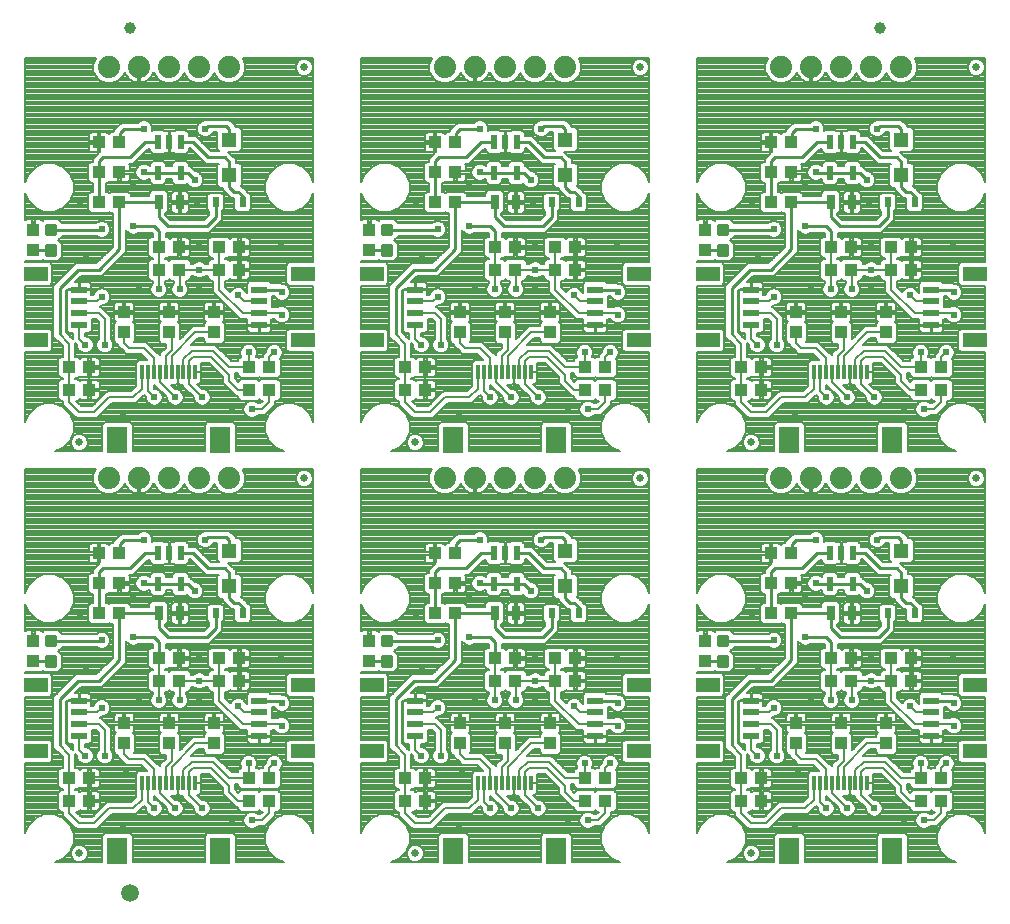
<source format=gtl>
G75*
%MOIN*%
%OFA0B0*%
%FSLAX25Y25*%
%IPPOS*%
%LPD*%
%AMOC8*
5,1,8,0,0,1.08239X$1,22.5*
%
%ADD10R,0.04331X0.03937*%
%ADD11R,0.03937X0.04331*%
%ADD12R,0.07874X0.04724*%
%ADD13R,0.05315X0.02362*%
%ADD14C,0.02500*%
%ADD15C,0.07400*%
%ADD16R,0.01181X0.05118*%
%ADD17R,0.07087X0.08661*%
%ADD18C,0.01181*%
%ADD19R,0.02165X0.04724*%
%ADD20R,0.03150X0.04724*%
%ADD21R,0.02480X0.03268*%
%ADD22R,0.05118X0.05118*%
%ADD23C,0.03937*%
%ADD24C,0.05906*%
%ADD25C,0.00800*%
%ADD26C,0.02400*%
%ADD27C,0.01000*%
D10*
X0055404Y0051000D03*
X0062096Y0051000D03*
X0062096Y0058500D03*
X0055404Y0058500D03*
X0085404Y0091000D03*
X0092096Y0091000D03*
X0092096Y0098500D03*
X0085404Y0098500D03*
X0105404Y0098500D03*
X0112096Y0098500D03*
X0112096Y0091000D03*
X0105404Y0091000D03*
X0072096Y0113500D03*
X0065404Y0113500D03*
X0065404Y0123500D03*
X0072096Y0123500D03*
X0072096Y0133500D03*
X0065404Y0133500D03*
X0062096Y0188000D03*
X0055404Y0188000D03*
X0055404Y0195500D03*
X0062096Y0195500D03*
X0085404Y0228000D03*
X0092096Y0228000D03*
X0092096Y0235500D03*
X0085404Y0235500D03*
X0105404Y0235500D03*
X0112096Y0235500D03*
X0112096Y0228000D03*
X0105404Y0228000D03*
X0072096Y0250500D03*
X0065404Y0250500D03*
X0065404Y0260500D03*
X0072096Y0260500D03*
X0072096Y0270500D03*
X0065404Y0270500D03*
X0115404Y0195500D03*
X0122096Y0195500D03*
X0122096Y0188000D03*
X0115404Y0188000D03*
X0167404Y0188000D03*
X0174096Y0188000D03*
X0174096Y0195500D03*
X0167404Y0195500D03*
X0197404Y0228000D03*
X0204096Y0228000D03*
X0204096Y0235500D03*
X0197404Y0235500D03*
X0217404Y0235500D03*
X0224096Y0235500D03*
X0224096Y0228000D03*
X0217404Y0228000D03*
X0184096Y0250500D03*
X0177404Y0250500D03*
X0177404Y0260500D03*
X0184096Y0260500D03*
X0184096Y0270500D03*
X0177404Y0270500D03*
X0227404Y0195500D03*
X0234096Y0195500D03*
X0234096Y0188000D03*
X0227404Y0188000D03*
X0279404Y0188000D03*
X0286096Y0188000D03*
X0286096Y0195500D03*
X0279404Y0195500D03*
X0309404Y0228000D03*
X0316096Y0228000D03*
X0316096Y0235500D03*
X0309404Y0235500D03*
X0329404Y0235500D03*
X0336096Y0235500D03*
X0336096Y0228000D03*
X0329404Y0228000D03*
X0296096Y0250500D03*
X0289404Y0250500D03*
X0289404Y0260500D03*
X0296096Y0260500D03*
X0296096Y0270500D03*
X0289404Y0270500D03*
X0339404Y0195500D03*
X0346096Y0195500D03*
X0346096Y0188000D03*
X0339404Y0188000D03*
X0296096Y0133500D03*
X0289404Y0133500D03*
X0289404Y0123500D03*
X0296096Y0123500D03*
X0296096Y0113500D03*
X0289404Y0113500D03*
X0309404Y0098500D03*
X0316096Y0098500D03*
X0316096Y0091000D03*
X0309404Y0091000D03*
X0329404Y0091000D03*
X0336096Y0091000D03*
X0336096Y0098500D03*
X0329404Y0098500D03*
X0339404Y0058500D03*
X0346096Y0058500D03*
X0346096Y0051000D03*
X0339404Y0051000D03*
X0286096Y0051000D03*
X0279404Y0051000D03*
X0279404Y0058500D03*
X0286096Y0058500D03*
X0234096Y0058500D03*
X0227404Y0058500D03*
X0227404Y0051000D03*
X0234096Y0051000D03*
X0224096Y0091000D03*
X0217404Y0091000D03*
X0217404Y0098500D03*
X0224096Y0098500D03*
X0204096Y0098500D03*
X0197404Y0098500D03*
X0197404Y0091000D03*
X0204096Y0091000D03*
X0184096Y0113500D03*
X0177404Y0113500D03*
X0177404Y0123500D03*
X0184096Y0123500D03*
X0184096Y0133500D03*
X0177404Y0133500D03*
X0174096Y0058500D03*
X0167404Y0058500D03*
X0167404Y0051000D03*
X0174096Y0051000D03*
X0122096Y0051000D03*
X0115404Y0051000D03*
X0115404Y0058500D03*
X0122096Y0058500D03*
D11*
X0103750Y0070154D03*
X0103750Y0076846D03*
X0088750Y0076846D03*
X0088750Y0070154D03*
X0073750Y0070154D03*
X0073750Y0076846D03*
X0043474Y0097594D03*
X0043474Y0104287D03*
X0155474Y0104287D03*
X0155474Y0097594D03*
X0185750Y0076846D03*
X0185750Y0070154D03*
X0200750Y0070154D03*
X0200750Y0076846D03*
X0215750Y0076846D03*
X0215750Y0070154D03*
X0267474Y0097594D03*
X0267474Y0104287D03*
X0297750Y0076846D03*
X0297750Y0070154D03*
X0312750Y0070154D03*
X0312750Y0076846D03*
X0327750Y0076846D03*
X0327750Y0070154D03*
X0327750Y0207154D03*
X0327750Y0213846D03*
X0312750Y0213846D03*
X0312750Y0207154D03*
X0297750Y0207154D03*
X0297750Y0213846D03*
X0267474Y0234594D03*
X0267474Y0241287D03*
X0215750Y0213846D03*
X0215750Y0207154D03*
X0200750Y0207154D03*
X0200750Y0213846D03*
X0185750Y0213846D03*
X0185750Y0207154D03*
X0155474Y0234594D03*
X0155474Y0241287D03*
X0103750Y0213846D03*
X0103750Y0207154D03*
X0088750Y0207154D03*
X0088750Y0213846D03*
X0073750Y0213846D03*
X0073750Y0207154D03*
X0043474Y0234594D03*
X0043474Y0241287D03*
D12*
X0044281Y0226524D03*
X0044281Y0204476D03*
X0133219Y0204476D03*
X0156281Y0204476D03*
X0156281Y0226524D03*
X0133219Y0226524D03*
X0245219Y0226524D03*
X0268281Y0226524D03*
X0268281Y0204476D03*
X0245219Y0204476D03*
X0357219Y0204476D03*
X0357219Y0226524D03*
X0357219Y0089524D03*
X0357219Y0067476D03*
X0268281Y0067476D03*
X0245219Y0067476D03*
X0245219Y0089524D03*
X0268281Y0089524D03*
X0156281Y0089524D03*
X0133219Y0089524D03*
X0133219Y0067476D03*
X0156281Y0067476D03*
X0044281Y0067476D03*
X0044281Y0089524D03*
D13*
X0058750Y0084406D03*
X0058750Y0080469D03*
X0058750Y0076531D03*
X0058750Y0072594D03*
X0118750Y0072594D03*
X0118750Y0076531D03*
X0118750Y0080469D03*
X0118750Y0084406D03*
X0170750Y0084406D03*
X0170750Y0080469D03*
X0170750Y0076531D03*
X0170750Y0072594D03*
X0230750Y0072594D03*
X0230750Y0076531D03*
X0230750Y0080469D03*
X0230750Y0084406D03*
X0282750Y0084406D03*
X0282750Y0080469D03*
X0282750Y0076531D03*
X0282750Y0072594D03*
X0342750Y0072594D03*
X0342750Y0076531D03*
X0342750Y0080469D03*
X0342750Y0084406D03*
X0342750Y0209594D03*
X0342750Y0213531D03*
X0342750Y0217469D03*
X0342750Y0221406D03*
X0282750Y0221406D03*
X0282750Y0217469D03*
X0282750Y0213531D03*
X0282750Y0209594D03*
X0230750Y0209594D03*
X0230750Y0213531D03*
X0230750Y0217469D03*
X0230750Y0221406D03*
X0170750Y0221406D03*
X0170750Y0217469D03*
X0170750Y0213531D03*
X0170750Y0209594D03*
X0118750Y0209594D03*
X0118750Y0213531D03*
X0118750Y0217469D03*
X0118750Y0221406D03*
X0058750Y0221406D03*
X0058750Y0217469D03*
X0058750Y0213531D03*
X0058750Y0209594D03*
D14*
X0058750Y0170500D03*
X0133750Y0158500D03*
X0170750Y0170500D03*
X0245750Y0158500D03*
X0282750Y0170500D03*
X0357750Y0158500D03*
X0282750Y0033500D03*
X0170750Y0033500D03*
X0058750Y0033500D03*
X0133750Y0295500D03*
X0245750Y0295500D03*
X0357750Y0295500D03*
D15*
X0332750Y0295500D03*
X0322750Y0295500D03*
X0312750Y0295500D03*
X0302750Y0295500D03*
X0292750Y0295500D03*
X0220750Y0295500D03*
X0210750Y0295500D03*
X0200750Y0295500D03*
X0190750Y0295500D03*
X0180750Y0295500D03*
X0108750Y0295500D03*
X0098750Y0295500D03*
X0088750Y0295500D03*
X0078750Y0295500D03*
X0068750Y0295500D03*
X0068750Y0158500D03*
X0078750Y0158500D03*
X0088750Y0158500D03*
X0098750Y0158500D03*
X0108750Y0158500D03*
X0180750Y0158500D03*
X0190750Y0158500D03*
X0200750Y0158500D03*
X0210750Y0158500D03*
X0220750Y0158500D03*
X0292750Y0158500D03*
X0302750Y0158500D03*
X0312750Y0158500D03*
X0322750Y0158500D03*
X0332750Y0158500D03*
D16*
X0321411Y0193886D03*
X0319443Y0193886D03*
X0317474Y0193886D03*
X0315506Y0193886D03*
X0313537Y0193886D03*
X0311569Y0193886D03*
X0309600Y0193886D03*
X0307632Y0193886D03*
X0305663Y0193886D03*
X0303695Y0193886D03*
X0209411Y0193886D03*
X0207443Y0193886D03*
X0205474Y0193886D03*
X0203506Y0193886D03*
X0201537Y0193886D03*
X0199569Y0193886D03*
X0197600Y0193886D03*
X0195632Y0193886D03*
X0193663Y0193886D03*
X0191695Y0193886D03*
X0097411Y0193886D03*
X0095443Y0193886D03*
X0093474Y0193886D03*
X0091506Y0193886D03*
X0089537Y0193886D03*
X0087569Y0193886D03*
X0085600Y0193886D03*
X0083632Y0193886D03*
X0081663Y0193886D03*
X0079695Y0193886D03*
X0079695Y0056886D03*
X0081663Y0056886D03*
X0083632Y0056886D03*
X0085600Y0056886D03*
X0087569Y0056886D03*
X0089537Y0056886D03*
X0091506Y0056886D03*
X0093474Y0056886D03*
X0095443Y0056886D03*
X0097411Y0056886D03*
X0191695Y0056886D03*
X0193663Y0056886D03*
X0195632Y0056886D03*
X0197600Y0056886D03*
X0199569Y0056886D03*
X0201537Y0056886D03*
X0203506Y0056886D03*
X0205474Y0056886D03*
X0207443Y0056886D03*
X0209411Y0056886D03*
X0303695Y0056886D03*
X0305663Y0056886D03*
X0307632Y0056886D03*
X0309600Y0056886D03*
X0311569Y0056886D03*
X0313537Y0056886D03*
X0315506Y0056886D03*
X0317474Y0056886D03*
X0319443Y0056886D03*
X0321411Y0056886D03*
D17*
X0329679Y0034445D03*
X0295427Y0034445D03*
X0217679Y0034445D03*
X0183427Y0034445D03*
X0105679Y0034445D03*
X0071427Y0034445D03*
X0071427Y0171445D03*
X0105679Y0171445D03*
X0183427Y0171445D03*
X0217679Y0171445D03*
X0295427Y0171445D03*
X0329679Y0171445D03*
D18*
X0274758Y0235866D02*
X0272002Y0235866D01*
X0274758Y0235866D02*
X0274758Y0233110D01*
X0272002Y0233110D01*
X0272002Y0235866D01*
X0272002Y0234232D02*
X0274758Y0234232D01*
X0274758Y0235354D02*
X0272002Y0235354D01*
X0272002Y0242772D02*
X0274758Y0242772D01*
X0274758Y0240016D01*
X0272002Y0240016D01*
X0272002Y0242772D01*
X0272002Y0241138D02*
X0274758Y0241138D01*
X0274758Y0242260D02*
X0272002Y0242260D01*
X0162758Y0242772D02*
X0160002Y0242772D01*
X0162758Y0242772D02*
X0162758Y0240016D01*
X0160002Y0240016D01*
X0160002Y0242772D01*
X0160002Y0241138D02*
X0162758Y0241138D01*
X0162758Y0242260D02*
X0160002Y0242260D01*
X0160002Y0235866D02*
X0162758Y0235866D01*
X0162758Y0233110D01*
X0160002Y0233110D01*
X0160002Y0235866D01*
X0160002Y0234232D02*
X0162758Y0234232D01*
X0162758Y0235354D02*
X0160002Y0235354D01*
X0050758Y0235866D02*
X0048002Y0235866D01*
X0050758Y0235866D02*
X0050758Y0233110D01*
X0048002Y0233110D01*
X0048002Y0235866D01*
X0048002Y0234232D02*
X0050758Y0234232D01*
X0050758Y0235354D02*
X0048002Y0235354D01*
X0048002Y0242772D02*
X0050758Y0242772D01*
X0050758Y0240016D01*
X0048002Y0240016D01*
X0048002Y0242772D01*
X0048002Y0241138D02*
X0050758Y0241138D01*
X0050758Y0242260D02*
X0048002Y0242260D01*
X0048002Y0105772D02*
X0050758Y0105772D01*
X0050758Y0103016D01*
X0048002Y0103016D01*
X0048002Y0105772D01*
X0048002Y0104138D02*
X0050758Y0104138D01*
X0050758Y0105260D02*
X0048002Y0105260D01*
X0048002Y0098866D02*
X0050758Y0098866D01*
X0050758Y0096110D01*
X0048002Y0096110D01*
X0048002Y0098866D01*
X0048002Y0097232D02*
X0050758Y0097232D01*
X0050758Y0098354D02*
X0048002Y0098354D01*
X0160002Y0098866D02*
X0162758Y0098866D01*
X0162758Y0096110D01*
X0160002Y0096110D01*
X0160002Y0098866D01*
X0160002Y0097232D02*
X0162758Y0097232D01*
X0162758Y0098354D02*
X0160002Y0098354D01*
X0160002Y0105772D02*
X0162758Y0105772D01*
X0162758Y0103016D01*
X0160002Y0103016D01*
X0160002Y0105772D01*
X0160002Y0104138D02*
X0162758Y0104138D01*
X0162758Y0105260D02*
X0160002Y0105260D01*
X0272002Y0105772D02*
X0274758Y0105772D01*
X0274758Y0103016D01*
X0272002Y0103016D01*
X0272002Y0105772D01*
X0272002Y0104138D02*
X0274758Y0104138D01*
X0274758Y0105260D02*
X0272002Y0105260D01*
X0272002Y0098866D02*
X0274758Y0098866D01*
X0274758Y0096110D01*
X0272002Y0096110D01*
X0272002Y0098866D01*
X0272002Y0097232D02*
X0274758Y0097232D01*
X0274758Y0098354D02*
X0272002Y0098354D01*
D19*
X0309010Y0123381D03*
X0316490Y0123381D03*
X0316490Y0133619D03*
X0312750Y0133619D03*
X0309010Y0133619D03*
X0204490Y0133619D03*
X0200750Y0133619D03*
X0197010Y0133619D03*
X0197010Y0123381D03*
X0204490Y0123381D03*
X0092490Y0123381D03*
X0085010Y0123381D03*
X0085010Y0133619D03*
X0088750Y0133619D03*
X0092490Y0133619D03*
X0092490Y0260381D03*
X0085010Y0260381D03*
X0085010Y0270619D03*
X0088750Y0270619D03*
X0092490Y0270619D03*
X0197010Y0270619D03*
X0200750Y0270619D03*
X0204490Y0270619D03*
X0204490Y0260381D03*
X0197010Y0260381D03*
X0309010Y0260381D03*
X0316490Y0260381D03*
X0316490Y0270619D03*
X0312750Y0270619D03*
X0309010Y0270619D03*
D20*
X0309207Y0250500D03*
X0316293Y0250500D03*
X0204293Y0250500D03*
X0197207Y0250500D03*
X0092293Y0250500D03*
X0085207Y0250500D03*
X0085207Y0113500D03*
X0092293Y0113500D03*
X0197207Y0113500D03*
X0204293Y0113500D03*
X0309207Y0113500D03*
X0316293Y0113500D03*
D21*
X0328222Y0113500D03*
X0337278Y0113500D03*
X0225278Y0113500D03*
X0216222Y0113500D03*
X0113278Y0113500D03*
X0104222Y0113500D03*
X0104222Y0250500D03*
X0113278Y0250500D03*
X0216222Y0250500D03*
X0225278Y0250500D03*
X0328222Y0250500D03*
X0337278Y0250500D03*
D22*
X0332750Y0259594D03*
X0332750Y0271406D03*
X0220750Y0271406D03*
X0220750Y0259594D03*
X0108750Y0259594D03*
X0108750Y0271406D03*
X0108750Y0134406D03*
X0108750Y0122594D03*
X0220750Y0122594D03*
X0220750Y0134406D03*
X0332750Y0134406D03*
X0332750Y0122594D03*
D23*
X0325750Y0308750D03*
X0075750Y0308750D03*
D24*
X0075750Y0020250D03*
D25*
X0053338Y0031633D02*
X0050603Y0030500D01*
X0066284Y0030500D01*
X0066284Y0039438D01*
X0067221Y0040376D01*
X0075633Y0040376D01*
X0076570Y0039438D01*
X0076570Y0030500D01*
X0100536Y0030500D01*
X0100536Y0039438D01*
X0101473Y0040376D01*
X0109885Y0040376D01*
X0110822Y0039438D01*
X0110822Y0030500D01*
X0126897Y0030500D01*
X0124162Y0031633D01*
X0121883Y0033912D01*
X0120650Y0036889D01*
X0120650Y0040111D01*
X0121883Y0043088D01*
X0124162Y0045367D01*
X0127139Y0046600D01*
X0130361Y0046600D01*
X0133338Y0045367D01*
X0135617Y0043088D01*
X0136750Y0040353D01*
X0136750Y0063514D01*
X0128619Y0063514D01*
X0127681Y0064451D01*
X0127681Y0070501D01*
X0128619Y0071439D01*
X0136750Y0071439D01*
X0136750Y0085561D01*
X0128619Y0085561D01*
X0127681Y0086499D01*
X0127681Y0092549D01*
X0128619Y0093486D01*
X0136750Y0093486D01*
X0136750Y0116647D01*
X0135617Y0113912D01*
X0133338Y0111633D01*
X0130361Y0110400D01*
X0127139Y0110400D01*
X0124162Y0111633D01*
X0121883Y0113912D01*
X0120650Y0116889D01*
X0120650Y0120111D01*
X0121883Y0123088D01*
X0124162Y0125367D01*
X0127139Y0126600D01*
X0130361Y0126600D01*
X0133338Y0125367D01*
X0135617Y0123088D01*
X0136750Y0120353D01*
X0136750Y0161500D01*
X0113244Y0161500D01*
X0114050Y0159554D01*
X0114050Y0157446D01*
X0113243Y0155498D01*
X0111752Y0154007D01*
X0109804Y0153200D01*
X0107696Y0153200D01*
X0105748Y0154007D01*
X0104257Y0155498D01*
X0103750Y0156722D01*
X0103243Y0155498D01*
X0101752Y0154007D01*
X0099804Y0153200D01*
X0097696Y0153200D01*
X0095748Y0154007D01*
X0094257Y0155498D01*
X0093750Y0156722D01*
X0093243Y0155498D01*
X0091752Y0154007D01*
X0089804Y0153200D01*
X0087696Y0153200D01*
X0085748Y0154007D01*
X0084257Y0155498D01*
X0083629Y0157013D01*
X0083476Y0156542D01*
X0083112Y0155827D01*
X0082640Y0155178D01*
X0082072Y0154610D01*
X0081423Y0154138D01*
X0080708Y0153774D01*
X0079944Y0153526D01*
X0079151Y0153400D01*
X0079150Y0153400D01*
X0079150Y0158100D01*
X0078350Y0158100D01*
X0078350Y0153400D01*
X0078349Y0153400D01*
X0077556Y0153526D01*
X0076792Y0153774D01*
X0076077Y0154138D01*
X0075428Y0154610D01*
X0074860Y0155178D01*
X0074388Y0155827D01*
X0074024Y0156542D01*
X0073871Y0157013D01*
X0073243Y0155498D01*
X0071752Y0154007D01*
X0069804Y0153200D01*
X0067696Y0153200D01*
X0065748Y0154007D01*
X0064257Y0155498D01*
X0063450Y0157446D01*
X0063450Y0159554D01*
X0064256Y0161500D01*
X0040750Y0161500D01*
X0040750Y0120353D01*
X0041883Y0123088D01*
X0044162Y0125367D01*
X0047139Y0126600D01*
X0050361Y0126600D01*
X0053338Y0125367D01*
X0055617Y0123088D01*
X0056850Y0120111D01*
X0056850Y0116889D01*
X0055617Y0113912D01*
X0053338Y0111633D01*
X0050361Y0110400D01*
X0047139Y0110400D01*
X0044162Y0111633D01*
X0041883Y0113912D01*
X0040750Y0116647D01*
X0040750Y0107633D01*
X0040966Y0107757D01*
X0041322Y0107853D01*
X0043074Y0107853D01*
X0043074Y0104687D01*
X0043874Y0104687D01*
X0043874Y0107853D01*
X0045627Y0107853D01*
X0045983Y0107757D01*
X0046303Y0107573D01*
X0046504Y0107372D01*
X0047095Y0107962D01*
X0051665Y0107962D01*
X0052948Y0106679D01*
X0052948Y0106494D01*
X0064284Y0106494D01*
X0064664Y0106874D01*
X0065693Y0107300D01*
X0066807Y0107300D01*
X0067836Y0106874D01*
X0068624Y0106086D01*
X0069050Y0105057D01*
X0069050Y0103943D01*
X0068624Y0102914D01*
X0067836Y0102126D01*
X0066807Y0101700D01*
X0065693Y0101700D01*
X0064664Y0102126D01*
X0064496Y0102294D01*
X0052948Y0102294D01*
X0052948Y0102108D01*
X0051781Y0100941D01*
X0052948Y0099773D01*
X0052948Y0095203D01*
X0051665Y0093920D01*
X0047095Y0093920D01*
X0046645Y0094369D01*
X0046106Y0093829D01*
X0040843Y0093829D01*
X0040750Y0093922D01*
X0040750Y0093486D01*
X0048881Y0093486D01*
X0049818Y0092549D01*
X0049818Y0086499D01*
X0048881Y0085561D01*
X0040750Y0085561D01*
X0040750Y0071439D01*
X0048881Y0071439D01*
X0049818Y0070501D01*
X0049818Y0064451D01*
X0048881Y0063514D01*
X0040750Y0063514D01*
X0040750Y0040353D01*
X0041883Y0043088D01*
X0044162Y0045367D01*
X0047139Y0046600D01*
X0050361Y0046600D01*
X0053338Y0045367D01*
X0055617Y0043088D01*
X0056850Y0040111D01*
X0056850Y0036889D01*
X0055617Y0033912D01*
X0053338Y0031633D01*
X0053399Y0031694D02*
X0056525Y0031694D01*
X0056334Y0031886D02*
X0057136Y0031084D01*
X0058183Y0030650D01*
X0059317Y0030650D01*
X0060364Y0031084D01*
X0061166Y0031886D01*
X0061600Y0032933D01*
X0061600Y0034067D01*
X0061166Y0035114D01*
X0060364Y0035916D01*
X0059317Y0036350D01*
X0058183Y0036350D01*
X0057136Y0035916D01*
X0056334Y0035114D01*
X0055900Y0034067D01*
X0055900Y0032933D01*
X0056334Y0031886D01*
X0056082Y0032493D02*
X0054198Y0032493D01*
X0054996Y0033291D02*
X0055900Y0033291D01*
X0055909Y0034090D02*
X0055691Y0034090D01*
X0056021Y0034888D02*
X0056240Y0034888D01*
X0056352Y0035687D02*
X0056906Y0035687D01*
X0056683Y0036485D02*
X0066284Y0036485D01*
X0066284Y0035687D02*
X0060594Y0035687D01*
X0061260Y0034888D02*
X0066284Y0034888D01*
X0066284Y0034090D02*
X0061591Y0034090D01*
X0061600Y0033291D02*
X0066284Y0033291D01*
X0066284Y0032493D02*
X0061418Y0032493D01*
X0060975Y0031694D02*
X0066284Y0031694D01*
X0066284Y0030896D02*
X0059910Y0030896D01*
X0057590Y0030896D02*
X0051557Y0030896D01*
X0056850Y0037284D02*
X0066284Y0037284D01*
X0066284Y0038082D02*
X0056850Y0038082D01*
X0056850Y0038881D02*
X0066284Y0038881D01*
X0066525Y0039679D02*
X0056850Y0039679D01*
X0056698Y0040478D02*
X0120802Y0040478D01*
X0120650Y0039679D02*
X0110582Y0039679D01*
X0110822Y0038881D02*
X0120650Y0038881D01*
X0120650Y0038082D02*
X0110822Y0038082D01*
X0110822Y0037284D02*
X0120650Y0037284D01*
X0120817Y0036485D02*
X0110822Y0036485D01*
X0110822Y0035687D02*
X0121148Y0035687D01*
X0121479Y0034888D02*
X0110822Y0034888D01*
X0110822Y0034090D02*
X0121809Y0034090D01*
X0122504Y0033291D02*
X0110822Y0033291D01*
X0110822Y0032493D02*
X0123302Y0032493D01*
X0124101Y0031694D02*
X0110822Y0031694D01*
X0110822Y0030896D02*
X0125942Y0030896D01*
X0121133Y0041276D02*
X0056367Y0041276D01*
X0056037Y0042075D02*
X0057347Y0042075D01*
X0057922Y0041500D02*
X0064578Y0041500D01*
X0069578Y0046500D01*
X0077578Y0046500D01*
X0078750Y0047672D01*
X0080250Y0049172D01*
X0080950Y0048472D01*
X0080950Y0047943D01*
X0081376Y0046914D01*
X0082164Y0046126D01*
X0083193Y0045700D01*
X0084307Y0045700D01*
X0085336Y0046126D01*
X0086124Y0046914D01*
X0086550Y0047943D01*
X0086550Y0049057D01*
X0086124Y0050086D01*
X0085336Y0050874D01*
X0084307Y0051300D01*
X0083778Y0051300D01*
X0083663Y0051415D01*
X0083663Y0052727D01*
X0083695Y0052727D01*
X0087950Y0048472D01*
X0087950Y0047943D01*
X0088376Y0046914D01*
X0089164Y0046126D01*
X0090193Y0045700D01*
X0091307Y0045700D01*
X0092336Y0046126D01*
X0093124Y0046914D01*
X0093550Y0047943D01*
X0093550Y0049057D01*
X0093124Y0050086D01*
X0092336Y0050874D01*
X0091307Y0051300D01*
X0090778Y0051300D01*
X0089352Y0052727D01*
X0090791Y0052727D01*
X0090991Y0052927D01*
X0091506Y0052927D01*
X0092021Y0052927D01*
X0092221Y0052727D01*
X0093443Y0052727D01*
X0093443Y0051979D01*
X0096950Y0048472D01*
X0096950Y0047943D01*
X0097376Y0046914D01*
X0098164Y0046126D01*
X0099193Y0045700D01*
X0100307Y0045700D01*
X0101336Y0046126D01*
X0102124Y0046914D01*
X0102550Y0047943D01*
X0102550Y0049057D01*
X0102124Y0050086D01*
X0101336Y0050874D01*
X0100307Y0051300D01*
X0099778Y0051300D01*
X0098152Y0052927D01*
X0098186Y0052927D01*
X0098542Y0053022D01*
X0098862Y0053206D01*
X0099122Y0053467D01*
X0099307Y0053786D01*
X0099402Y0054142D01*
X0099402Y0056886D01*
X0099402Y0059629D01*
X0099307Y0059985D01*
X0099298Y0060000D01*
X0101922Y0060000D01*
X0106750Y0055172D01*
X0106750Y0053172D01*
X0107922Y0052000D01*
X0110922Y0049000D01*
X0111638Y0049000D01*
X0111638Y0048369D01*
X0112575Y0047431D01*
X0118232Y0047431D01*
X0118750Y0047950D01*
X0119268Y0047431D01*
X0119853Y0047431D01*
X0118922Y0046500D01*
X0118210Y0046500D01*
X0117836Y0046874D01*
X0116807Y0047300D01*
X0115693Y0047300D01*
X0114664Y0046874D01*
X0113876Y0046086D01*
X0113450Y0045057D01*
X0113450Y0043943D01*
X0113876Y0042914D01*
X0114664Y0042126D01*
X0115693Y0041700D01*
X0116807Y0041700D01*
X0117836Y0042126D01*
X0118210Y0042500D01*
X0120578Y0042500D01*
X0121750Y0043672D01*
X0122467Y0043672D01*
X0121750Y0043672D02*
X0124096Y0046018D01*
X0124096Y0047431D01*
X0124925Y0047431D01*
X0125862Y0048369D01*
X0125862Y0053631D01*
X0124925Y0054568D01*
X0119268Y0054568D01*
X0118750Y0054050D01*
X0118232Y0054568D01*
X0112575Y0054568D01*
X0111793Y0053786D01*
X0110750Y0054828D01*
X0110750Y0056500D01*
X0111638Y0056500D01*
X0111638Y0055869D01*
X0112575Y0054931D01*
X0118232Y0054931D01*
X0118750Y0055450D01*
X0119268Y0054931D01*
X0124925Y0054931D01*
X0125862Y0055869D01*
X0125862Y0061131D01*
X0125601Y0061392D01*
X0126124Y0061914D01*
X0126550Y0062943D01*
X0126550Y0064057D01*
X0126124Y0065086D01*
X0125336Y0065874D01*
X0124307Y0066300D01*
X0123193Y0066300D01*
X0122164Y0065874D01*
X0121376Y0065086D01*
X0120950Y0064057D01*
X0120950Y0063528D01*
X0120096Y0062675D01*
X0120096Y0062068D01*
X0119268Y0062068D01*
X0118750Y0061550D01*
X0118232Y0062068D01*
X0117688Y0062068D01*
X0118050Y0062943D01*
X0118050Y0064057D01*
X0117624Y0065086D01*
X0116836Y0065874D01*
X0115807Y0066300D01*
X0114693Y0066300D01*
X0113664Y0065874D01*
X0112876Y0065086D01*
X0112450Y0064057D01*
X0112450Y0062943D01*
X0112812Y0062068D01*
X0112575Y0062068D01*
X0111638Y0061131D01*
X0111638Y0060500D01*
X0109578Y0060500D01*
X0104078Y0066000D01*
X0096078Y0066000D01*
X0098232Y0068154D01*
X0100181Y0068154D01*
X0100181Y0067325D01*
X0101119Y0066388D01*
X0106381Y0066388D01*
X0107318Y0067325D01*
X0107318Y0072982D01*
X0106659Y0073641D01*
X0106839Y0073821D01*
X0107023Y0074141D01*
X0107118Y0074497D01*
X0107118Y0076446D01*
X0104150Y0076446D01*
X0104150Y0077246D01*
X0107118Y0077246D01*
X0107118Y0079196D01*
X0107023Y0079552D01*
X0106839Y0079871D01*
X0106578Y0080132D01*
X0106259Y0080316D01*
X0105903Y0080412D01*
X0104150Y0080412D01*
X0104150Y0077246D01*
X0103350Y0077246D01*
X0103350Y0076446D01*
X0100381Y0076446D01*
X0100381Y0074497D01*
X0100477Y0074141D01*
X0100661Y0073821D01*
X0100841Y0073641D01*
X0100181Y0072982D01*
X0100181Y0072154D01*
X0096575Y0072154D01*
X0092318Y0067897D01*
X0092318Y0072982D01*
X0091659Y0073641D01*
X0091839Y0073821D01*
X0092023Y0074141D01*
X0092118Y0074497D01*
X0092118Y0076446D01*
X0089150Y0076446D01*
X0089150Y0077246D01*
X0092118Y0077246D01*
X0092118Y0079196D01*
X0092023Y0079552D01*
X0091839Y0079871D01*
X0091578Y0080132D01*
X0091259Y0080316D01*
X0090903Y0080412D01*
X0089150Y0080412D01*
X0089150Y0077246D01*
X0088350Y0077246D01*
X0088350Y0076446D01*
X0085381Y0076446D01*
X0085381Y0074497D01*
X0085477Y0074141D01*
X0085661Y0073821D01*
X0085841Y0073641D01*
X0085181Y0072982D01*
X0085181Y0067325D01*
X0086119Y0066388D01*
X0087537Y0066388D01*
X0087537Y0065116D01*
X0085569Y0063147D01*
X0085569Y0062509D01*
X0084460Y0063618D01*
X0081078Y0067000D01*
X0076993Y0067000D01*
X0077318Y0067325D01*
X0077318Y0072982D01*
X0076659Y0073641D01*
X0076839Y0073821D01*
X0077023Y0074141D01*
X0077118Y0074497D01*
X0077118Y0076446D01*
X0074150Y0076446D01*
X0074150Y0077246D01*
X0077118Y0077246D01*
X0077118Y0079196D01*
X0077023Y0079552D01*
X0076839Y0079871D01*
X0076578Y0080132D01*
X0076259Y0080316D01*
X0075903Y0080412D01*
X0074150Y0080412D01*
X0074150Y0077246D01*
X0073350Y0077246D01*
X0073350Y0076446D01*
X0070381Y0076446D01*
X0070381Y0074497D01*
X0070477Y0074141D01*
X0070661Y0073821D01*
X0070841Y0073641D01*
X0070181Y0072982D01*
X0070181Y0067325D01*
X0071119Y0066388D01*
X0071750Y0066388D01*
X0071750Y0065672D01*
X0074422Y0063000D01*
X0079422Y0063000D01*
X0081377Y0061045D01*
X0078442Y0061045D01*
X0077504Y0060108D01*
X0077504Y0053664D01*
X0077695Y0053473D01*
X0077695Y0052273D01*
X0075922Y0050500D01*
X0067922Y0050500D01*
X0066750Y0049328D01*
X0062922Y0045500D01*
X0059578Y0045500D01*
X0057647Y0047431D01*
X0058232Y0047431D01*
X0058891Y0048091D01*
X0059071Y0047911D01*
X0059391Y0047727D01*
X0059747Y0047631D01*
X0061696Y0047631D01*
X0061696Y0050600D01*
X0062496Y0050600D01*
X0062496Y0047631D01*
X0064446Y0047631D01*
X0064802Y0047727D01*
X0065121Y0047911D01*
X0065382Y0048172D01*
X0065566Y0048491D01*
X0065662Y0048847D01*
X0065662Y0050600D01*
X0062496Y0050600D01*
X0062496Y0051400D01*
X0061696Y0051400D01*
X0061696Y0054368D01*
X0059747Y0054368D01*
X0059391Y0054273D01*
X0059071Y0054089D01*
X0058891Y0053909D01*
X0058232Y0054568D01*
X0057404Y0054568D01*
X0057404Y0054931D01*
X0058232Y0054931D01*
X0058891Y0055591D01*
X0059071Y0055411D01*
X0059391Y0055227D01*
X0059747Y0055131D01*
X0061696Y0055131D01*
X0061696Y0058100D01*
X0062496Y0058100D01*
X0062496Y0055131D01*
X0064446Y0055131D01*
X0064802Y0055227D01*
X0065121Y0055411D01*
X0065382Y0055672D01*
X0065566Y0055991D01*
X0065662Y0056347D01*
X0065662Y0058100D01*
X0062496Y0058100D01*
X0062496Y0058900D01*
X0061696Y0058900D01*
X0061696Y0061868D01*
X0059747Y0061868D01*
X0059391Y0061773D01*
X0059071Y0061589D01*
X0058891Y0061409D01*
X0058232Y0062068D01*
X0057404Y0062068D01*
X0057404Y0066518D01*
X0057950Y0065972D01*
X0057950Y0065443D01*
X0058376Y0064414D01*
X0059164Y0063626D01*
X0060193Y0063200D01*
X0061307Y0063200D01*
X0062336Y0063626D01*
X0063124Y0064414D01*
X0063550Y0065443D01*
X0063550Y0066557D01*
X0063124Y0067586D01*
X0062336Y0068374D01*
X0061307Y0068800D01*
X0060778Y0068800D01*
X0060750Y0068828D01*
X0060750Y0069813D01*
X0062070Y0069813D01*
X0063007Y0070751D01*
X0063007Y0074438D01*
X0062914Y0074531D01*
X0064390Y0074531D01*
X0065250Y0073672D01*
X0065250Y0067960D01*
X0064876Y0067586D01*
X0064450Y0066557D01*
X0064450Y0065443D01*
X0064876Y0064414D01*
X0065664Y0063626D01*
X0066693Y0063200D01*
X0067807Y0063200D01*
X0068836Y0063626D01*
X0069624Y0064414D01*
X0070050Y0065443D01*
X0070050Y0066557D01*
X0069624Y0067586D01*
X0069250Y0067960D01*
X0069250Y0075328D01*
X0068078Y0076500D01*
X0066047Y0078531D01*
X0065610Y0078531D01*
X0066278Y0079200D01*
X0066807Y0079200D01*
X0067836Y0079626D01*
X0068624Y0080414D01*
X0069050Y0081443D01*
X0069050Y0082557D01*
X0068624Y0083586D01*
X0067836Y0084374D01*
X0066807Y0084800D01*
X0065693Y0084800D01*
X0064664Y0084374D01*
X0063876Y0083586D01*
X0063450Y0082557D01*
X0063450Y0082468D01*
X0062851Y0082468D01*
X0062684Y0082636D01*
X0062712Y0082684D01*
X0062807Y0083040D01*
X0062807Y0084215D01*
X0058941Y0084215D01*
X0058941Y0084596D01*
X0062807Y0084596D01*
X0062807Y0085771D01*
X0062712Y0086127D01*
X0062528Y0086446D01*
X0062267Y0086707D01*
X0061948Y0086891D01*
X0061592Y0086987D01*
X0058941Y0086987D01*
X0058941Y0084596D01*
X0058559Y0084596D01*
X0054903Y0084596D01*
X0054350Y0084044D01*
X0054350Y0070228D01*
X0056750Y0067828D01*
X0056750Y0069813D01*
X0055430Y0069813D01*
X0054493Y0070751D01*
X0054493Y0074438D01*
X0054617Y0074563D01*
X0054493Y0074688D01*
X0054493Y0078375D01*
X0054617Y0078500D01*
X0054493Y0078625D01*
X0054493Y0082312D01*
X0054816Y0082636D01*
X0054788Y0082684D01*
X0054693Y0083040D01*
X0054693Y0084215D01*
X0058559Y0084215D01*
X0058559Y0084596D01*
X0058559Y0086987D01*
X0057293Y0086987D01*
X0059305Y0088998D01*
X0066175Y0088998D01*
X0074196Y0097020D01*
X0074196Y0104348D01*
X0074376Y0103914D01*
X0075164Y0103126D01*
X0076193Y0102700D01*
X0077307Y0102700D01*
X0078336Y0103126D01*
X0078610Y0103400D01*
X0082880Y0103400D01*
X0083304Y0102977D01*
X0083304Y0102068D01*
X0082575Y0102068D01*
X0081638Y0101131D01*
X0081638Y0095869D01*
X0082575Y0094931D01*
X0083404Y0094931D01*
X0083404Y0094568D01*
X0082575Y0094568D01*
X0081638Y0093631D01*
X0081638Y0088369D01*
X0082575Y0087431D01*
X0083250Y0087431D01*
X0083250Y0086460D01*
X0082876Y0086086D01*
X0082450Y0085057D01*
X0082450Y0083943D01*
X0082876Y0082914D01*
X0083664Y0082126D01*
X0084693Y0081700D01*
X0085807Y0081700D01*
X0086836Y0082126D01*
X0087624Y0082914D01*
X0088050Y0083943D01*
X0088050Y0085057D01*
X0087624Y0086086D01*
X0087250Y0086460D01*
X0087250Y0087431D01*
X0088232Y0087431D01*
X0088750Y0087950D01*
X0089268Y0087431D01*
X0090250Y0087431D01*
X0090250Y0086460D01*
X0089876Y0086086D01*
X0089450Y0085057D01*
X0089450Y0083943D01*
X0089876Y0082914D01*
X0090664Y0082126D01*
X0091693Y0081700D01*
X0092807Y0081700D01*
X0093836Y0082126D01*
X0094624Y0082914D01*
X0095050Y0083943D01*
X0095050Y0085057D01*
X0094624Y0086086D01*
X0094250Y0086460D01*
X0094250Y0087431D01*
X0094925Y0087431D01*
X0095862Y0088369D01*
X0095862Y0089000D01*
X0096790Y0089000D01*
X0097164Y0088626D01*
X0098193Y0088200D01*
X0099307Y0088200D01*
X0100336Y0088626D01*
X0100710Y0089000D01*
X0101638Y0089000D01*
X0101638Y0088369D01*
X0102575Y0087431D01*
X0103404Y0087431D01*
X0103404Y0083518D01*
X0111219Y0075703D01*
X0112390Y0074531D01*
X0114649Y0074531D01*
X0114816Y0074364D01*
X0114788Y0074316D01*
X0114693Y0073960D01*
X0114693Y0072785D01*
X0118559Y0072785D01*
X0118559Y0072404D01*
X0114693Y0072404D01*
X0114693Y0071229D01*
X0114788Y0070873D01*
X0114972Y0070554D01*
X0115233Y0070293D01*
X0115552Y0070109D01*
X0115908Y0070013D01*
X0118559Y0070013D01*
X0118559Y0072404D01*
X0118941Y0072404D01*
X0118941Y0072785D01*
X0122807Y0072785D01*
X0122807Y0073960D01*
X0122712Y0074316D01*
X0122684Y0074364D01*
X0122851Y0074531D01*
X0123828Y0074531D01*
X0123876Y0074414D01*
X0124664Y0073626D01*
X0125693Y0073200D01*
X0126807Y0073200D01*
X0127836Y0073626D01*
X0128624Y0074414D01*
X0129050Y0075443D01*
X0129050Y0076557D01*
X0128624Y0077586D01*
X0127836Y0078374D01*
X0126807Y0078800D01*
X0125693Y0078800D01*
X0125045Y0078531D01*
X0122914Y0078531D01*
X0123007Y0078625D01*
X0123007Y0082306D01*
X0123714Y0082306D01*
X0123876Y0081914D01*
X0124664Y0081126D01*
X0125693Y0080700D01*
X0126807Y0080700D01*
X0127836Y0081126D01*
X0128624Y0081914D01*
X0129050Y0082943D01*
X0129050Y0084057D01*
X0128624Y0085086D01*
X0127836Y0085874D01*
X0126807Y0086300D01*
X0126420Y0086300D01*
X0126214Y0086505D01*
X0122751Y0086505D01*
X0122070Y0087187D01*
X0115430Y0087187D01*
X0114493Y0086249D01*
X0114493Y0083196D01*
X0114124Y0084086D01*
X0113336Y0084874D01*
X0112307Y0085300D01*
X0111193Y0085300D01*
X0110164Y0084874D01*
X0109376Y0084086D01*
X0109117Y0083461D01*
X0107404Y0085175D01*
X0107404Y0087431D01*
X0108232Y0087431D01*
X0108891Y0088091D01*
X0109071Y0087911D01*
X0109391Y0087727D01*
X0109747Y0087631D01*
X0111696Y0087631D01*
X0111696Y0090600D01*
X0112496Y0090600D01*
X0112496Y0087631D01*
X0114446Y0087631D01*
X0114802Y0087727D01*
X0115121Y0087911D01*
X0115382Y0088172D01*
X0115566Y0088491D01*
X0115662Y0088847D01*
X0115662Y0090600D01*
X0112496Y0090600D01*
X0112496Y0091400D01*
X0111696Y0091400D01*
X0111696Y0094368D01*
X0109747Y0094368D01*
X0109391Y0094273D01*
X0109071Y0094089D01*
X0108891Y0093909D01*
X0108232Y0094568D01*
X0107404Y0094568D01*
X0107404Y0094931D01*
X0108232Y0094931D01*
X0108891Y0095591D01*
X0109071Y0095411D01*
X0109391Y0095227D01*
X0109747Y0095131D01*
X0111696Y0095131D01*
X0111696Y0098100D01*
X0112496Y0098100D01*
X0112496Y0095131D01*
X0114446Y0095131D01*
X0114802Y0095227D01*
X0115121Y0095411D01*
X0115382Y0095672D01*
X0115566Y0095991D01*
X0115662Y0096347D01*
X0115662Y0098100D01*
X0112496Y0098100D01*
X0112496Y0098900D01*
X0111696Y0098900D01*
X0111696Y0101868D01*
X0109747Y0101868D01*
X0109391Y0101773D01*
X0109071Y0101589D01*
X0108891Y0101409D01*
X0108232Y0102068D01*
X0102575Y0102068D01*
X0101638Y0101131D01*
X0101638Y0095869D01*
X0102575Y0094931D01*
X0103404Y0094931D01*
X0103404Y0094568D01*
X0102575Y0094568D01*
X0101638Y0093631D01*
X0101638Y0093000D01*
X0100710Y0093000D01*
X0100336Y0093374D01*
X0099307Y0093800D01*
X0098193Y0093800D01*
X0097164Y0093374D01*
X0096790Y0093000D01*
X0095862Y0093000D01*
X0095862Y0093631D01*
X0094925Y0094568D01*
X0089268Y0094568D01*
X0088750Y0094050D01*
X0088232Y0094568D01*
X0087404Y0094568D01*
X0087404Y0094931D01*
X0088232Y0094931D01*
X0088891Y0095591D01*
X0089071Y0095411D01*
X0089391Y0095227D01*
X0089747Y0095131D01*
X0091696Y0095131D01*
X0091696Y0098100D01*
X0092496Y0098100D01*
X0092496Y0095131D01*
X0094446Y0095131D01*
X0094802Y0095227D01*
X0095121Y0095411D01*
X0095382Y0095672D01*
X0095566Y0095991D01*
X0095662Y0096347D01*
X0095662Y0098100D01*
X0092496Y0098100D01*
X0092496Y0098900D01*
X0091696Y0098900D01*
X0091696Y0101868D01*
X0089747Y0101868D01*
X0089391Y0101773D01*
X0089071Y0101589D01*
X0088891Y0101409D01*
X0088232Y0102068D01*
X0087504Y0102068D01*
X0087504Y0103400D01*
X0102120Y0103400D01*
X0105120Y0106400D01*
X0106350Y0107630D01*
X0106350Y0110491D01*
X0107063Y0111203D01*
X0107063Y0115797D01*
X0106125Y0116734D01*
X0102320Y0116734D01*
X0101382Y0115797D01*
X0101382Y0111203D01*
X0102150Y0110436D01*
X0102150Y0109370D01*
X0100380Y0107600D01*
X0089120Y0107600D01*
X0087307Y0109413D01*
X0087307Y0109538D01*
X0087444Y0109538D01*
X0088381Y0110475D01*
X0088381Y0116525D01*
X0087444Y0117462D01*
X0082969Y0117462D01*
X0082032Y0116525D01*
X0082032Y0115600D01*
X0075862Y0115600D01*
X0075862Y0116131D01*
X0074925Y0117068D01*
X0069268Y0117068D01*
X0068750Y0116550D01*
X0068232Y0117068D01*
X0067504Y0117068D01*
X0067504Y0119931D01*
X0068232Y0119931D01*
X0068891Y0120591D01*
X0069071Y0120411D01*
X0069391Y0120227D01*
X0069747Y0120131D01*
X0071696Y0120131D01*
X0071696Y0123100D01*
X0072496Y0123100D01*
X0072496Y0120131D01*
X0074446Y0120131D01*
X0074802Y0120227D01*
X0075121Y0120411D01*
X0075382Y0120672D01*
X0075566Y0120991D01*
X0075662Y0121347D01*
X0075662Y0123100D01*
X0072496Y0123100D01*
X0072496Y0123900D01*
X0075662Y0123900D01*
X0075662Y0125653D01*
X0075566Y0126009D01*
X0075382Y0126328D01*
X0075310Y0126400D01*
X0076620Y0126400D01*
X0081620Y0131400D01*
X0082327Y0131400D01*
X0082327Y0130594D01*
X0083264Y0129656D01*
X0086755Y0129656D01*
X0087079Y0129980D01*
X0087127Y0129952D01*
X0087483Y0129856D01*
X0088609Y0129856D01*
X0088609Y0133477D01*
X0088891Y0133477D01*
X0088891Y0129856D01*
X0090017Y0129856D01*
X0090373Y0129952D01*
X0090421Y0129980D01*
X0090745Y0129656D01*
X0094236Y0129656D01*
X0095173Y0130594D01*
X0095173Y0131519D01*
X0095762Y0131519D01*
X0097880Y0129400D01*
X0100880Y0126400D01*
X0105175Y0126400D01*
X0104591Y0125816D01*
X0104591Y0119373D01*
X0105528Y0118435D01*
X0106650Y0118435D01*
X0106650Y0117630D01*
X0108178Y0116103D01*
X0109408Y0114872D01*
X0110437Y0114872D01*
X0110437Y0111203D01*
X0111375Y0110266D01*
X0115180Y0110266D01*
X0116118Y0111203D01*
X0116118Y0115797D01*
X0115180Y0116734D01*
X0115014Y0116734D01*
X0113905Y0117842D01*
X0112675Y0119072D01*
X0112609Y0119072D01*
X0112909Y0119373D01*
X0112909Y0125816D01*
X0111972Y0126754D01*
X0110850Y0126754D01*
X0110850Y0127870D01*
X0109350Y0129370D01*
X0108473Y0130246D01*
X0111972Y0130246D01*
X0112909Y0131184D01*
X0112909Y0137627D01*
X0111972Y0138565D01*
X0110850Y0138565D01*
X0110850Y0138870D01*
X0109850Y0139870D01*
X0108620Y0141100D01*
X0100880Y0141100D01*
X0100580Y0140800D01*
X0100193Y0140800D01*
X0099164Y0140374D01*
X0098376Y0139586D01*
X0097950Y0138557D01*
X0097950Y0137443D01*
X0098376Y0136414D01*
X0099164Y0135626D01*
X0100193Y0135200D01*
X0101307Y0135200D01*
X0102336Y0135626D01*
X0103124Y0136414D01*
X0103325Y0136900D01*
X0104591Y0136900D01*
X0104591Y0131184D01*
X0105175Y0130600D01*
X0102620Y0130600D01*
X0100850Y0132370D01*
X0098731Y0134488D01*
X0097501Y0135718D01*
X0095173Y0135718D01*
X0095173Y0136643D01*
X0094236Y0137581D01*
X0090745Y0137581D01*
X0090421Y0137257D01*
X0090373Y0137285D01*
X0090017Y0137381D01*
X0088891Y0137381D01*
X0088891Y0133760D01*
X0088609Y0133760D01*
X0088609Y0137381D01*
X0087483Y0137381D01*
X0087127Y0137285D01*
X0087079Y0137257D01*
X0086755Y0137581D01*
X0083264Y0137581D01*
X0082996Y0137312D01*
X0083050Y0137443D01*
X0083050Y0138557D01*
X0082624Y0139586D01*
X0081836Y0140374D01*
X0080807Y0140800D01*
X0079693Y0140800D01*
X0078664Y0140374D01*
X0078390Y0140100D01*
X0072880Y0140100D01*
X0071380Y0138600D01*
X0070150Y0137370D01*
X0070150Y0137068D01*
X0069268Y0137068D01*
X0068609Y0136409D01*
X0068429Y0136589D01*
X0068109Y0136773D01*
X0067753Y0136868D01*
X0065804Y0136868D01*
X0065804Y0133900D01*
X0065004Y0133900D01*
X0065004Y0136868D01*
X0063054Y0136868D01*
X0062698Y0136773D01*
X0062379Y0136589D01*
X0062118Y0136328D01*
X0061934Y0136009D01*
X0061838Y0135653D01*
X0061838Y0133900D01*
X0065003Y0133900D01*
X0065003Y0133100D01*
X0061838Y0133100D01*
X0061838Y0131347D01*
X0061934Y0130991D01*
X0062118Y0130672D01*
X0062379Y0130411D01*
X0062698Y0130227D01*
X0063054Y0130131D01*
X0065004Y0130131D01*
X0065004Y0133100D01*
X0065804Y0133100D01*
X0065804Y0130523D01*
X0064650Y0129370D01*
X0063304Y0128023D01*
X0063304Y0127068D01*
X0062575Y0127068D01*
X0061638Y0126131D01*
X0061638Y0120869D01*
X0062575Y0119931D01*
X0063304Y0119931D01*
X0063304Y0117068D01*
X0062575Y0117068D01*
X0061638Y0116131D01*
X0061638Y0110869D01*
X0062575Y0109931D01*
X0068232Y0109931D01*
X0068750Y0110450D01*
X0069268Y0109931D01*
X0069996Y0109931D01*
X0069996Y0098760D01*
X0064435Y0093198D01*
X0057565Y0093198D01*
X0050150Y0085783D01*
X0050150Y0068630D01*
X0051380Y0067400D01*
X0051522Y0067400D01*
X0053404Y0065518D01*
X0053404Y0062068D01*
X0052575Y0062068D01*
X0051638Y0061131D01*
X0051638Y0055869D01*
X0052575Y0054931D01*
X0053404Y0054931D01*
X0053404Y0054568D01*
X0052575Y0054568D01*
X0051638Y0053631D01*
X0051638Y0048369D01*
X0052575Y0047431D01*
X0053404Y0047431D01*
X0053404Y0046018D01*
X0056750Y0042672D01*
X0057922Y0041500D01*
X0056548Y0042873D02*
X0055706Y0042873D01*
X0055750Y0043672D02*
X0055033Y0043672D01*
X0054951Y0044470D02*
X0054235Y0044470D01*
X0054153Y0045269D02*
X0053436Y0045269D01*
X0053404Y0046067D02*
X0051647Y0046067D01*
X0052343Y0047664D02*
X0040750Y0047664D01*
X0040750Y0046866D02*
X0053404Y0046866D01*
X0055404Y0046846D02*
X0058750Y0043500D01*
X0063750Y0043500D01*
X0068750Y0048500D01*
X0076750Y0048500D01*
X0079695Y0051445D01*
X0079695Y0056886D01*
X0081663Y0056886D02*
X0081663Y0050587D01*
X0083750Y0048500D01*
X0086550Y0048463D02*
X0087950Y0048463D01*
X0088065Y0047664D02*
X0086435Y0047664D01*
X0086076Y0046866D02*
X0088424Y0046866D01*
X0089306Y0046067D02*
X0085194Y0046067D01*
X0082306Y0046067D02*
X0069146Y0046067D01*
X0068347Y0045269D02*
X0113538Y0045269D01*
X0113450Y0044470D02*
X0067549Y0044470D01*
X0066750Y0043672D02*
X0113562Y0043672D01*
X0113917Y0042873D02*
X0065952Y0042873D01*
X0065153Y0042075D02*
X0114788Y0042075D01*
X0116250Y0044500D02*
X0119750Y0044500D01*
X0122096Y0046846D01*
X0122096Y0051000D01*
X0125862Y0050858D02*
X0136750Y0050858D01*
X0136750Y0050060D02*
X0125862Y0050060D01*
X0125862Y0049261D02*
X0136750Y0049261D01*
X0136750Y0048463D02*
X0125862Y0048463D01*
X0125157Y0047664D02*
X0136750Y0047664D01*
X0136750Y0046866D02*
X0124096Y0046866D01*
X0124096Y0046067D02*
X0125853Y0046067D01*
X0124064Y0045269D02*
X0123347Y0045269D01*
X0123265Y0044470D02*
X0122549Y0044470D01*
X0121794Y0042873D02*
X0120952Y0042873D01*
X0121463Y0042075D02*
X0117712Y0042075D01*
X0117844Y0046866D02*
X0119287Y0046866D01*
X0119036Y0047664D02*
X0118464Y0047664D01*
X0114656Y0046866D02*
X0102076Y0046866D01*
X0102435Y0047664D02*
X0112343Y0047664D01*
X0111638Y0048463D02*
X0102550Y0048463D01*
X0102465Y0049261D02*
X0110660Y0049261D01*
X0109862Y0050060D02*
X0102135Y0050060D01*
X0101351Y0050858D02*
X0109063Y0050858D01*
X0108265Y0051657D02*
X0099422Y0051657D01*
X0098623Y0052455D02*
X0107466Y0052455D01*
X0106750Y0053254D02*
X0098909Y0053254D01*
X0099378Y0054052D02*
X0106750Y0054052D01*
X0106750Y0054851D02*
X0099402Y0054851D01*
X0099402Y0055649D02*
X0106272Y0055649D01*
X0105474Y0056448D02*
X0099402Y0056448D01*
X0099402Y0056886D02*
X0097633Y0056886D01*
X0099402Y0056886D01*
X0099402Y0057246D02*
X0104675Y0057246D01*
X0103877Y0058045D02*
X0099402Y0058045D01*
X0099402Y0058843D02*
X0103078Y0058843D01*
X0102280Y0059642D02*
X0099399Y0059642D01*
X0097633Y0056886D02*
X0097633Y0056886D01*
X0095443Y0056886D02*
X0095443Y0052807D01*
X0099750Y0048500D01*
X0096950Y0048463D02*
X0093550Y0048463D01*
X0093465Y0049261D02*
X0096160Y0049261D01*
X0095362Y0050060D02*
X0093135Y0050060D01*
X0092351Y0050858D02*
X0094563Y0050858D01*
X0093765Y0051657D02*
X0090422Y0051657D01*
X0091506Y0051744D02*
X0091506Y0056886D01*
X0093474Y0056886D02*
X0093474Y0061224D01*
X0096250Y0064000D01*
X0103250Y0064000D01*
X0108750Y0058500D01*
X0115250Y0058500D01*
X0115250Y0063500D01*
X0118050Y0063634D02*
X0120950Y0063634D01*
X0121106Y0064433D02*
X0117894Y0064433D01*
X0117478Y0065232D02*
X0121522Y0065232D01*
X0122541Y0066030D02*
X0116459Y0066030D01*
X0114041Y0066030D02*
X0096108Y0066030D01*
X0096907Y0066829D02*
X0100678Y0066829D01*
X0100181Y0067627D02*
X0097705Y0067627D01*
X0097404Y0070154D02*
X0089537Y0062287D01*
X0089537Y0056886D01*
X0087569Y0056886D02*
X0087569Y0062319D01*
X0089537Y0064287D01*
X0089537Y0069366D01*
X0088750Y0070154D01*
X0092318Y0070023D02*
X0094444Y0070023D01*
X0095243Y0070821D02*
X0092318Y0070821D01*
X0092318Y0071620D02*
X0096041Y0071620D01*
X0097404Y0070154D02*
X0103750Y0070154D01*
X0107318Y0070023D02*
X0115874Y0070023D01*
X0114818Y0070821D02*
X0107318Y0070821D01*
X0107318Y0071620D02*
X0114693Y0071620D01*
X0114693Y0073217D02*
X0107083Y0073217D01*
X0106951Y0074015D02*
X0114707Y0074015D01*
X0112108Y0074814D02*
X0107118Y0074814D01*
X0107118Y0075612D02*
X0111309Y0075612D01*
X0110511Y0076411D02*
X0107118Y0076411D01*
X0107118Y0078008D02*
X0108914Y0078008D01*
X0108115Y0078806D02*
X0107118Y0078806D01*
X0106993Y0079605D02*
X0107317Y0079605D01*
X0106518Y0080403D02*
X0105935Y0080403D01*
X0105720Y0081202D02*
X0068950Y0081202D01*
X0069050Y0082000D02*
X0083968Y0082000D01*
X0082991Y0082799D02*
X0068950Y0082799D01*
X0068613Y0083597D02*
X0082593Y0083597D01*
X0082450Y0084396D02*
X0067783Y0084396D01*
X0066250Y0082000D02*
X0064719Y0080469D01*
X0058750Y0080469D01*
X0058559Y0084396D02*
X0054702Y0084396D01*
X0054693Y0083597D02*
X0054350Y0083597D01*
X0054350Y0082799D02*
X0054757Y0082799D01*
X0054493Y0082000D02*
X0054350Y0082000D01*
X0054350Y0081202D02*
X0054493Y0081202D01*
X0054493Y0080403D02*
X0054350Y0080403D01*
X0054350Y0079605D02*
X0054493Y0079605D01*
X0054493Y0078806D02*
X0054350Y0078806D01*
X0054350Y0078008D02*
X0054493Y0078008D01*
X0054493Y0077209D02*
X0054350Y0077209D01*
X0054350Y0076411D02*
X0054493Y0076411D01*
X0054493Y0075612D02*
X0054350Y0075612D01*
X0054350Y0074814D02*
X0054493Y0074814D01*
X0054493Y0074015D02*
X0054350Y0074015D01*
X0054350Y0073217D02*
X0054493Y0073217D01*
X0054493Y0072418D02*
X0054350Y0072418D01*
X0054350Y0071620D02*
X0054493Y0071620D01*
X0054493Y0070821D02*
X0054350Y0070821D01*
X0054556Y0070023D02*
X0055221Y0070023D01*
X0055354Y0069224D02*
X0056750Y0069224D01*
X0056750Y0068426D02*
X0056153Y0068426D01*
X0055404Y0066346D02*
X0052250Y0069500D01*
X0050150Y0069224D02*
X0049818Y0069224D01*
X0049818Y0068426D02*
X0050355Y0068426D01*
X0049818Y0067627D02*
X0051153Y0067627D01*
X0052093Y0066829D02*
X0049818Y0066829D01*
X0049818Y0066030D02*
X0052892Y0066030D01*
X0053404Y0065232D02*
X0049818Y0065232D01*
X0049800Y0064433D02*
X0053404Y0064433D01*
X0053404Y0063634D02*
X0049002Y0063634D01*
X0051746Y0061239D02*
X0040750Y0061239D01*
X0040750Y0062037D02*
X0052544Y0062037D01*
X0053404Y0062836D02*
X0040750Y0062836D01*
X0040750Y0060440D02*
X0051638Y0060440D01*
X0051638Y0059642D02*
X0040750Y0059642D01*
X0040750Y0058843D02*
X0051638Y0058843D01*
X0051638Y0058045D02*
X0040750Y0058045D01*
X0040750Y0057246D02*
X0051638Y0057246D01*
X0051638Y0056448D02*
X0040750Y0056448D01*
X0040750Y0055649D02*
X0051858Y0055649D01*
X0052059Y0054052D02*
X0040750Y0054052D01*
X0040750Y0053254D02*
X0051638Y0053254D01*
X0051638Y0052455D02*
X0040750Y0052455D01*
X0040750Y0051657D02*
X0051638Y0051657D01*
X0051638Y0050858D02*
X0040750Y0050858D01*
X0040750Y0050060D02*
X0051638Y0050060D01*
X0051638Y0049261D02*
X0040750Y0049261D01*
X0040750Y0048463D02*
X0051638Y0048463D01*
X0055404Y0046846D02*
X0055404Y0058500D01*
X0055404Y0066346D01*
X0057404Y0066030D02*
X0057892Y0066030D01*
X0058038Y0065232D02*
X0057404Y0065232D01*
X0057404Y0064433D02*
X0058368Y0064433D01*
X0059156Y0063634D02*
X0057404Y0063634D01*
X0057404Y0062836D02*
X0079586Y0062836D01*
X0080384Y0062037D02*
X0058263Y0062037D01*
X0061696Y0061239D02*
X0062496Y0061239D01*
X0062496Y0061868D02*
X0062496Y0058900D01*
X0065662Y0058900D01*
X0065662Y0060653D01*
X0065566Y0061009D01*
X0065382Y0061328D01*
X0065121Y0061589D01*
X0064802Y0061773D01*
X0064446Y0061868D01*
X0062496Y0061868D01*
X0062496Y0060440D02*
X0061696Y0060440D01*
X0061696Y0059642D02*
X0062496Y0059642D01*
X0062496Y0058843D02*
X0077504Y0058843D01*
X0077504Y0058045D02*
X0065662Y0058045D01*
X0065662Y0057246D02*
X0077504Y0057246D01*
X0077504Y0056448D02*
X0065662Y0056448D01*
X0065360Y0055649D02*
X0077504Y0055649D01*
X0077504Y0054851D02*
X0057404Y0054851D01*
X0058748Y0054052D02*
X0059035Y0054052D01*
X0061696Y0054052D02*
X0062496Y0054052D01*
X0062496Y0054368D02*
X0062496Y0051400D01*
X0065662Y0051400D01*
X0065662Y0053153D01*
X0065566Y0053509D01*
X0065382Y0053828D01*
X0065121Y0054089D01*
X0064802Y0054273D01*
X0064446Y0054368D01*
X0062496Y0054368D01*
X0062496Y0053254D02*
X0061696Y0053254D01*
X0061696Y0052455D02*
X0062496Y0052455D01*
X0062496Y0051657D02*
X0061696Y0051657D01*
X0062096Y0051000D02*
X0062096Y0058500D01*
X0061696Y0058045D02*
X0062496Y0058045D01*
X0062496Y0057246D02*
X0061696Y0057246D01*
X0061696Y0056448D02*
X0062496Y0056448D01*
X0062496Y0055649D02*
X0061696Y0055649D01*
X0065158Y0054052D02*
X0077504Y0054052D01*
X0077695Y0053254D02*
X0065635Y0053254D01*
X0065662Y0052455D02*
X0077695Y0052455D01*
X0077078Y0051657D02*
X0065662Y0051657D01*
X0065662Y0050060D02*
X0067481Y0050060D01*
X0066683Y0049261D02*
X0065662Y0049261D01*
X0065550Y0048463D02*
X0065884Y0048463D01*
X0065086Y0047664D02*
X0064568Y0047664D01*
X0064287Y0046866D02*
X0058213Y0046866D01*
X0058464Y0047664D02*
X0059624Y0047664D01*
X0059011Y0046067D02*
X0063489Y0046067D01*
X0062496Y0047664D02*
X0061696Y0047664D01*
X0061696Y0048463D02*
X0062496Y0048463D01*
X0062496Y0049261D02*
X0061696Y0049261D01*
X0061696Y0050060D02*
X0062496Y0050060D01*
X0062496Y0050858D02*
X0076280Y0050858D01*
X0078750Y0047672D02*
X0078750Y0047672D01*
X0078743Y0047664D02*
X0081065Y0047664D01*
X0080950Y0048463D02*
X0079541Y0048463D01*
X0077944Y0046866D02*
X0081424Y0046866D01*
X0083663Y0051657D02*
X0084765Y0051657D01*
X0085351Y0050858D02*
X0085563Y0050858D01*
X0086135Y0050060D02*
X0086362Y0050060D01*
X0086465Y0049261D02*
X0087160Y0049261D01*
X0090750Y0048500D02*
X0085600Y0053650D01*
X0085600Y0056886D01*
X0083632Y0056886D02*
X0083632Y0061618D01*
X0080250Y0065000D01*
X0075250Y0065000D01*
X0073750Y0066500D01*
X0073750Y0070154D01*
X0077318Y0070023D02*
X0085181Y0070023D01*
X0085181Y0070821D02*
X0077318Y0070821D01*
X0077318Y0071620D02*
X0085181Y0071620D01*
X0085181Y0072418D02*
X0077318Y0072418D01*
X0077083Y0073217D02*
X0085417Y0073217D01*
X0085549Y0074015D02*
X0076951Y0074015D01*
X0077118Y0074814D02*
X0085381Y0074814D01*
X0085381Y0075612D02*
X0077118Y0075612D01*
X0077118Y0076411D02*
X0085381Y0076411D01*
X0085381Y0077246D02*
X0088350Y0077246D01*
X0088350Y0080412D01*
X0086597Y0080412D01*
X0086241Y0080316D01*
X0085922Y0080132D01*
X0085661Y0079871D01*
X0085477Y0079552D01*
X0085381Y0079196D01*
X0085381Y0077246D01*
X0085381Y0078008D02*
X0077118Y0078008D01*
X0077118Y0078806D02*
X0085381Y0078806D01*
X0085507Y0079605D02*
X0076993Y0079605D01*
X0075935Y0080403D02*
X0086565Y0080403D01*
X0086532Y0082000D02*
X0090968Y0082000D01*
X0089991Y0082799D02*
X0087509Y0082799D01*
X0087907Y0083597D02*
X0089593Y0083597D01*
X0089450Y0084396D02*
X0088050Y0084396D01*
X0087993Y0085194D02*
X0089507Y0085194D01*
X0089838Y0085993D02*
X0087662Y0085993D01*
X0087250Y0086791D02*
X0090250Y0086791D01*
X0089110Y0087590D02*
X0088390Y0087590D01*
X0085250Y0084500D02*
X0085250Y0090846D01*
X0085404Y0091000D01*
X0085404Y0098500D01*
X0081638Y0098769D02*
X0074196Y0098769D01*
X0074196Y0099568D02*
X0081638Y0099568D01*
X0081638Y0100366D02*
X0074196Y0100366D01*
X0074196Y0101165D02*
X0081671Y0101165D01*
X0082470Y0101963D02*
X0074196Y0101963D01*
X0074196Y0102762D02*
X0076044Y0102762D01*
X0077456Y0102762D02*
X0083304Y0102762D01*
X0087504Y0102762D02*
X0136750Y0102762D01*
X0136750Y0103560D02*
X0102280Y0103560D01*
X0103078Y0104359D02*
X0136750Y0104359D01*
X0136750Y0105157D02*
X0103877Y0105157D01*
X0104675Y0105956D02*
X0136750Y0105956D01*
X0136750Y0106754D02*
X0105474Y0106754D01*
X0106272Y0107553D02*
X0136750Y0107553D01*
X0136750Y0108351D02*
X0106350Y0108351D01*
X0106350Y0109150D02*
X0136750Y0109150D01*
X0136750Y0109948D02*
X0106350Y0109948D01*
X0106606Y0110747D02*
X0110894Y0110747D01*
X0110437Y0111545D02*
X0107063Y0111545D01*
X0107063Y0112344D02*
X0110437Y0112344D01*
X0110437Y0113142D02*
X0107063Y0113142D01*
X0107063Y0113941D02*
X0110437Y0113941D01*
X0110437Y0114739D02*
X0107063Y0114739D01*
X0107063Y0115538D02*
X0108742Y0115538D01*
X0107944Y0116336D02*
X0106523Y0116336D01*
X0107145Y0117135D02*
X0094464Y0117135D01*
X0094408Y0117167D02*
X0094052Y0117262D01*
X0092681Y0117262D01*
X0092681Y0113887D01*
X0095268Y0113887D01*
X0095268Y0116047D01*
X0095173Y0116403D01*
X0094988Y0116722D01*
X0094728Y0116982D01*
X0094408Y0117167D01*
X0095190Y0116336D02*
X0101922Y0116336D01*
X0101382Y0115538D02*
X0095268Y0115538D01*
X0095268Y0114739D02*
X0101382Y0114739D01*
X0101382Y0113941D02*
X0095268Y0113941D01*
X0095268Y0113113D02*
X0092681Y0113113D01*
X0092681Y0113887D01*
X0091906Y0113887D01*
X0091906Y0113113D01*
X0089319Y0113113D01*
X0089319Y0110953D01*
X0089414Y0110597D01*
X0089598Y0110278D01*
X0089859Y0110018D01*
X0090178Y0109833D01*
X0090534Y0109738D01*
X0091906Y0109738D01*
X0091906Y0113113D01*
X0092681Y0113113D01*
X0092681Y0109738D01*
X0094052Y0109738D01*
X0094408Y0109833D01*
X0094728Y0110018D01*
X0094988Y0110278D01*
X0095173Y0110597D01*
X0095268Y0110953D01*
X0095268Y0113113D01*
X0095268Y0112344D02*
X0101382Y0112344D01*
X0101382Y0113142D02*
X0092681Y0113142D01*
X0091906Y0113142D02*
X0088381Y0113142D01*
X0088381Y0112344D02*
X0089319Y0112344D01*
X0089319Y0111545D02*
X0088381Y0111545D01*
X0088381Y0110747D02*
X0089374Y0110747D01*
X0089979Y0109948D02*
X0087855Y0109948D01*
X0087570Y0109150D02*
X0101930Y0109150D01*
X0102150Y0109948D02*
X0094608Y0109948D01*
X0095213Y0110747D02*
X0101839Y0110747D01*
X0101382Y0111545D02*
X0095268Y0111545D01*
X0092681Y0111545D02*
X0091906Y0111545D01*
X0091906Y0110747D02*
X0092681Y0110747D01*
X0092681Y0109948D02*
X0091906Y0109948D01*
X0091906Y0112344D02*
X0092681Y0112344D01*
X0092681Y0113941D02*
X0091906Y0113941D01*
X0091906Y0113887D02*
X0091906Y0117262D01*
X0090534Y0117262D01*
X0090178Y0117167D01*
X0089859Y0116982D01*
X0089598Y0116722D01*
X0089414Y0116403D01*
X0089319Y0116047D01*
X0089318Y0113887D01*
X0091906Y0113887D01*
X0091906Y0114739D02*
X0092681Y0114739D01*
X0092681Y0115538D02*
X0091906Y0115538D01*
X0091906Y0116336D02*
X0092681Y0116336D01*
X0092681Y0117135D02*
X0091906Y0117135D01*
X0090123Y0117135D02*
X0087772Y0117135D01*
X0088381Y0116336D02*
X0089396Y0116336D01*
X0089319Y0115538D02*
X0088381Y0115538D01*
X0088381Y0114739D02*
X0089319Y0114739D01*
X0089319Y0113941D02*
X0088381Y0113941D01*
X0082642Y0117135D02*
X0067504Y0117135D01*
X0067504Y0117933D02*
X0106650Y0117933D01*
X0105232Y0118732D02*
X0098942Y0118732D01*
X0098836Y0118626D02*
X0099624Y0119414D01*
X0100050Y0120443D01*
X0100050Y0121557D01*
X0099624Y0122586D01*
X0098836Y0123374D01*
X0097807Y0123800D01*
X0097420Y0123800D01*
X0095738Y0125481D01*
X0095173Y0125481D01*
X0095173Y0126406D01*
X0094236Y0127344D01*
X0090745Y0127344D01*
X0089807Y0126406D01*
X0089807Y0125481D01*
X0087693Y0125481D01*
X0087693Y0126406D01*
X0086755Y0127344D01*
X0083264Y0127344D01*
X0082327Y0126406D01*
X0082327Y0125481D01*
X0082228Y0125481D01*
X0081836Y0125874D01*
X0080807Y0126300D01*
X0079693Y0126300D01*
X0078664Y0125874D01*
X0077876Y0125086D01*
X0077450Y0124057D01*
X0077450Y0122943D01*
X0077876Y0121914D01*
X0078664Y0121126D01*
X0079693Y0120700D01*
X0080807Y0120700D01*
X0081836Y0121126D01*
X0081991Y0121281D01*
X0082327Y0121281D01*
X0082327Y0120357D01*
X0083264Y0119419D01*
X0086755Y0119419D01*
X0087693Y0120357D01*
X0087693Y0121281D01*
X0089807Y0121281D01*
X0089807Y0120357D01*
X0090745Y0119419D01*
X0094236Y0119419D01*
X0094687Y0119871D01*
X0094876Y0119414D01*
X0095664Y0118626D01*
X0096693Y0118200D01*
X0097807Y0118200D01*
X0098836Y0118626D01*
X0099672Y0119530D02*
X0104591Y0119530D01*
X0104591Y0120329D02*
X0100003Y0120329D01*
X0100050Y0121127D02*
X0104591Y0121127D01*
X0104591Y0121926D02*
X0099897Y0121926D01*
X0099485Y0122724D02*
X0104591Y0122724D01*
X0104591Y0123523D02*
X0098476Y0123523D01*
X0096898Y0124321D02*
X0104591Y0124321D01*
X0104591Y0125120D02*
X0096100Y0125120D01*
X0095173Y0125918D02*
X0104693Y0125918D01*
X0100563Y0126717D02*
X0094862Y0126717D01*
X0094490Y0129911D02*
X0097369Y0129911D01*
X0096571Y0130709D02*
X0095173Y0130709D01*
X0095173Y0131508D02*
X0095772Y0131508D01*
X0098168Y0129112D02*
X0079332Y0129112D01*
X0078534Y0128314D02*
X0098966Y0128314D01*
X0099765Y0127515D02*
X0077735Y0127515D01*
X0076937Y0126717D02*
X0082638Y0126717D01*
X0082327Y0125918D02*
X0081728Y0125918D01*
X0078772Y0125918D02*
X0075591Y0125918D01*
X0075662Y0125120D02*
X0077910Y0125120D01*
X0077560Y0124321D02*
X0075662Y0124321D01*
X0075662Y0122724D02*
X0077541Y0122724D01*
X0077450Y0123523D02*
X0072496Y0123523D01*
X0072496Y0122724D02*
X0071696Y0122724D01*
X0071696Y0121926D02*
X0072496Y0121926D01*
X0072496Y0121127D02*
X0071696Y0121127D01*
X0071696Y0120329D02*
X0072496Y0120329D01*
X0074979Y0120329D02*
X0082355Y0120329D01*
X0082327Y0121127D02*
X0081837Y0121127D01*
X0083153Y0119530D02*
X0067504Y0119530D01*
X0067504Y0118732D02*
X0095558Y0118732D01*
X0094828Y0119530D02*
X0094347Y0119530D01*
X0090634Y0119530D02*
X0086866Y0119530D01*
X0087665Y0120329D02*
X0089835Y0120329D01*
X0089807Y0121127D02*
X0087693Y0121127D01*
X0082032Y0116336D02*
X0075657Y0116336D01*
X0075603Y0121127D02*
X0078663Y0121127D01*
X0077871Y0121926D02*
X0075662Y0121926D01*
X0069214Y0120329D02*
X0068629Y0120329D01*
X0063304Y0119530D02*
X0056850Y0119530D01*
X0056850Y0118732D02*
X0063304Y0118732D01*
X0063304Y0117933D02*
X0056850Y0117933D01*
X0056850Y0117135D02*
X0063304Y0117135D01*
X0061843Y0116336D02*
X0056621Y0116336D01*
X0056290Y0115538D02*
X0061638Y0115538D01*
X0061638Y0114739D02*
X0055960Y0114739D01*
X0055629Y0113941D02*
X0061638Y0113941D01*
X0061638Y0113142D02*
X0054847Y0113142D01*
X0054049Y0112344D02*
X0061638Y0112344D01*
X0061638Y0111545D02*
X0053126Y0111545D01*
X0051198Y0110747D02*
X0061760Y0110747D01*
X0062559Y0109948D02*
X0040750Y0109948D01*
X0040750Y0109150D02*
X0069996Y0109150D01*
X0069996Y0108351D02*
X0040750Y0108351D01*
X0040750Y0110747D02*
X0046302Y0110747D01*
X0044374Y0111545D02*
X0040750Y0111545D01*
X0040750Y0112344D02*
X0043451Y0112344D01*
X0042653Y0113142D02*
X0040750Y0113142D01*
X0040750Y0113941D02*
X0041871Y0113941D01*
X0041540Y0114739D02*
X0040750Y0114739D01*
X0040750Y0115538D02*
X0041210Y0115538D01*
X0040879Y0116336D02*
X0040750Y0116336D01*
X0040750Y0121127D02*
X0041071Y0121127D01*
X0040750Y0121926D02*
X0041402Y0121926D01*
X0041732Y0122724D02*
X0040750Y0122724D01*
X0040750Y0123523D02*
X0042318Y0123523D01*
X0043116Y0124321D02*
X0040750Y0124321D01*
X0040750Y0125120D02*
X0043915Y0125120D01*
X0045493Y0125918D02*
X0040750Y0125918D01*
X0040750Y0126717D02*
X0062224Y0126717D01*
X0061638Y0125918D02*
X0052007Y0125918D01*
X0053585Y0125120D02*
X0061638Y0125120D01*
X0061638Y0124321D02*
X0054384Y0124321D01*
X0055182Y0123523D02*
X0061638Y0123523D01*
X0061638Y0122724D02*
X0055768Y0122724D01*
X0056098Y0121926D02*
X0061638Y0121926D01*
X0061638Y0121127D02*
X0056429Y0121127D01*
X0056760Y0120329D02*
X0062178Y0120329D01*
X0063304Y0127515D02*
X0040750Y0127515D01*
X0040750Y0128314D02*
X0063594Y0128314D01*
X0064393Y0129112D02*
X0040750Y0129112D01*
X0040750Y0129911D02*
X0065191Y0129911D01*
X0065004Y0130709D02*
X0065804Y0130709D01*
X0065804Y0131508D02*
X0065004Y0131508D01*
X0065004Y0132306D02*
X0065804Y0132306D01*
X0065003Y0133105D02*
X0040750Y0133105D01*
X0040750Y0133903D02*
X0061838Y0133903D01*
X0061838Y0134702D02*
X0040750Y0134702D01*
X0040750Y0135501D02*
X0061838Y0135501D01*
X0062101Y0136299D02*
X0040750Y0136299D01*
X0040750Y0137098D02*
X0070150Y0137098D01*
X0070676Y0137896D02*
X0040750Y0137896D01*
X0040750Y0138695D02*
X0071475Y0138695D01*
X0072273Y0139493D02*
X0040750Y0139493D01*
X0040750Y0140292D02*
X0078582Y0140292D01*
X0081918Y0140292D02*
X0099082Y0140292D01*
X0098338Y0139493D02*
X0082662Y0139493D01*
X0082993Y0138695D02*
X0098007Y0138695D01*
X0097950Y0137896D02*
X0083050Y0137896D01*
X0088609Y0137098D02*
X0088891Y0137098D01*
X0088891Y0136299D02*
X0088609Y0136299D01*
X0088609Y0135501D02*
X0088891Y0135501D01*
X0088891Y0134702D02*
X0088609Y0134702D01*
X0088609Y0133903D02*
X0088891Y0133903D01*
X0088891Y0133105D02*
X0088609Y0133105D01*
X0088609Y0132306D02*
X0088891Y0132306D01*
X0088891Y0131508D02*
X0088609Y0131508D01*
X0088609Y0130709D02*
X0088891Y0130709D01*
X0088891Y0129911D02*
X0088609Y0129911D01*
X0087279Y0129911D02*
X0087010Y0129911D01*
X0090221Y0129911D02*
X0090490Y0129911D01*
X0090118Y0126717D02*
X0087382Y0126717D01*
X0087693Y0125918D02*
X0089807Y0125918D01*
X0083010Y0129911D02*
X0080131Y0129911D01*
X0080929Y0130709D02*
X0082327Y0130709D01*
X0094719Y0137098D02*
X0098093Y0137098D01*
X0098491Y0136299D02*
X0095173Y0136299D01*
X0097719Y0135501D02*
X0099468Y0135501D01*
X0098518Y0134702D02*
X0104591Y0134702D01*
X0104591Y0133903D02*
X0099316Y0133903D01*
X0100115Y0133105D02*
X0104591Y0133105D01*
X0104591Y0132306D02*
X0100913Y0132306D01*
X0101712Y0131508D02*
X0104591Y0131508D01*
X0105065Y0130709D02*
X0102510Y0130709D01*
X0108809Y0129911D02*
X0136750Y0129911D01*
X0136750Y0130709D02*
X0112435Y0130709D01*
X0112909Y0131508D02*
X0136750Y0131508D01*
X0136750Y0132306D02*
X0112909Y0132306D01*
X0112909Y0133105D02*
X0136750Y0133105D01*
X0136750Y0133903D02*
X0112909Y0133903D01*
X0112909Y0134702D02*
X0136750Y0134702D01*
X0136750Y0135501D02*
X0112909Y0135501D01*
X0112909Y0136299D02*
X0136750Y0136299D01*
X0136750Y0137098D02*
X0112909Y0137098D01*
X0112640Y0137896D02*
X0136750Y0137896D01*
X0136750Y0138695D02*
X0110850Y0138695D01*
X0110227Y0139493D02*
X0136750Y0139493D01*
X0136750Y0140292D02*
X0109428Y0140292D01*
X0108630Y0141090D02*
X0136750Y0141090D01*
X0136750Y0141889D02*
X0040750Y0141889D01*
X0040750Y0142687D02*
X0136750Y0142687D01*
X0136750Y0143486D02*
X0040750Y0143486D01*
X0040750Y0144284D02*
X0136750Y0144284D01*
X0136750Y0145083D02*
X0040750Y0145083D01*
X0040750Y0145881D02*
X0136750Y0145881D01*
X0136750Y0146680D02*
X0040750Y0146680D01*
X0040750Y0147478D02*
X0136750Y0147478D01*
X0136750Y0148277D02*
X0040750Y0148277D01*
X0040750Y0149075D02*
X0136750Y0149075D01*
X0136750Y0149874D02*
X0040750Y0149874D01*
X0040750Y0150672D02*
X0136750Y0150672D01*
X0136750Y0151471D02*
X0040750Y0151471D01*
X0040750Y0152269D02*
X0136750Y0152269D01*
X0136750Y0153068D02*
X0040750Y0153068D01*
X0040750Y0153866D02*
X0066087Y0153866D01*
X0065090Y0154665D02*
X0040750Y0154665D01*
X0040750Y0155463D02*
X0064291Y0155463D01*
X0063940Y0156262D02*
X0040750Y0156262D01*
X0040750Y0157060D02*
X0063610Y0157060D01*
X0063450Y0157859D02*
X0040750Y0157859D01*
X0040750Y0158657D02*
X0063450Y0158657D01*
X0063450Y0159456D02*
X0040750Y0159456D01*
X0040750Y0160254D02*
X0063740Y0160254D01*
X0064071Y0161053D02*
X0040750Y0161053D01*
X0050603Y0167500D02*
X0053338Y0168633D01*
X0055617Y0170912D01*
X0056850Y0173889D01*
X0056850Y0177111D01*
X0055617Y0180088D01*
X0053338Y0182367D01*
X0050361Y0183600D01*
X0047139Y0183600D01*
X0044162Y0182367D01*
X0041883Y0180088D01*
X0040750Y0177353D01*
X0040750Y0200514D01*
X0048881Y0200514D01*
X0049818Y0201451D01*
X0049818Y0207501D01*
X0048881Y0208439D01*
X0040750Y0208439D01*
X0040750Y0222561D01*
X0048881Y0222561D01*
X0049818Y0223499D01*
X0049818Y0229549D01*
X0048881Y0230486D01*
X0040750Y0230486D01*
X0040750Y0230922D01*
X0040843Y0230829D01*
X0046106Y0230829D01*
X0046645Y0231369D01*
X0047095Y0230920D01*
X0051665Y0230920D01*
X0052948Y0232203D01*
X0052948Y0236773D01*
X0051781Y0237941D01*
X0052948Y0239108D01*
X0052948Y0239294D01*
X0064496Y0239294D01*
X0064664Y0239126D01*
X0065693Y0238700D01*
X0066807Y0238700D01*
X0067836Y0239126D01*
X0068624Y0239914D01*
X0069050Y0240943D01*
X0069050Y0242057D01*
X0068624Y0243086D01*
X0067836Y0243874D01*
X0066807Y0244300D01*
X0065693Y0244300D01*
X0064664Y0243874D01*
X0064284Y0243494D01*
X0052948Y0243494D01*
X0052948Y0243679D01*
X0051665Y0244962D01*
X0047095Y0244962D01*
X0046504Y0244372D01*
X0046303Y0244573D01*
X0045983Y0244757D01*
X0045627Y0244853D01*
X0043874Y0244853D01*
X0043874Y0241687D01*
X0043074Y0241687D01*
X0043074Y0244853D01*
X0041322Y0244853D01*
X0040966Y0244757D01*
X0040750Y0244633D01*
X0040750Y0253647D01*
X0041883Y0250912D01*
X0044162Y0248633D01*
X0047139Y0247400D01*
X0050361Y0247400D01*
X0053338Y0248633D01*
X0055617Y0250912D01*
X0056850Y0253889D01*
X0056850Y0257111D01*
X0055617Y0260088D01*
X0053338Y0262367D01*
X0050361Y0263600D01*
X0047139Y0263600D01*
X0044162Y0262367D01*
X0041883Y0260088D01*
X0040750Y0257353D01*
X0040750Y0298500D01*
X0064256Y0298500D01*
X0063450Y0296554D01*
X0063450Y0294446D01*
X0064257Y0292498D01*
X0065748Y0291007D01*
X0067696Y0290200D01*
X0069804Y0290200D01*
X0071752Y0291007D01*
X0073243Y0292498D01*
X0073871Y0294013D01*
X0074024Y0293542D01*
X0074388Y0292827D01*
X0074860Y0292178D01*
X0075428Y0291610D01*
X0076077Y0291138D01*
X0076792Y0290774D01*
X0077556Y0290526D01*
X0078349Y0290400D01*
X0078350Y0290400D01*
X0078350Y0295100D01*
X0079150Y0295100D01*
X0079150Y0290400D01*
X0079151Y0290400D01*
X0079944Y0290526D01*
X0080708Y0290774D01*
X0081423Y0291138D01*
X0082072Y0291610D01*
X0082640Y0292178D01*
X0083112Y0292827D01*
X0083476Y0293542D01*
X0083629Y0294013D01*
X0084257Y0292498D01*
X0085748Y0291007D01*
X0087696Y0290200D01*
X0089804Y0290200D01*
X0091752Y0291007D01*
X0093243Y0292498D01*
X0093750Y0293722D01*
X0094257Y0292498D01*
X0095748Y0291007D01*
X0097696Y0290200D01*
X0099804Y0290200D01*
X0101752Y0291007D01*
X0103243Y0292498D01*
X0103750Y0293722D01*
X0104257Y0292498D01*
X0105748Y0291007D01*
X0107696Y0290200D01*
X0109804Y0290200D01*
X0111752Y0291007D01*
X0113243Y0292498D01*
X0114050Y0294446D01*
X0114050Y0296554D01*
X0113244Y0298500D01*
X0136750Y0298500D01*
X0136750Y0257353D01*
X0135617Y0260088D01*
X0133338Y0262367D01*
X0130361Y0263600D01*
X0127139Y0263600D01*
X0124162Y0262367D01*
X0121883Y0260088D01*
X0120650Y0257111D01*
X0120650Y0253889D01*
X0121883Y0250912D01*
X0124162Y0248633D01*
X0127139Y0247400D01*
X0130361Y0247400D01*
X0133338Y0248633D01*
X0135617Y0250912D01*
X0136750Y0253647D01*
X0136750Y0230486D01*
X0128619Y0230486D01*
X0127681Y0229549D01*
X0127681Y0223499D01*
X0128619Y0222561D01*
X0136750Y0222561D01*
X0136750Y0208439D01*
X0128619Y0208439D01*
X0127681Y0207501D01*
X0127681Y0201451D01*
X0128619Y0200514D01*
X0136750Y0200514D01*
X0136750Y0177353D01*
X0135617Y0180088D01*
X0133338Y0182367D01*
X0130361Y0183600D01*
X0127139Y0183600D01*
X0124162Y0182367D01*
X0121883Y0180088D01*
X0120650Y0177111D01*
X0120650Y0173889D01*
X0121883Y0170912D01*
X0124162Y0168633D01*
X0126897Y0167500D01*
X0110822Y0167500D01*
X0110822Y0176438D01*
X0109885Y0177376D01*
X0101473Y0177376D01*
X0100536Y0176438D01*
X0100536Y0167500D01*
X0076570Y0167500D01*
X0076570Y0176438D01*
X0075633Y0177376D01*
X0067221Y0177376D01*
X0066284Y0176438D01*
X0066284Y0167500D01*
X0050603Y0167500D01*
X0052388Y0168239D02*
X0056980Y0168239D01*
X0057136Y0168084D02*
X0056334Y0168886D01*
X0055900Y0169933D01*
X0055900Y0171067D01*
X0056334Y0172114D01*
X0057136Y0172916D01*
X0058183Y0173350D01*
X0059317Y0173350D01*
X0060364Y0172916D01*
X0061166Y0172114D01*
X0061600Y0171067D01*
X0061600Y0169933D01*
X0061166Y0168886D01*
X0060364Y0168084D01*
X0059317Y0167650D01*
X0058183Y0167650D01*
X0057136Y0168084D01*
X0056271Y0169038D02*
X0053743Y0169038D01*
X0054542Y0169837D02*
X0055940Y0169837D01*
X0055900Y0170635D02*
X0055340Y0170635D01*
X0055833Y0171434D02*
X0056052Y0171434D01*
X0056164Y0172232D02*
X0056452Y0172232D01*
X0056494Y0173031D02*
X0057412Y0173031D01*
X0056825Y0173829D02*
X0066284Y0173829D01*
X0066284Y0173031D02*
X0060088Y0173031D01*
X0061048Y0172232D02*
X0066284Y0172232D01*
X0066284Y0171434D02*
X0061448Y0171434D01*
X0061600Y0170635D02*
X0066284Y0170635D01*
X0066284Y0169837D02*
X0061560Y0169837D01*
X0061229Y0169038D02*
X0066284Y0169038D01*
X0066284Y0168239D02*
X0060520Y0168239D01*
X0056850Y0174628D02*
X0066284Y0174628D01*
X0066284Y0175426D02*
X0056850Y0175426D01*
X0056850Y0176225D02*
X0066284Y0176225D01*
X0066869Y0177023D02*
X0056850Y0177023D01*
X0056556Y0177822D02*
X0120944Y0177822D01*
X0120650Y0177023D02*
X0110238Y0177023D01*
X0110822Y0176225D02*
X0120650Y0176225D01*
X0120650Y0175426D02*
X0110822Y0175426D01*
X0110822Y0174628D02*
X0120650Y0174628D01*
X0120675Y0173829D02*
X0110822Y0173829D01*
X0110822Y0173031D02*
X0121005Y0173031D01*
X0121336Y0172232D02*
X0110822Y0172232D01*
X0110822Y0171434D02*
X0121667Y0171434D01*
X0122160Y0170635D02*
X0110822Y0170635D01*
X0110822Y0169837D02*
X0122958Y0169837D01*
X0123757Y0169038D02*
X0110822Y0169038D01*
X0110822Y0168239D02*
X0125112Y0168239D01*
X0132136Y0160916D02*
X0133183Y0161350D01*
X0134317Y0161350D01*
X0135364Y0160916D01*
X0136166Y0160114D01*
X0136600Y0159067D01*
X0136600Y0157933D01*
X0136166Y0156886D01*
X0135364Y0156084D01*
X0134317Y0155650D01*
X0133183Y0155650D01*
X0132136Y0156084D01*
X0131334Y0156886D01*
X0130900Y0157933D01*
X0130900Y0159067D01*
X0131334Y0160114D01*
X0132136Y0160916D01*
X0132466Y0161053D02*
X0113429Y0161053D01*
X0113760Y0160254D02*
X0131474Y0160254D01*
X0131061Y0159456D02*
X0114050Y0159456D01*
X0114050Y0158657D02*
X0130900Y0158657D01*
X0130931Y0157859D02*
X0114050Y0157859D01*
X0113890Y0157060D02*
X0131262Y0157060D01*
X0131958Y0156262D02*
X0113560Y0156262D01*
X0113209Y0155463D02*
X0136750Y0155463D01*
X0136750Y0154665D02*
X0112410Y0154665D01*
X0111413Y0153866D02*
X0136750Y0153866D01*
X0136750Y0156262D02*
X0135542Y0156262D01*
X0136238Y0157060D02*
X0136750Y0157060D01*
X0136750Y0157859D02*
X0136569Y0157859D01*
X0136600Y0158657D02*
X0136750Y0158657D01*
X0136750Y0159456D02*
X0136439Y0159456D01*
X0136750Y0160254D02*
X0136026Y0160254D01*
X0136750Y0161053D02*
X0135034Y0161053D01*
X0152750Y0161053D02*
X0176071Y0161053D01*
X0176256Y0161500D02*
X0175450Y0159554D01*
X0175450Y0157446D01*
X0176257Y0155498D01*
X0177748Y0154007D01*
X0179696Y0153200D01*
X0181804Y0153200D01*
X0183752Y0154007D01*
X0185243Y0155498D01*
X0185871Y0157013D01*
X0186024Y0156542D01*
X0186388Y0155827D01*
X0186860Y0155178D01*
X0187428Y0154610D01*
X0188077Y0154138D01*
X0188792Y0153774D01*
X0189556Y0153526D01*
X0190349Y0153400D01*
X0190350Y0153400D01*
X0190350Y0158100D01*
X0191150Y0158100D01*
X0191150Y0153400D01*
X0191151Y0153400D01*
X0191944Y0153526D01*
X0192708Y0153774D01*
X0193423Y0154138D01*
X0194072Y0154610D01*
X0194640Y0155178D01*
X0195112Y0155827D01*
X0195476Y0156542D01*
X0195629Y0157013D01*
X0196257Y0155498D01*
X0197748Y0154007D01*
X0199696Y0153200D01*
X0201804Y0153200D01*
X0203752Y0154007D01*
X0205243Y0155498D01*
X0205750Y0156722D01*
X0206257Y0155498D01*
X0207748Y0154007D01*
X0209696Y0153200D01*
X0211804Y0153200D01*
X0213752Y0154007D01*
X0215243Y0155498D01*
X0215750Y0156722D01*
X0216257Y0155498D01*
X0217748Y0154007D01*
X0219696Y0153200D01*
X0221804Y0153200D01*
X0223752Y0154007D01*
X0225243Y0155498D01*
X0226050Y0157446D01*
X0226050Y0159554D01*
X0225244Y0161500D01*
X0248750Y0161500D01*
X0248750Y0120353D01*
X0247617Y0123088D01*
X0245338Y0125367D01*
X0242361Y0126600D01*
X0239139Y0126600D01*
X0236162Y0125367D01*
X0233883Y0123088D01*
X0232650Y0120111D01*
X0232650Y0116889D01*
X0233883Y0113912D01*
X0236162Y0111633D01*
X0239139Y0110400D01*
X0242361Y0110400D01*
X0245338Y0111633D01*
X0247617Y0113912D01*
X0248750Y0116647D01*
X0248750Y0093486D01*
X0240619Y0093486D01*
X0239681Y0092549D01*
X0239681Y0086499D01*
X0240619Y0085561D01*
X0248750Y0085561D01*
X0248750Y0071439D01*
X0240619Y0071439D01*
X0239681Y0070501D01*
X0239681Y0064451D01*
X0240619Y0063514D01*
X0248750Y0063514D01*
X0248750Y0040353D01*
X0247617Y0043088D01*
X0245338Y0045367D01*
X0242361Y0046600D01*
X0239139Y0046600D01*
X0236162Y0045367D01*
X0233883Y0043088D01*
X0232650Y0040111D01*
X0232650Y0036889D01*
X0233883Y0033912D01*
X0236162Y0031633D01*
X0238897Y0030500D01*
X0222822Y0030500D01*
X0222822Y0039438D01*
X0221885Y0040376D01*
X0213473Y0040376D01*
X0212536Y0039438D01*
X0212536Y0030500D01*
X0188570Y0030500D01*
X0188570Y0039438D01*
X0187633Y0040376D01*
X0179221Y0040376D01*
X0178284Y0039438D01*
X0178284Y0030500D01*
X0162603Y0030500D01*
X0165338Y0031633D01*
X0167617Y0033912D01*
X0168850Y0036889D01*
X0168850Y0040111D01*
X0167617Y0043088D01*
X0165338Y0045367D01*
X0162361Y0046600D01*
X0159139Y0046600D01*
X0156162Y0045367D01*
X0153883Y0043088D01*
X0152750Y0040353D01*
X0152750Y0063514D01*
X0160881Y0063514D01*
X0161818Y0064451D01*
X0161818Y0070501D01*
X0160881Y0071439D01*
X0152750Y0071439D01*
X0152750Y0085561D01*
X0160881Y0085561D01*
X0161818Y0086499D01*
X0161818Y0092549D01*
X0160881Y0093486D01*
X0152750Y0093486D01*
X0152750Y0093922D01*
X0152843Y0093829D01*
X0158106Y0093829D01*
X0158645Y0094369D01*
X0159095Y0093920D01*
X0163665Y0093920D01*
X0164948Y0095203D01*
X0164948Y0099773D01*
X0163781Y0100941D01*
X0164948Y0102108D01*
X0164948Y0102294D01*
X0176496Y0102294D01*
X0176664Y0102126D01*
X0177693Y0101700D01*
X0178807Y0101700D01*
X0179836Y0102126D01*
X0180624Y0102914D01*
X0181050Y0103943D01*
X0181050Y0105057D01*
X0180624Y0106086D01*
X0179836Y0106874D01*
X0178807Y0107300D01*
X0177693Y0107300D01*
X0176664Y0106874D01*
X0176284Y0106494D01*
X0164948Y0106494D01*
X0164948Y0106679D01*
X0163665Y0107962D01*
X0159095Y0107962D01*
X0158504Y0107372D01*
X0158303Y0107573D01*
X0157983Y0107757D01*
X0157627Y0107853D01*
X0155874Y0107853D01*
X0155874Y0104687D01*
X0155074Y0104687D01*
X0155074Y0107853D01*
X0153322Y0107853D01*
X0152966Y0107757D01*
X0152750Y0107633D01*
X0152750Y0116647D01*
X0153883Y0113912D01*
X0156162Y0111633D01*
X0159139Y0110400D01*
X0162361Y0110400D01*
X0165338Y0111633D01*
X0167617Y0113912D01*
X0168850Y0116889D01*
X0168850Y0120111D01*
X0167617Y0123088D01*
X0165338Y0125367D01*
X0162361Y0126600D01*
X0159139Y0126600D01*
X0156162Y0125367D01*
X0153883Y0123088D01*
X0152750Y0120353D01*
X0152750Y0161500D01*
X0176256Y0161500D01*
X0175740Y0160254D02*
X0152750Y0160254D01*
X0152750Y0159456D02*
X0175450Y0159456D01*
X0175450Y0158657D02*
X0152750Y0158657D01*
X0152750Y0157859D02*
X0175450Y0157859D01*
X0175610Y0157060D02*
X0152750Y0157060D01*
X0152750Y0156262D02*
X0175940Y0156262D01*
X0176291Y0155463D02*
X0152750Y0155463D01*
X0152750Y0154665D02*
X0177090Y0154665D01*
X0178087Y0153866D02*
X0152750Y0153866D01*
X0152750Y0153068D02*
X0248750Y0153068D01*
X0248750Y0153866D02*
X0223413Y0153866D01*
X0224410Y0154665D02*
X0248750Y0154665D01*
X0248750Y0155463D02*
X0225209Y0155463D01*
X0225560Y0156262D02*
X0243958Y0156262D01*
X0244136Y0156084D02*
X0245183Y0155650D01*
X0246317Y0155650D01*
X0247364Y0156084D01*
X0248166Y0156886D01*
X0248600Y0157933D01*
X0248600Y0159067D01*
X0248166Y0160114D01*
X0247364Y0160916D01*
X0246317Y0161350D01*
X0245183Y0161350D01*
X0244136Y0160916D01*
X0243334Y0160114D01*
X0242900Y0159067D01*
X0242900Y0157933D01*
X0243334Y0156886D01*
X0244136Y0156084D01*
X0243262Y0157060D02*
X0225890Y0157060D01*
X0226050Y0157859D02*
X0242931Y0157859D01*
X0242900Y0158657D02*
X0226050Y0158657D01*
X0226050Y0159456D02*
X0243061Y0159456D01*
X0243474Y0160254D02*
X0225760Y0160254D01*
X0225429Y0161053D02*
X0244466Y0161053D01*
X0247034Y0161053D02*
X0248750Y0161053D01*
X0248750Y0160254D02*
X0248026Y0160254D01*
X0248439Y0159456D02*
X0248750Y0159456D01*
X0248750Y0158657D02*
X0248600Y0158657D01*
X0248569Y0157859D02*
X0248750Y0157859D01*
X0248750Y0157060D02*
X0248238Y0157060D01*
X0248750Y0156262D02*
X0247542Y0156262D01*
X0248750Y0152269D02*
X0152750Y0152269D01*
X0152750Y0151471D02*
X0248750Y0151471D01*
X0248750Y0150672D02*
X0152750Y0150672D01*
X0152750Y0149874D02*
X0248750Y0149874D01*
X0248750Y0149075D02*
X0152750Y0149075D01*
X0152750Y0148277D02*
X0248750Y0148277D01*
X0248750Y0147478D02*
X0152750Y0147478D01*
X0152750Y0146680D02*
X0248750Y0146680D01*
X0248750Y0145881D02*
X0152750Y0145881D01*
X0152750Y0145083D02*
X0248750Y0145083D01*
X0248750Y0144284D02*
X0152750Y0144284D01*
X0152750Y0143486D02*
X0248750Y0143486D01*
X0248750Y0142687D02*
X0152750Y0142687D01*
X0152750Y0141889D02*
X0248750Y0141889D01*
X0248750Y0141090D02*
X0220630Y0141090D01*
X0220620Y0141100D02*
X0212880Y0141100D01*
X0212580Y0140800D01*
X0212193Y0140800D01*
X0211164Y0140374D01*
X0210376Y0139586D01*
X0209950Y0138557D01*
X0209950Y0137443D01*
X0210376Y0136414D01*
X0211164Y0135626D01*
X0212193Y0135200D01*
X0213307Y0135200D01*
X0214336Y0135626D01*
X0215124Y0136414D01*
X0215325Y0136900D01*
X0216591Y0136900D01*
X0216591Y0131184D01*
X0217175Y0130600D01*
X0214620Y0130600D01*
X0212850Y0132370D01*
X0210731Y0134488D01*
X0209501Y0135718D01*
X0207173Y0135718D01*
X0207173Y0136643D01*
X0206236Y0137581D01*
X0202745Y0137581D01*
X0202421Y0137257D01*
X0202373Y0137285D01*
X0202017Y0137381D01*
X0200891Y0137381D01*
X0200891Y0133760D01*
X0200609Y0133760D01*
X0200609Y0137381D01*
X0199483Y0137381D01*
X0199127Y0137285D01*
X0199079Y0137257D01*
X0198755Y0137581D01*
X0195264Y0137581D01*
X0194996Y0137312D01*
X0195050Y0137443D01*
X0195050Y0138557D01*
X0194624Y0139586D01*
X0193836Y0140374D01*
X0192807Y0140800D01*
X0191693Y0140800D01*
X0190664Y0140374D01*
X0190390Y0140100D01*
X0184880Y0140100D01*
X0183380Y0138600D01*
X0182150Y0137370D01*
X0182150Y0137068D01*
X0181268Y0137068D01*
X0180609Y0136409D01*
X0180429Y0136589D01*
X0180109Y0136773D01*
X0179753Y0136868D01*
X0177804Y0136868D01*
X0177804Y0133900D01*
X0177004Y0133900D01*
X0177004Y0136868D01*
X0175054Y0136868D01*
X0174698Y0136773D01*
X0174379Y0136589D01*
X0174118Y0136328D01*
X0173934Y0136009D01*
X0173838Y0135653D01*
X0173838Y0133900D01*
X0177003Y0133900D01*
X0177003Y0133100D01*
X0173838Y0133100D01*
X0173838Y0131347D01*
X0173934Y0130991D01*
X0174118Y0130672D01*
X0174379Y0130411D01*
X0174698Y0130227D01*
X0175054Y0130131D01*
X0177004Y0130131D01*
X0177004Y0133100D01*
X0177804Y0133100D01*
X0177804Y0130523D01*
X0176650Y0129370D01*
X0175304Y0128023D01*
X0175304Y0127068D01*
X0174575Y0127068D01*
X0173638Y0126131D01*
X0173638Y0120869D01*
X0174575Y0119931D01*
X0175304Y0119931D01*
X0175304Y0117068D01*
X0174575Y0117068D01*
X0173638Y0116131D01*
X0173638Y0110869D01*
X0174575Y0109931D01*
X0180232Y0109931D01*
X0180750Y0110450D01*
X0181268Y0109931D01*
X0181996Y0109931D01*
X0181996Y0098760D01*
X0176435Y0093198D01*
X0169565Y0093198D01*
X0168335Y0091968D01*
X0162150Y0085783D01*
X0162150Y0068630D01*
X0163380Y0067400D01*
X0163522Y0067400D01*
X0165404Y0065518D01*
X0165404Y0062068D01*
X0164575Y0062068D01*
X0163638Y0061131D01*
X0163638Y0055869D01*
X0164575Y0054931D01*
X0165404Y0054931D01*
X0165404Y0054568D01*
X0164575Y0054568D01*
X0163638Y0053631D01*
X0163638Y0048369D01*
X0164575Y0047431D01*
X0165404Y0047431D01*
X0165404Y0046018D01*
X0168750Y0042672D01*
X0169922Y0041500D01*
X0176578Y0041500D01*
X0181578Y0046500D01*
X0189578Y0046500D01*
X0192250Y0049172D01*
X0192950Y0048472D01*
X0192950Y0047943D01*
X0193376Y0046914D01*
X0194164Y0046126D01*
X0195193Y0045700D01*
X0196307Y0045700D01*
X0197336Y0046126D01*
X0198124Y0046914D01*
X0198550Y0047943D01*
X0198550Y0049057D01*
X0198124Y0050086D01*
X0197336Y0050874D01*
X0196307Y0051300D01*
X0195778Y0051300D01*
X0195663Y0051415D01*
X0195663Y0052727D01*
X0195695Y0052727D01*
X0199950Y0048472D01*
X0199950Y0047943D01*
X0200376Y0046914D01*
X0201164Y0046126D01*
X0202193Y0045700D01*
X0203307Y0045700D01*
X0204336Y0046126D01*
X0205124Y0046914D01*
X0205550Y0047943D01*
X0205550Y0049057D01*
X0205124Y0050086D01*
X0204336Y0050874D01*
X0203307Y0051300D01*
X0202778Y0051300D01*
X0201352Y0052727D01*
X0202791Y0052727D01*
X0202991Y0052927D01*
X0203506Y0052927D01*
X0204021Y0052927D01*
X0204221Y0052727D01*
X0205443Y0052727D01*
X0205443Y0051979D01*
X0208950Y0048472D01*
X0208950Y0047943D01*
X0209376Y0046914D01*
X0210164Y0046126D01*
X0211193Y0045700D01*
X0212307Y0045700D01*
X0213336Y0046126D01*
X0214124Y0046914D01*
X0214550Y0047943D01*
X0214550Y0049057D01*
X0214124Y0050086D01*
X0213336Y0050874D01*
X0212307Y0051300D01*
X0211778Y0051300D01*
X0210152Y0052927D01*
X0210186Y0052927D01*
X0210542Y0053022D01*
X0210862Y0053206D01*
X0211122Y0053467D01*
X0211307Y0053786D01*
X0211402Y0054142D01*
X0211402Y0056886D01*
X0211402Y0059629D01*
X0211307Y0059985D01*
X0211298Y0060000D01*
X0213922Y0060000D01*
X0218750Y0055172D01*
X0218750Y0053172D01*
X0219922Y0052000D01*
X0222922Y0049000D01*
X0223638Y0049000D01*
X0223638Y0048369D01*
X0224575Y0047431D01*
X0230232Y0047431D01*
X0230750Y0047950D01*
X0231268Y0047431D01*
X0231853Y0047431D01*
X0230922Y0046500D01*
X0230210Y0046500D01*
X0229836Y0046874D01*
X0228807Y0047300D01*
X0227693Y0047300D01*
X0226664Y0046874D01*
X0225876Y0046086D01*
X0225450Y0045057D01*
X0225450Y0043943D01*
X0225876Y0042914D01*
X0226664Y0042126D01*
X0227693Y0041700D01*
X0228807Y0041700D01*
X0229836Y0042126D01*
X0230210Y0042500D01*
X0232578Y0042500D01*
X0233750Y0043672D01*
X0234467Y0043672D01*
X0233750Y0043672D02*
X0236096Y0046018D01*
X0236096Y0047431D01*
X0236925Y0047431D01*
X0237862Y0048369D01*
X0237862Y0053631D01*
X0236925Y0054568D01*
X0231268Y0054568D01*
X0230750Y0054050D01*
X0230232Y0054568D01*
X0224575Y0054568D01*
X0223793Y0053786D01*
X0222750Y0054828D01*
X0222750Y0056500D01*
X0223638Y0056500D01*
X0223638Y0055869D01*
X0224575Y0054931D01*
X0230232Y0054931D01*
X0230750Y0055450D01*
X0231268Y0054931D01*
X0236925Y0054931D01*
X0237862Y0055869D01*
X0237862Y0061131D01*
X0237601Y0061392D01*
X0238124Y0061914D01*
X0238550Y0062943D01*
X0238550Y0064057D01*
X0238124Y0065086D01*
X0237336Y0065874D01*
X0236307Y0066300D01*
X0235193Y0066300D01*
X0234164Y0065874D01*
X0233376Y0065086D01*
X0232950Y0064057D01*
X0232950Y0063528D01*
X0232096Y0062675D01*
X0232096Y0062068D01*
X0231268Y0062068D01*
X0230750Y0061550D01*
X0230232Y0062068D01*
X0229688Y0062068D01*
X0230050Y0062943D01*
X0230050Y0064057D01*
X0229624Y0065086D01*
X0228836Y0065874D01*
X0227807Y0066300D01*
X0226693Y0066300D01*
X0225664Y0065874D01*
X0224876Y0065086D01*
X0224450Y0064057D01*
X0224450Y0062943D01*
X0224812Y0062068D01*
X0224575Y0062068D01*
X0223638Y0061131D01*
X0223638Y0060500D01*
X0221578Y0060500D01*
X0217250Y0064828D01*
X0217250Y0064828D01*
X0216078Y0066000D01*
X0208078Y0066000D01*
X0210232Y0068154D01*
X0212181Y0068154D01*
X0212181Y0067325D01*
X0213119Y0066388D01*
X0218381Y0066388D01*
X0219318Y0067325D01*
X0219318Y0072982D01*
X0218659Y0073641D01*
X0218839Y0073821D01*
X0219023Y0074141D01*
X0219118Y0074497D01*
X0219118Y0076446D01*
X0216150Y0076446D01*
X0216150Y0077246D01*
X0219118Y0077246D01*
X0219118Y0079196D01*
X0219023Y0079552D01*
X0218839Y0079871D01*
X0218578Y0080132D01*
X0218259Y0080316D01*
X0217903Y0080412D01*
X0216150Y0080412D01*
X0216150Y0077246D01*
X0215350Y0077246D01*
X0215350Y0076446D01*
X0212381Y0076446D01*
X0212381Y0074497D01*
X0212477Y0074141D01*
X0212661Y0073821D01*
X0212841Y0073641D01*
X0212181Y0072982D01*
X0212181Y0072154D01*
X0208575Y0072154D01*
X0204318Y0067897D01*
X0204318Y0072982D01*
X0203659Y0073641D01*
X0203839Y0073821D01*
X0204023Y0074141D01*
X0204118Y0074497D01*
X0204118Y0076446D01*
X0201150Y0076446D01*
X0201150Y0077246D01*
X0204118Y0077246D01*
X0204118Y0079196D01*
X0204023Y0079552D01*
X0203839Y0079871D01*
X0203578Y0080132D01*
X0203259Y0080316D01*
X0202903Y0080412D01*
X0201150Y0080412D01*
X0201150Y0077246D01*
X0200350Y0077246D01*
X0200350Y0076446D01*
X0197381Y0076446D01*
X0197381Y0074497D01*
X0197477Y0074141D01*
X0197661Y0073821D01*
X0197841Y0073641D01*
X0197181Y0072982D01*
X0197181Y0067325D01*
X0198119Y0066388D01*
X0199537Y0066388D01*
X0199537Y0065116D01*
X0197569Y0063147D01*
X0197569Y0062509D01*
X0196460Y0063618D01*
X0193078Y0067000D01*
X0188993Y0067000D01*
X0189318Y0067325D01*
X0189318Y0072982D01*
X0188659Y0073641D01*
X0188839Y0073821D01*
X0189023Y0074141D01*
X0189118Y0074497D01*
X0189118Y0076446D01*
X0186150Y0076446D01*
X0186150Y0077246D01*
X0189118Y0077246D01*
X0189118Y0079196D01*
X0189023Y0079552D01*
X0188839Y0079871D01*
X0188578Y0080132D01*
X0188259Y0080316D01*
X0187903Y0080412D01*
X0186150Y0080412D01*
X0186150Y0077246D01*
X0185350Y0077246D01*
X0185350Y0076446D01*
X0182381Y0076446D01*
X0182381Y0074497D01*
X0182477Y0074141D01*
X0182661Y0073821D01*
X0182841Y0073641D01*
X0182181Y0072982D01*
X0182181Y0067325D01*
X0183119Y0066388D01*
X0183750Y0066388D01*
X0183750Y0065672D01*
X0185250Y0064172D01*
X0186422Y0063000D01*
X0191422Y0063000D01*
X0193377Y0061045D01*
X0190442Y0061045D01*
X0189504Y0060108D01*
X0189504Y0053664D01*
X0189695Y0053473D01*
X0189695Y0052273D01*
X0187922Y0050500D01*
X0179922Y0050500D01*
X0178750Y0049328D01*
X0174922Y0045500D01*
X0171578Y0045500D01*
X0169647Y0047431D01*
X0170232Y0047431D01*
X0170891Y0048091D01*
X0171071Y0047911D01*
X0171391Y0047727D01*
X0171747Y0047631D01*
X0173696Y0047631D01*
X0173696Y0050600D01*
X0174496Y0050600D01*
X0174496Y0047631D01*
X0176446Y0047631D01*
X0176802Y0047727D01*
X0177121Y0047911D01*
X0177382Y0048172D01*
X0177566Y0048491D01*
X0177662Y0048847D01*
X0177662Y0050600D01*
X0174496Y0050600D01*
X0174496Y0051400D01*
X0173696Y0051400D01*
X0173696Y0054368D01*
X0171747Y0054368D01*
X0171391Y0054273D01*
X0171071Y0054089D01*
X0170891Y0053909D01*
X0170232Y0054568D01*
X0169404Y0054568D01*
X0169404Y0054931D01*
X0170232Y0054931D01*
X0170891Y0055591D01*
X0171071Y0055411D01*
X0171391Y0055227D01*
X0171747Y0055131D01*
X0173696Y0055131D01*
X0173696Y0058100D01*
X0174496Y0058100D01*
X0174496Y0055131D01*
X0176446Y0055131D01*
X0176802Y0055227D01*
X0177121Y0055411D01*
X0177382Y0055672D01*
X0177566Y0055991D01*
X0177662Y0056347D01*
X0177662Y0058100D01*
X0174496Y0058100D01*
X0174496Y0058900D01*
X0173696Y0058900D01*
X0173696Y0061868D01*
X0171747Y0061868D01*
X0171391Y0061773D01*
X0171071Y0061589D01*
X0170891Y0061409D01*
X0170232Y0062068D01*
X0169404Y0062068D01*
X0169404Y0066518D01*
X0169950Y0065972D01*
X0169950Y0065443D01*
X0170376Y0064414D01*
X0171164Y0063626D01*
X0172193Y0063200D01*
X0173307Y0063200D01*
X0174336Y0063626D01*
X0175124Y0064414D01*
X0175550Y0065443D01*
X0175550Y0066557D01*
X0175124Y0067586D01*
X0174336Y0068374D01*
X0173307Y0068800D01*
X0172778Y0068800D01*
X0172750Y0068828D01*
X0172750Y0069813D01*
X0174070Y0069813D01*
X0175007Y0070751D01*
X0175007Y0074438D01*
X0174914Y0074531D01*
X0176390Y0074531D01*
X0177250Y0073672D01*
X0177250Y0067960D01*
X0176876Y0067586D01*
X0176450Y0066557D01*
X0176450Y0065443D01*
X0176876Y0064414D01*
X0177664Y0063626D01*
X0178693Y0063200D01*
X0179807Y0063200D01*
X0180836Y0063626D01*
X0181624Y0064414D01*
X0182050Y0065443D01*
X0182050Y0066557D01*
X0181624Y0067586D01*
X0181250Y0067960D01*
X0181250Y0075328D01*
X0180078Y0076500D01*
X0178047Y0078531D01*
X0177610Y0078531D01*
X0178278Y0079200D01*
X0178807Y0079200D01*
X0179836Y0079626D01*
X0180624Y0080414D01*
X0181050Y0081443D01*
X0181050Y0082557D01*
X0180624Y0083586D01*
X0179836Y0084374D01*
X0178807Y0084800D01*
X0177693Y0084800D01*
X0176664Y0084374D01*
X0175876Y0083586D01*
X0175450Y0082557D01*
X0175450Y0082468D01*
X0174851Y0082468D01*
X0174684Y0082636D01*
X0174712Y0082684D01*
X0174807Y0083040D01*
X0174807Y0084215D01*
X0170941Y0084215D01*
X0170941Y0084596D01*
X0174807Y0084596D01*
X0174807Y0085771D01*
X0174712Y0086127D01*
X0174528Y0086446D01*
X0174267Y0086707D01*
X0173948Y0086891D01*
X0173592Y0086987D01*
X0170941Y0086987D01*
X0170941Y0084596D01*
X0170559Y0084596D01*
X0166903Y0084596D01*
X0166350Y0084044D01*
X0166350Y0070228D01*
X0168750Y0067828D01*
X0168750Y0069813D01*
X0167430Y0069813D01*
X0166493Y0070751D01*
X0166493Y0074438D01*
X0166617Y0074563D01*
X0166493Y0074688D01*
X0166493Y0078375D01*
X0166617Y0078500D01*
X0166493Y0078625D01*
X0166493Y0082312D01*
X0166816Y0082636D01*
X0166788Y0082684D01*
X0166693Y0083040D01*
X0166693Y0084215D01*
X0170559Y0084215D01*
X0170559Y0084596D01*
X0170559Y0086987D01*
X0169293Y0086987D01*
X0171305Y0088998D01*
X0178175Y0088998D01*
X0186196Y0097020D01*
X0186196Y0104348D01*
X0186376Y0103914D01*
X0187164Y0103126D01*
X0188193Y0102700D01*
X0189307Y0102700D01*
X0190336Y0103126D01*
X0190610Y0103400D01*
X0194880Y0103400D01*
X0195304Y0102977D01*
X0195304Y0102068D01*
X0194575Y0102068D01*
X0193638Y0101131D01*
X0193638Y0095869D01*
X0194575Y0094931D01*
X0195404Y0094931D01*
X0195404Y0094568D01*
X0194575Y0094568D01*
X0193638Y0093631D01*
X0193638Y0088369D01*
X0194575Y0087431D01*
X0195250Y0087431D01*
X0195250Y0086460D01*
X0194876Y0086086D01*
X0194450Y0085057D01*
X0194450Y0083943D01*
X0194876Y0082914D01*
X0195664Y0082126D01*
X0196693Y0081700D01*
X0197807Y0081700D01*
X0198836Y0082126D01*
X0199624Y0082914D01*
X0200050Y0083943D01*
X0200050Y0085057D01*
X0199624Y0086086D01*
X0199250Y0086460D01*
X0199250Y0087431D01*
X0200232Y0087431D01*
X0200750Y0087950D01*
X0201268Y0087431D01*
X0202250Y0087431D01*
X0202250Y0086460D01*
X0201876Y0086086D01*
X0201450Y0085057D01*
X0201450Y0083943D01*
X0201876Y0082914D01*
X0202664Y0082126D01*
X0203693Y0081700D01*
X0204807Y0081700D01*
X0205836Y0082126D01*
X0206624Y0082914D01*
X0207050Y0083943D01*
X0207050Y0085057D01*
X0206624Y0086086D01*
X0206250Y0086460D01*
X0206250Y0087431D01*
X0206925Y0087431D01*
X0207862Y0088369D01*
X0207862Y0089000D01*
X0208790Y0089000D01*
X0209164Y0088626D01*
X0210193Y0088200D01*
X0211307Y0088200D01*
X0212336Y0088626D01*
X0212710Y0089000D01*
X0213638Y0089000D01*
X0213638Y0088369D01*
X0214575Y0087431D01*
X0215404Y0087431D01*
X0215404Y0083518D01*
X0223219Y0075703D01*
X0224390Y0074531D01*
X0226649Y0074531D01*
X0226816Y0074364D01*
X0226788Y0074316D01*
X0226693Y0073960D01*
X0226693Y0072785D01*
X0230559Y0072785D01*
X0230559Y0072404D01*
X0226693Y0072404D01*
X0226693Y0071229D01*
X0226788Y0070873D01*
X0226972Y0070554D01*
X0227233Y0070293D01*
X0227552Y0070109D01*
X0227908Y0070013D01*
X0230559Y0070013D01*
X0230559Y0072404D01*
X0230941Y0072404D01*
X0230941Y0072785D01*
X0234807Y0072785D01*
X0234807Y0073960D01*
X0234712Y0074316D01*
X0234684Y0074364D01*
X0234851Y0074531D01*
X0235828Y0074531D01*
X0235876Y0074414D01*
X0236664Y0073626D01*
X0237693Y0073200D01*
X0238807Y0073200D01*
X0239836Y0073626D01*
X0240624Y0074414D01*
X0241050Y0075443D01*
X0241050Y0076557D01*
X0240624Y0077586D01*
X0239836Y0078374D01*
X0238807Y0078800D01*
X0237693Y0078800D01*
X0237045Y0078531D01*
X0234914Y0078531D01*
X0235007Y0078625D01*
X0235007Y0082306D01*
X0235714Y0082306D01*
X0235876Y0081914D01*
X0236664Y0081126D01*
X0237693Y0080700D01*
X0238807Y0080700D01*
X0239836Y0081126D01*
X0240624Y0081914D01*
X0241050Y0082943D01*
X0241050Y0084057D01*
X0240624Y0085086D01*
X0239836Y0085874D01*
X0238807Y0086300D01*
X0238420Y0086300D01*
X0238214Y0086505D01*
X0234751Y0086505D01*
X0234070Y0087187D01*
X0227430Y0087187D01*
X0226493Y0086249D01*
X0226493Y0083196D01*
X0226124Y0084086D01*
X0225336Y0084874D01*
X0224307Y0085300D01*
X0223193Y0085300D01*
X0222164Y0084874D01*
X0221376Y0084086D01*
X0221117Y0083461D01*
X0219404Y0085175D01*
X0219404Y0087431D01*
X0220232Y0087431D01*
X0220891Y0088091D01*
X0221071Y0087911D01*
X0221391Y0087727D01*
X0221747Y0087631D01*
X0223696Y0087631D01*
X0223696Y0090600D01*
X0224496Y0090600D01*
X0224496Y0087631D01*
X0226446Y0087631D01*
X0226802Y0087727D01*
X0227121Y0087911D01*
X0227382Y0088172D01*
X0227566Y0088491D01*
X0227662Y0088847D01*
X0227662Y0090600D01*
X0224496Y0090600D01*
X0224496Y0091400D01*
X0223696Y0091400D01*
X0223696Y0094368D01*
X0221747Y0094368D01*
X0221391Y0094273D01*
X0221071Y0094089D01*
X0220891Y0093909D01*
X0220232Y0094568D01*
X0219404Y0094568D01*
X0219404Y0094931D01*
X0220232Y0094931D01*
X0220891Y0095591D01*
X0221071Y0095411D01*
X0221391Y0095227D01*
X0221747Y0095131D01*
X0223696Y0095131D01*
X0223696Y0098100D01*
X0224496Y0098100D01*
X0224496Y0095131D01*
X0226446Y0095131D01*
X0226802Y0095227D01*
X0227121Y0095411D01*
X0227382Y0095672D01*
X0227566Y0095991D01*
X0227662Y0096347D01*
X0227662Y0098100D01*
X0224496Y0098100D01*
X0224496Y0098900D01*
X0223696Y0098900D01*
X0223696Y0101868D01*
X0221747Y0101868D01*
X0221391Y0101773D01*
X0221071Y0101589D01*
X0220891Y0101409D01*
X0220232Y0102068D01*
X0214575Y0102068D01*
X0213638Y0101131D01*
X0213638Y0095869D01*
X0214575Y0094931D01*
X0215404Y0094931D01*
X0215404Y0094568D01*
X0214575Y0094568D01*
X0213638Y0093631D01*
X0213638Y0093000D01*
X0212710Y0093000D01*
X0212336Y0093374D01*
X0211307Y0093800D01*
X0210193Y0093800D01*
X0209164Y0093374D01*
X0208790Y0093000D01*
X0207862Y0093000D01*
X0207862Y0093631D01*
X0206925Y0094568D01*
X0201268Y0094568D01*
X0200750Y0094050D01*
X0200232Y0094568D01*
X0199404Y0094568D01*
X0199404Y0094931D01*
X0200232Y0094931D01*
X0200891Y0095591D01*
X0201071Y0095411D01*
X0201391Y0095227D01*
X0201747Y0095131D01*
X0203696Y0095131D01*
X0203696Y0098100D01*
X0204496Y0098100D01*
X0204496Y0095131D01*
X0206446Y0095131D01*
X0206802Y0095227D01*
X0207121Y0095411D01*
X0207382Y0095672D01*
X0207566Y0095991D01*
X0207662Y0096347D01*
X0207662Y0098100D01*
X0204496Y0098100D01*
X0204496Y0098900D01*
X0203696Y0098900D01*
X0203696Y0101868D01*
X0201747Y0101868D01*
X0201391Y0101773D01*
X0201071Y0101589D01*
X0200891Y0101409D01*
X0200232Y0102068D01*
X0199504Y0102068D01*
X0199504Y0103400D01*
X0214120Y0103400D01*
X0215350Y0104630D01*
X0215350Y0104630D01*
X0217120Y0106400D01*
X0218350Y0107630D01*
X0218350Y0110491D01*
X0219063Y0111203D01*
X0219063Y0115797D01*
X0218125Y0116734D01*
X0214320Y0116734D01*
X0213382Y0115797D01*
X0213382Y0111203D01*
X0214150Y0110436D01*
X0214150Y0109370D01*
X0212380Y0107600D01*
X0201120Y0107600D01*
X0199307Y0109413D01*
X0199307Y0109538D01*
X0199444Y0109538D01*
X0200381Y0110475D01*
X0200381Y0116525D01*
X0199444Y0117462D01*
X0194969Y0117462D01*
X0194032Y0116525D01*
X0194032Y0115600D01*
X0187862Y0115600D01*
X0187862Y0116131D01*
X0186925Y0117068D01*
X0181268Y0117068D01*
X0180750Y0116550D01*
X0180232Y0117068D01*
X0179504Y0117068D01*
X0179504Y0119931D01*
X0180232Y0119931D01*
X0180891Y0120591D01*
X0181071Y0120411D01*
X0181391Y0120227D01*
X0181747Y0120131D01*
X0183696Y0120131D01*
X0183696Y0123100D01*
X0184496Y0123100D01*
X0184496Y0120131D01*
X0186446Y0120131D01*
X0186802Y0120227D01*
X0187121Y0120411D01*
X0187382Y0120672D01*
X0187566Y0120991D01*
X0187662Y0121347D01*
X0187662Y0123100D01*
X0184496Y0123100D01*
X0184496Y0123900D01*
X0187662Y0123900D01*
X0187662Y0125653D01*
X0187566Y0126009D01*
X0187382Y0126328D01*
X0187310Y0126400D01*
X0188620Y0126400D01*
X0193620Y0131400D01*
X0194327Y0131400D01*
X0194327Y0130594D01*
X0195264Y0129656D01*
X0198755Y0129656D01*
X0199079Y0129980D01*
X0199127Y0129952D01*
X0199483Y0129856D01*
X0200609Y0129856D01*
X0200609Y0133477D01*
X0200891Y0133477D01*
X0200891Y0129856D01*
X0202017Y0129856D01*
X0202373Y0129952D01*
X0202421Y0129980D01*
X0202745Y0129656D01*
X0206236Y0129656D01*
X0207173Y0130594D01*
X0207173Y0131519D01*
X0207762Y0131519D01*
X0209880Y0129400D01*
X0212880Y0126400D01*
X0217175Y0126400D01*
X0216591Y0125816D01*
X0216591Y0119373D01*
X0217528Y0118435D01*
X0218650Y0118435D01*
X0218650Y0117630D01*
X0220178Y0116103D01*
X0221408Y0114872D01*
X0222437Y0114872D01*
X0222437Y0111203D01*
X0223375Y0110266D01*
X0227180Y0110266D01*
X0228118Y0111203D01*
X0228118Y0115797D01*
X0227180Y0116734D01*
X0227014Y0116734D01*
X0225905Y0117842D01*
X0224675Y0119072D01*
X0224609Y0119072D01*
X0224909Y0119373D01*
X0224909Y0125816D01*
X0223972Y0126754D01*
X0222850Y0126754D01*
X0222850Y0127870D01*
X0221350Y0129370D01*
X0220473Y0130246D01*
X0223972Y0130246D01*
X0224909Y0131184D01*
X0224909Y0137627D01*
X0223972Y0138565D01*
X0222850Y0138565D01*
X0222850Y0138870D01*
X0221850Y0139870D01*
X0220620Y0141100D01*
X0221428Y0140292D02*
X0248750Y0140292D01*
X0248750Y0139493D02*
X0222227Y0139493D01*
X0222850Y0138695D02*
X0248750Y0138695D01*
X0248750Y0137896D02*
X0224640Y0137896D01*
X0224909Y0137098D02*
X0248750Y0137098D01*
X0248750Y0136299D02*
X0224909Y0136299D01*
X0224909Y0135501D02*
X0248750Y0135501D01*
X0248750Y0134702D02*
X0224909Y0134702D01*
X0224909Y0133903D02*
X0248750Y0133903D01*
X0248750Y0133105D02*
X0224909Y0133105D01*
X0224909Y0132306D02*
X0248750Y0132306D01*
X0248750Y0131508D02*
X0224909Y0131508D01*
X0224435Y0130709D02*
X0248750Y0130709D01*
X0248750Y0129911D02*
X0220809Y0129911D01*
X0221607Y0129112D02*
X0248750Y0129112D01*
X0248750Y0128314D02*
X0222406Y0128314D01*
X0222850Y0127515D02*
X0248750Y0127515D01*
X0248750Y0126717D02*
X0224008Y0126717D01*
X0224807Y0125918D02*
X0237493Y0125918D01*
X0235915Y0125120D02*
X0224909Y0125120D01*
X0224909Y0124321D02*
X0235116Y0124321D01*
X0234318Y0123523D02*
X0224909Y0123523D01*
X0224909Y0122724D02*
X0233732Y0122724D01*
X0233402Y0121926D02*
X0224909Y0121926D01*
X0224909Y0121127D02*
X0233071Y0121127D01*
X0232740Y0120329D02*
X0224909Y0120329D01*
X0224909Y0119530D02*
X0232650Y0119530D01*
X0232650Y0118732D02*
X0225016Y0118732D01*
X0225814Y0117933D02*
X0232650Y0117933D01*
X0232650Y0117135D02*
X0226613Y0117135D01*
X0227578Y0116336D02*
X0232879Y0116336D01*
X0233210Y0115538D02*
X0228118Y0115538D01*
X0228118Y0114739D02*
X0233540Y0114739D01*
X0233871Y0113941D02*
X0228118Y0113941D01*
X0228118Y0113142D02*
X0234653Y0113142D01*
X0235451Y0112344D02*
X0228118Y0112344D01*
X0228118Y0111545D02*
X0236374Y0111545D01*
X0238302Y0110747D02*
X0227661Y0110747D01*
X0222894Y0110747D02*
X0218606Y0110747D01*
X0218350Y0109948D02*
X0248750Y0109948D01*
X0248750Y0109150D02*
X0218350Y0109150D01*
X0218350Y0108351D02*
X0248750Y0108351D01*
X0248750Y0107553D02*
X0218272Y0107553D01*
X0217474Y0106754D02*
X0248750Y0106754D01*
X0248750Y0105956D02*
X0216675Y0105956D01*
X0217120Y0106400D02*
X0217120Y0106400D01*
X0215877Y0105157D02*
X0248750Y0105157D01*
X0248750Y0104359D02*
X0215078Y0104359D01*
X0214280Y0103560D02*
X0248750Y0103560D01*
X0248750Y0102762D02*
X0199504Y0102762D01*
X0200337Y0101963D02*
X0214470Y0101963D01*
X0213671Y0101165D02*
X0207477Y0101165D01*
X0207566Y0101009D02*
X0207382Y0101328D01*
X0207121Y0101589D01*
X0206802Y0101773D01*
X0206446Y0101868D01*
X0204496Y0101868D01*
X0204496Y0098900D01*
X0207662Y0098900D01*
X0207662Y0100653D01*
X0207566Y0101009D01*
X0207662Y0100366D02*
X0213638Y0100366D01*
X0213638Y0099568D02*
X0207662Y0099568D01*
X0207662Y0097970D02*
X0213638Y0097970D01*
X0213638Y0097172D02*
X0207662Y0097172D01*
X0207662Y0096373D02*
X0213638Y0096373D01*
X0213932Y0095575D02*
X0207285Y0095575D01*
X0207515Y0093978D02*
X0213985Y0093978D01*
X0213638Y0093179D02*
X0212530Y0093179D01*
X0210750Y0091000D02*
X0217404Y0091000D01*
X0217404Y0084346D01*
X0225219Y0076531D01*
X0230750Y0076531D01*
X0237719Y0076531D01*
X0238250Y0076000D01*
X0240225Y0074015D02*
X0248750Y0074015D01*
X0248750Y0073217D02*
X0238847Y0073217D01*
X0237653Y0073217D02*
X0234807Y0073217D01*
X0234793Y0074015D02*
X0236275Y0074015D01*
X0234807Y0072404D02*
X0230941Y0072404D01*
X0230941Y0070013D01*
X0233592Y0070013D01*
X0233948Y0070109D01*
X0234267Y0070293D01*
X0234528Y0070554D01*
X0234712Y0070873D01*
X0234807Y0071229D01*
X0234807Y0072404D01*
X0234807Y0071620D02*
X0248750Y0071620D01*
X0248750Y0072418D02*
X0230941Y0072418D01*
X0230559Y0072418D02*
X0219318Y0072418D01*
X0219318Y0071620D02*
X0226693Y0071620D01*
X0226818Y0070821D02*
X0219318Y0070821D01*
X0219318Y0070023D02*
X0227874Y0070023D01*
X0230559Y0070023D02*
X0230941Y0070023D01*
X0230941Y0070821D02*
X0230559Y0070821D01*
X0230559Y0071620D02*
X0230941Y0071620D01*
X0233626Y0070023D02*
X0239681Y0070023D01*
X0239681Y0069224D02*
X0219318Y0069224D01*
X0219318Y0068426D02*
X0239681Y0068426D01*
X0239681Y0067627D02*
X0219318Y0067627D01*
X0218822Y0066829D02*
X0239681Y0066829D01*
X0239681Y0066030D02*
X0236959Y0066030D01*
X0237978Y0065232D02*
X0239681Y0065232D01*
X0239700Y0064433D02*
X0238394Y0064433D01*
X0238550Y0063634D02*
X0240498Y0063634D01*
X0238506Y0062836D02*
X0248750Y0062836D01*
X0248750Y0062037D02*
X0238175Y0062037D01*
X0237754Y0061239D02*
X0248750Y0061239D01*
X0248750Y0060440D02*
X0237862Y0060440D01*
X0237862Y0059642D02*
X0248750Y0059642D01*
X0248750Y0058843D02*
X0237862Y0058843D01*
X0237862Y0058045D02*
X0248750Y0058045D01*
X0248750Y0057246D02*
X0237862Y0057246D01*
X0237862Y0056448D02*
X0248750Y0056448D01*
X0248750Y0055649D02*
X0237642Y0055649D01*
X0237441Y0054052D02*
X0248750Y0054052D01*
X0248750Y0053254D02*
X0237862Y0053254D01*
X0237862Y0052455D02*
X0248750Y0052455D01*
X0248750Y0051657D02*
X0237862Y0051657D01*
X0237862Y0050858D02*
X0248750Y0050858D01*
X0248750Y0050060D02*
X0237862Y0050060D01*
X0237862Y0049261D02*
X0248750Y0049261D01*
X0248750Y0048463D02*
X0237862Y0048463D01*
X0237157Y0047664D02*
X0248750Y0047664D01*
X0248750Y0046866D02*
X0236096Y0046866D01*
X0236096Y0046067D02*
X0237853Y0046067D01*
X0236064Y0045269D02*
X0235347Y0045269D01*
X0235265Y0044470D02*
X0234549Y0044470D01*
X0233794Y0042873D02*
X0232952Y0042873D01*
X0233463Y0042075D02*
X0229712Y0042075D01*
X0228250Y0044500D02*
X0231750Y0044500D01*
X0234096Y0046846D01*
X0234096Y0051000D01*
X0231036Y0047664D02*
X0230464Y0047664D01*
X0229844Y0046866D02*
X0231287Y0046866D01*
X0226656Y0046866D02*
X0214076Y0046866D01*
X0214435Y0047664D02*
X0224343Y0047664D01*
X0223638Y0048463D02*
X0214550Y0048463D01*
X0214465Y0049261D02*
X0222660Y0049261D01*
X0221862Y0050060D02*
X0214135Y0050060D01*
X0213351Y0050858D02*
X0221063Y0050858D01*
X0220265Y0051657D02*
X0211422Y0051657D01*
X0210623Y0052455D02*
X0219466Y0052455D01*
X0218750Y0053254D02*
X0210909Y0053254D01*
X0211378Y0054052D02*
X0218750Y0054052D01*
X0218750Y0054851D02*
X0211402Y0054851D01*
X0211402Y0055649D02*
X0218272Y0055649D01*
X0217474Y0056448D02*
X0211402Y0056448D01*
X0211402Y0056886D02*
X0209633Y0056886D01*
X0211402Y0056886D01*
X0211402Y0057246D02*
X0216675Y0057246D01*
X0215877Y0058045D02*
X0211402Y0058045D01*
X0211402Y0058843D02*
X0215078Y0058843D01*
X0214280Y0059642D02*
X0211399Y0059642D01*
X0209633Y0056886D02*
X0209633Y0056886D01*
X0207443Y0056886D02*
X0207443Y0052807D01*
X0211750Y0048500D01*
X0208950Y0048463D02*
X0205550Y0048463D01*
X0205465Y0049261D02*
X0208160Y0049261D01*
X0207362Y0050060D02*
X0205135Y0050060D01*
X0204351Y0050858D02*
X0206563Y0050858D01*
X0205765Y0051657D02*
X0202422Y0051657D01*
X0203506Y0051744D02*
X0203506Y0056886D01*
X0205474Y0056886D02*
X0205474Y0061224D01*
X0208250Y0064000D01*
X0215250Y0064000D01*
X0220750Y0058500D01*
X0227250Y0058500D01*
X0227250Y0063500D01*
X0230050Y0063634D02*
X0232950Y0063634D01*
X0233106Y0064433D02*
X0229894Y0064433D01*
X0229478Y0065232D02*
X0233522Y0065232D01*
X0234541Y0066030D02*
X0228459Y0066030D01*
X0226041Y0066030D02*
X0208108Y0066030D01*
X0208907Y0066829D02*
X0212678Y0066829D01*
X0212181Y0067627D02*
X0209705Y0067627D01*
X0209404Y0070154D02*
X0201537Y0062287D01*
X0201537Y0056886D01*
X0199569Y0056886D02*
X0199569Y0062319D01*
X0201537Y0064287D01*
X0201537Y0069366D01*
X0200750Y0070154D01*
X0204318Y0070023D02*
X0206444Y0070023D01*
X0207243Y0070821D02*
X0204318Y0070821D01*
X0204318Y0071620D02*
X0208041Y0071620D01*
X0209404Y0070154D02*
X0215750Y0070154D01*
X0212181Y0072418D02*
X0204318Y0072418D01*
X0204083Y0073217D02*
X0212417Y0073217D01*
X0212549Y0074015D02*
X0203951Y0074015D01*
X0204118Y0074814D02*
X0212381Y0074814D01*
X0212381Y0075612D02*
X0204118Y0075612D01*
X0204118Y0076411D02*
X0212381Y0076411D01*
X0212381Y0077246D02*
X0215350Y0077246D01*
X0215350Y0080412D01*
X0213597Y0080412D01*
X0213241Y0080316D01*
X0212922Y0080132D01*
X0212661Y0079871D01*
X0212477Y0079552D01*
X0212381Y0079196D01*
X0212381Y0077246D01*
X0212381Y0078008D02*
X0204118Y0078008D01*
X0204118Y0078806D02*
X0212381Y0078806D01*
X0212507Y0079605D02*
X0203993Y0079605D01*
X0202935Y0080403D02*
X0213565Y0080403D01*
X0215350Y0080403D02*
X0216150Y0080403D01*
X0216150Y0079605D02*
X0215350Y0079605D01*
X0215350Y0078806D02*
X0216150Y0078806D01*
X0216150Y0078008D02*
X0215350Y0078008D01*
X0215350Y0077209D02*
X0201150Y0077209D01*
X0201150Y0078008D02*
X0200350Y0078008D01*
X0200350Y0077246D02*
X0200350Y0080412D01*
X0198597Y0080412D01*
X0198241Y0080316D01*
X0197922Y0080132D01*
X0197661Y0079871D01*
X0197477Y0079552D01*
X0197381Y0079196D01*
X0197381Y0077246D01*
X0200350Y0077246D01*
X0200350Y0077209D02*
X0186150Y0077209D01*
X0186150Y0078008D02*
X0185350Y0078008D01*
X0185350Y0077246D02*
X0185350Y0080412D01*
X0183597Y0080412D01*
X0183241Y0080316D01*
X0182922Y0080132D01*
X0182661Y0079871D01*
X0182477Y0079552D01*
X0182381Y0079196D01*
X0182381Y0077246D01*
X0185350Y0077246D01*
X0185350Y0077209D02*
X0179369Y0077209D01*
X0178571Y0078008D02*
X0182381Y0078008D01*
X0182381Y0078806D02*
X0177885Y0078806D01*
X0176719Y0080469D02*
X0178250Y0082000D01*
X0176719Y0080469D02*
X0170750Y0080469D01*
X0170941Y0084396D02*
X0176717Y0084396D01*
X0175887Y0083597D02*
X0174807Y0083597D01*
X0174743Y0082799D02*
X0175550Y0082799D01*
X0174807Y0085194D02*
X0194507Y0085194D01*
X0194450Y0084396D02*
X0179783Y0084396D01*
X0180612Y0083597D02*
X0194593Y0083597D01*
X0194991Y0082799D02*
X0180950Y0082799D01*
X0181050Y0082000D02*
X0195968Y0082000D01*
X0198532Y0082000D02*
X0202968Y0082000D01*
X0201991Y0082799D02*
X0199509Y0082799D01*
X0199907Y0083597D02*
X0201593Y0083597D01*
X0201450Y0084396D02*
X0200050Y0084396D01*
X0199993Y0085194D02*
X0201507Y0085194D01*
X0201838Y0085993D02*
X0199662Y0085993D01*
X0199250Y0086791D02*
X0202250Y0086791D01*
X0201110Y0087590D02*
X0200390Y0087590D01*
X0197250Y0084500D02*
X0197250Y0090846D01*
X0197404Y0091000D01*
X0197404Y0098500D01*
X0193638Y0098769D02*
X0186196Y0098769D01*
X0186196Y0099568D02*
X0193638Y0099568D01*
X0193638Y0100366D02*
X0186196Y0100366D01*
X0186196Y0101165D02*
X0193671Y0101165D01*
X0194470Y0101963D02*
X0186196Y0101963D01*
X0186196Y0102762D02*
X0188044Y0102762D01*
X0189456Y0102762D02*
X0195304Y0102762D01*
X0200369Y0108351D02*
X0213131Y0108351D01*
X0213930Y0109150D02*
X0199570Y0109150D01*
X0199855Y0109948D02*
X0201979Y0109948D01*
X0201859Y0110018D02*
X0202178Y0109833D01*
X0202534Y0109738D01*
X0203906Y0109738D01*
X0203906Y0113113D01*
X0201319Y0113113D01*
X0201319Y0110953D01*
X0201414Y0110597D01*
X0201598Y0110278D01*
X0201859Y0110018D01*
X0201374Y0110747D02*
X0200381Y0110747D01*
X0200381Y0111545D02*
X0201319Y0111545D01*
X0201319Y0112344D02*
X0200381Y0112344D01*
X0200381Y0113142D02*
X0203906Y0113142D01*
X0203906Y0113113D02*
X0203906Y0113887D01*
X0201318Y0113887D01*
X0201319Y0116047D01*
X0201414Y0116403D01*
X0201598Y0116722D01*
X0201859Y0116982D01*
X0202178Y0117167D01*
X0202534Y0117262D01*
X0203906Y0117262D01*
X0203906Y0113887D01*
X0204681Y0113887D01*
X0207268Y0113887D01*
X0207268Y0116047D01*
X0207173Y0116403D01*
X0206988Y0116722D01*
X0206728Y0116982D01*
X0206408Y0117167D01*
X0206052Y0117262D01*
X0204681Y0117262D01*
X0204681Y0113887D01*
X0204681Y0113113D01*
X0207268Y0113113D01*
X0207268Y0110953D01*
X0207173Y0110597D01*
X0206988Y0110278D01*
X0206728Y0110018D01*
X0206408Y0109833D01*
X0206052Y0109738D01*
X0204681Y0109738D01*
X0204681Y0113113D01*
X0203906Y0113113D01*
X0203906Y0112344D02*
X0204681Y0112344D01*
X0204681Y0113142D02*
X0213382Y0113142D01*
X0213382Y0112344D02*
X0207268Y0112344D01*
X0207268Y0111545D02*
X0213382Y0111545D01*
X0213839Y0110747D02*
X0207213Y0110747D01*
X0206608Y0109948D02*
X0214150Y0109948D01*
X0213382Y0113941D02*
X0207268Y0113941D01*
X0207268Y0114739D02*
X0213382Y0114739D01*
X0213382Y0115538D02*
X0207268Y0115538D01*
X0207190Y0116336D02*
X0213922Y0116336D01*
X0210942Y0118732D02*
X0217232Y0118732D01*
X0216591Y0119530D02*
X0211672Y0119530D01*
X0211624Y0119414D02*
X0212050Y0120443D01*
X0212050Y0121557D01*
X0211624Y0122586D01*
X0210836Y0123374D01*
X0209807Y0123800D01*
X0209420Y0123800D01*
X0207738Y0125481D01*
X0207173Y0125481D01*
X0207173Y0126406D01*
X0206236Y0127344D01*
X0202745Y0127344D01*
X0201807Y0126406D01*
X0201807Y0125481D01*
X0199693Y0125481D01*
X0199693Y0126406D01*
X0198755Y0127344D01*
X0195264Y0127344D01*
X0194327Y0126406D01*
X0194327Y0125481D01*
X0194228Y0125481D01*
X0193836Y0125874D01*
X0192807Y0126300D01*
X0191693Y0126300D01*
X0190664Y0125874D01*
X0189876Y0125086D01*
X0189450Y0124057D01*
X0189450Y0122943D01*
X0189876Y0121914D01*
X0190664Y0121126D01*
X0191693Y0120700D01*
X0192807Y0120700D01*
X0193836Y0121126D01*
X0193991Y0121281D01*
X0194327Y0121281D01*
X0194327Y0120357D01*
X0195264Y0119419D01*
X0198755Y0119419D01*
X0199693Y0120357D01*
X0199693Y0121281D01*
X0201807Y0121281D01*
X0201807Y0120357D01*
X0202745Y0119419D01*
X0206236Y0119419D01*
X0206687Y0119871D01*
X0206876Y0119414D01*
X0207664Y0118626D01*
X0208693Y0118200D01*
X0209807Y0118200D01*
X0210836Y0118626D01*
X0211624Y0119414D01*
X0212003Y0120329D02*
X0216591Y0120329D01*
X0216591Y0121127D02*
X0212050Y0121127D01*
X0211897Y0121926D02*
X0216591Y0121926D01*
X0216591Y0122724D02*
X0211485Y0122724D01*
X0210476Y0123523D02*
X0216591Y0123523D01*
X0216591Y0124321D02*
X0208898Y0124321D01*
X0208100Y0125120D02*
X0216591Y0125120D01*
X0216693Y0125918D02*
X0207173Y0125918D01*
X0206862Y0126717D02*
X0212563Y0126717D01*
X0211765Y0127515D02*
X0189735Y0127515D01*
X0188937Y0126717D02*
X0194638Y0126717D01*
X0194327Y0125918D02*
X0193728Y0125918D01*
X0190772Y0125918D02*
X0187591Y0125918D01*
X0187662Y0125120D02*
X0189910Y0125120D01*
X0189560Y0124321D02*
X0187662Y0124321D01*
X0187662Y0122724D02*
X0189541Y0122724D01*
X0189450Y0123523D02*
X0184496Y0123523D01*
X0184496Y0122724D02*
X0183696Y0122724D01*
X0183696Y0121926D02*
X0184496Y0121926D01*
X0184496Y0121127D02*
X0183696Y0121127D01*
X0183696Y0120329D02*
X0184496Y0120329D01*
X0186979Y0120329D02*
X0194355Y0120329D01*
X0194327Y0121127D02*
X0193837Y0121127D01*
X0195153Y0119530D02*
X0179504Y0119530D01*
X0179504Y0118732D02*
X0207558Y0118732D01*
X0206828Y0119530D02*
X0206347Y0119530D01*
X0206464Y0117135D02*
X0219145Y0117135D01*
X0218650Y0117933D02*
X0179504Y0117933D01*
X0179504Y0117135D02*
X0194642Y0117135D01*
X0194032Y0116336D02*
X0187657Y0116336D01*
X0187603Y0121127D02*
X0190663Y0121127D01*
X0189871Y0121926D02*
X0187662Y0121926D01*
X0181214Y0120329D02*
X0180629Y0120329D01*
X0175304Y0119530D02*
X0168850Y0119530D01*
X0168850Y0118732D02*
X0175304Y0118732D01*
X0175304Y0117933D02*
X0168850Y0117933D01*
X0168850Y0117135D02*
X0175304Y0117135D01*
X0173843Y0116336D02*
X0168621Y0116336D01*
X0168290Y0115538D02*
X0173638Y0115538D01*
X0173638Y0114739D02*
X0167960Y0114739D01*
X0167629Y0113941D02*
X0173638Y0113941D01*
X0173638Y0113142D02*
X0166847Y0113142D01*
X0166049Y0112344D02*
X0173638Y0112344D01*
X0173638Y0111545D02*
X0165126Y0111545D01*
X0163198Y0110747D02*
X0173760Y0110747D01*
X0174559Y0109948D02*
X0152750Y0109948D01*
X0152750Y0109150D02*
X0181996Y0109150D01*
X0181996Y0108351D02*
X0152750Y0108351D01*
X0152750Y0110747D02*
X0158302Y0110747D01*
X0156374Y0111545D02*
X0152750Y0111545D01*
X0152750Y0112344D02*
X0155451Y0112344D01*
X0154653Y0113142D02*
X0152750Y0113142D01*
X0152750Y0113941D02*
X0153871Y0113941D01*
X0153540Y0114739D02*
X0152750Y0114739D01*
X0152750Y0115538D02*
X0153210Y0115538D01*
X0152879Y0116336D02*
X0152750Y0116336D01*
X0152750Y0121127D02*
X0153071Y0121127D01*
X0152750Y0121926D02*
X0153402Y0121926D01*
X0153732Y0122724D02*
X0152750Y0122724D01*
X0152750Y0123523D02*
X0154318Y0123523D01*
X0155116Y0124321D02*
X0152750Y0124321D01*
X0152750Y0125120D02*
X0155915Y0125120D01*
X0157493Y0125918D02*
X0152750Y0125918D01*
X0152750Y0126717D02*
X0174224Y0126717D01*
X0173638Y0125918D02*
X0164007Y0125918D01*
X0165585Y0125120D02*
X0173638Y0125120D01*
X0173638Y0124321D02*
X0166384Y0124321D01*
X0167182Y0123523D02*
X0173638Y0123523D01*
X0173638Y0122724D02*
X0167768Y0122724D01*
X0168098Y0121926D02*
X0173638Y0121926D01*
X0173638Y0121127D02*
X0168429Y0121127D01*
X0168760Y0120329D02*
X0174178Y0120329D01*
X0175304Y0127515D02*
X0152750Y0127515D01*
X0152750Y0128314D02*
X0175594Y0128314D01*
X0176393Y0129112D02*
X0152750Y0129112D01*
X0152750Y0129911D02*
X0177191Y0129911D01*
X0177004Y0130709D02*
X0177804Y0130709D01*
X0177804Y0131508D02*
X0177004Y0131508D01*
X0177004Y0132306D02*
X0177804Y0132306D01*
X0177003Y0133105D02*
X0152750Y0133105D01*
X0152750Y0133903D02*
X0173838Y0133903D01*
X0173838Y0134702D02*
X0152750Y0134702D01*
X0152750Y0135501D02*
X0173838Y0135501D01*
X0174101Y0136299D02*
X0152750Y0136299D01*
X0152750Y0137098D02*
X0182150Y0137098D01*
X0182676Y0137896D02*
X0152750Y0137896D01*
X0152750Y0138695D02*
X0183475Y0138695D01*
X0184273Y0139493D02*
X0152750Y0139493D01*
X0152750Y0140292D02*
X0190582Y0140292D01*
X0193918Y0140292D02*
X0211082Y0140292D01*
X0210338Y0139493D02*
X0194662Y0139493D01*
X0194993Y0138695D02*
X0210007Y0138695D01*
X0209950Y0137896D02*
X0195050Y0137896D01*
X0200609Y0137098D02*
X0200891Y0137098D01*
X0200891Y0136299D02*
X0200609Y0136299D01*
X0200609Y0135501D02*
X0200891Y0135501D01*
X0200891Y0134702D02*
X0200609Y0134702D01*
X0200609Y0133903D02*
X0200891Y0133903D01*
X0200891Y0133105D02*
X0200609Y0133105D01*
X0200609Y0132306D02*
X0200891Y0132306D01*
X0200891Y0131508D02*
X0200609Y0131508D01*
X0200609Y0130709D02*
X0200891Y0130709D01*
X0200891Y0129911D02*
X0200609Y0129911D01*
X0199279Y0129911D02*
X0199010Y0129911D01*
X0202221Y0129911D02*
X0202490Y0129911D01*
X0202118Y0126717D02*
X0199382Y0126717D01*
X0199693Y0125918D02*
X0201807Y0125918D01*
X0206490Y0129911D02*
X0209369Y0129911D01*
X0208571Y0130709D02*
X0207173Y0130709D01*
X0207173Y0131508D02*
X0207772Y0131508D01*
X0210168Y0129112D02*
X0191332Y0129112D01*
X0190534Y0128314D02*
X0210966Y0128314D01*
X0213712Y0131508D02*
X0216591Y0131508D01*
X0216591Y0132306D02*
X0212913Y0132306D01*
X0212115Y0133105D02*
X0216591Y0133105D01*
X0216591Y0133903D02*
X0211316Y0133903D01*
X0210518Y0134702D02*
X0216591Y0134702D01*
X0216591Y0135501D02*
X0214032Y0135501D01*
X0215009Y0136299D02*
X0216591Y0136299D01*
X0211468Y0135501D02*
X0209719Y0135501D01*
X0210491Y0136299D02*
X0207173Y0136299D01*
X0206719Y0137098D02*
X0210093Y0137098D01*
X0212870Y0141090D02*
X0152750Y0141090D01*
X0152750Y0132306D02*
X0173838Y0132306D01*
X0173838Y0131508D02*
X0152750Y0131508D01*
X0152750Y0130709D02*
X0174096Y0130709D01*
X0177004Y0133903D02*
X0177804Y0133903D01*
X0177804Y0134702D02*
X0177004Y0134702D01*
X0177004Y0135501D02*
X0177804Y0135501D01*
X0177804Y0136299D02*
X0177004Y0136299D01*
X0192131Y0129911D02*
X0195010Y0129911D01*
X0194327Y0130709D02*
X0192929Y0130709D01*
X0199693Y0121127D02*
X0201807Y0121127D01*
X0201835Y0120329D02*
X0199665Y0120329D01*
X0198866Y0119530D02*
X0202634Y0119530D01*
X0202123Y0117135D02*
X0199772Y0117135D01*
X0200381Y0116336D02*
X0201396Y0116336D01*
X0201319Y0115538D02*
X0200381Y0115538D01*
X0200381Y0114739D02*
X0201319Y0114739D01*
X0201319Y0113941D02*
X0200381Y0113941D01*
X0203906Y0113941D02*
X0204681Y0113941D01*
X0204681Y0114739D02*
X0203906Y0114739D01*
X0203906Y0115538D02*
X0204681Y0115538D01*
X0204681Y0116336D02*
X0203906Y0116336D01*
X0203906Y0117135D02*
X0204681Y0117135D01*
X0204681Y0111545D02*
X0203906Y0111545D01*
X0203906Y0110747D02*
X0204681Y0110747D01*
X0204681Y0109948D02*
X0203906Y0109948D01*
X0203696Y0101165D02*
X0204496Y0101165D01*
X0204496Y0100366D02*
X0203696Y0100366D01*
X0203696Y0099568D02*
X0204496Y0099568D01*
X0204496Y0098769D02*
X0213638Y0098769D01*
X0217404Y0098500D02*
X0217404Y0091000D01*
X0219404Y0094776D02*
X0248750Y0094776D01*
X0248750Y0093978D02*
X0227232Y0093978D01*
X0227121Y0094089D02*
X0226802Y0094273D01*
X0226446Y0094368D01*
X0224496Y0094368D01*
X0224496Y0091400D01*
X0227662Y0091400D01*
X0227662Y0093153D01*
X0227566Y0093509D01*
X0227382Y0093828D01*
X0227121Y0094089D01*
X0227655Y0093179D02*
X0240312Y0093179D01*
X0239681Y0092381D02*
X0227662Y0092381D01*
X0227662Y0091582D02*
X0239681Y0091582D01*
X0239681Y0090784D02*
X0224496Y0090784D01*
X0224096Y0091000D02*
X0224096Y0098500D01*
X0224496Y0098769D02*
X0248750Y0098769D01*
X0248750Y0099568D02*
X0227662Y0099568D01*
X0227662Y0098900D02*
X0227662Y0100653D01*
X0227566Y0101009D01*
X0227382Y0101328D01*
X0227121Y0101589D01*
X0226802Y0101773D01*
X0226446Y0101868D01*
X0224496Y0101868D01*
X0224496Y0098900D01*
X0227662Y0098900D01*
X0227662Y0097970D02*
X0248750Y0097970D01*
X0248750Y0097172D02*
X0227662Y0097172D01*
X0227662Y0096373D02*
X0248750Y0096373D01*
X0248750Y0095575D02*
X0227285Y0095575D01*
X0224496Y0095575D02*
X0223696Y0095575D01*
X0223696Y0096373D02*
X0224496Y0096373D01*
X0224496Y0097172D02*
X0223696Y0097172D01*
X0223696Y0097970D02*
X0224496Y0097970D01*
X0224496Y0099568D02*
X0223696Y0099568D01*
X0223696Y0100366D02*
X0224496Y0100366D01*
X0224496Y0101165D02*
X0223696Y0101165D01*
X0220337Y0101963D02*
X0248750Y0101963D01*
X0248750Y0101165D02*
X0227477Y0101165D01*
X0227662Y0100366D02*
X0248750Y0100366D01*
X0248750Y0110747D02*
X0243198Y0110747D01*
X0245126Y0111545D02*
X0248750Y0111545D01*
X0248750Y0112344D02*
X0246049Y0112344D01*
X0246847Y0113142D02*
X0248750Y0113142D01*
X0248750Y0113941D02*
X0247629Y0113941D01*
X0247960Y0114739D02*
X0248750Y0114739D01*
X0248750Y0115538D02*
X0248290Y0115538D01*
X0248621Y0116336D02*
X0248750Y0116336D01*
X0248750Y0121127D02*
X0248429Y0121127D01*
X0248750Y0121926D02*
X0248098Y0121926D01*
X0247768Y0122724D02*
X0248750Y0122724D01*
X0248750Y0123523D02*
X0247182Y0123523D01*
X0246384Y0124321D02*
X0248750Y0124321D01*
X0248750Y0125120D02*
X0245585Y0125120D01*
X0244007Y0125918D02*
X0248750Y0125918D01*
X0264750Y0125918D02*
X0269493Y0125918D01*
X0268162Y0125367D02*
X0265883Y0123088D01*
X0264750Y0120353D01*
X0264750Y0161500D01*
X0288256Y0161500D01*
X0287450Y0159554D01*
X0287450Y0157446D01*
X0288257Y0155498D01*
X0289748Y0154007D01*
X0291696Y0153200D01*
X0293804Y0153200D01*
X0295752Y0154007D01*
X0297243Y0155498D01*
X0297871Y0157013D01*
X0298024Y0156542D01*
X0298388Y0155827D01*
X0298860Y0155178D01*
X0299428Y0154610D01*
X0300077Y0154138D01*
X0300792Y0153774D01*
X0301556Y0153526D01*
X0302349Y0153400D01*
X0302350Y0153400D01*
X0302350Y0158100D01*
X0303150Y0158100D01*
X0303150Y0153400D01*
X0303151Y0153400D01*
X0303944Y0153526D01*
X0304708Y0153774D01*
X0305423Y0154138D01*
X0306072Y0154610D01*
X0306640Y0155178D01*
X0307112Y0155827D01*
X0307476Y0156542D01*
X0307629Y0157013D01*
X0308257Y0155498D01*
X0309748Y0154007D01*
X0311696Y0153200D01*
X0313804Y0153200D01*
X0315752Y0154007D01*
X0317243Y0155498D01*
X0317750Y0156722D01*
X0318257Y0155498D01*
X0319748Y0154007D01*
X0321696Y0153200D01*
X0323804Y0153200D01*
X0325752Y0154007D01*
X0327243Y0155498D01*
X0327750Y0156722D01*
X0328257Y0155498D01*
X0329748Y0154007D01*
X0331696Y0153200D01*
X0333804Y0153200D01*
X0335752Y0154007D01*
X0337243Y0155498D01*
X0338050Y0157446D01*
X0338050Y0159554D01*
X0337244Y0161500D01*
X0360750Y0161500D01*
X0360750Y0120353D01*
X0359617Y0123088D01*
X0357338Y0125367D01*
X0354361Y0126600D01*
X0351139Y0126600D01*
X0348162Y0125367D01*
X0345883Y0123088D01*
X0344650Y0120111D01*
X0344650Y0116889D01*
X0345883Y0113912D01*
X0348162Y0111633D01*
X0351139Y0110400D01*
X0354361Y0110400D01*
X0357338Y0111633D01*
X0359617Y0113912D01*
X0360750Y0116647D01*
X0360750Y0093486D01*
X0352619Y0093486D01*
X0351681Y0092549D01*
X0351681Y0086499D01*
X0352619Y0085561D01*
X0360750Y0085561D01*
X0360750Y0071439D01*
X0352619Y0071439D01*
X0351681Y0070501D01*
X0351681Y0064451D01*
X0352619Y0063514D01*
X0360750Y0063514D01*
X0360750Y0040353D01*
X0359617Y0043088D01*
X0357338Y0045367D01*
X0354361Y0046600D01*
X0351139Y0046600D01*
X0348162Y0045367D01*
X0345883Y0043088D01*
X0344650Y0040111D01*
X0344650Y0036889D01*
X0345883Y0033912D01*
X0348162Y0031633D01*
X0350897Y0030500D01*
X0334822Y0030500D01*
X0334822Y0039438D01*
X0333885Y0040376D01*
X0325473Y0040376D01*
X0324536Y0039438D01*
X0324536Y0030500D01*
X0300570Y0030500D01*
X0300570Y0039438D01*
X0299633Y0040376D01*
X0291221Y0040376D01*
X0290284Y0039438D01*
X0290284Y0030500D01*
X0274603Y0030500D01*
X0277338Y0031633D01*
X0279617Y0033912D01*
X0280850Y0036889D01*
X0280850Y0040111D01*
X0279617Y0043088D01*
X0277338Y0045367D01*
X0274361Y0046600D01*
X0271139Y0046600D01*
X0268162Y0045367D01*
X0265883Y0043088D01*
X0264750Y0040353D01*
X0264750Y0063514D01*
X0272881Y0063514D01*
X0273818Y0064451D01*
X0273818Y0070501D01*
X0272881Y0071439D01*
X0264750Y0071439D01*
X0264750Y0085561D01*
X0272881Y0085561D01*
X0273818Y0086499D01*
X0273818Y0092549D01*
X0272881Y0093486D01*
X0264750Y0093486D01*
X0264750Y0093922D01*
X0264843Y0093829D01*
X0270106Y0093829D01*
X0270645Y0094369D01*
X0271095Y0093920D01*
X0275665Y0093920D01*
X0276948Y0095203D01*
X0276948Y0099773D01*
X0275781Y0100941D01*
X0276948Y0102108D01*
X0276948Y0102294D01*
X0288496Y0102294D01*
X0288664Y0102126D01*
X0289693Y0101700D01*
X0290807Y0101700D01*
X0291836Y0102126D01*
X0292624Y0102914D01*
X0293050Y0103943D01*
X0293050Y0105057D01*
X0292624Y0106086D01*
X0291836Y0106874D01*
X0290807Y0107300D01*
X0289693Y0107300D01*
X0288664Y0106874D01*
X0288284Y0106494D01*
X0276948Y0106494D01*
X0276948Y0106679D01*
X0275665Y0107962D01*
X0271095Y0107962D01*
X0270504Y0107372D01*
X0270303Y0107573D01*
X0269983Y0107757D01*
X0269627Y0107853D01*
X0267874Y0107853D01*
X0267874Y0104687D01*
X0267074Y0104687D01*
X0267074Y0107853D01*
X0265322Y0107853D01*
X0264966Y0107757D01*
X0264750Y0107633D01*
X0264750Y0116647D01*
X0265883Y0113912D01*
X0268162Y0111633D01*
X0271139Y0110400D01*
X0274361Y0110400D01*
X0277338Y0111633D01*
X0279617Y0113912D01*
X0280850Y0116889D01*
X0280850Y0120111D01*
X0279617Y0123088D01*
X0277338Y0125367D01*
X0274361Y0126600D01*
X0271139Y0126600D01*
X0268162Y0125367D01*
X0267915Y0125120D02*
X0264750Y0125120D01*
X0264750Y0124321D02*
X0267116Y0124321D01*
X0266318Y0123523D02*
X0264750Y0123523D01*
X0264750Y0122724D02*
X0265732Y0122724D01*
X0265402Y0121926D02*
X0264750Y0121926D01*
X0264750Y0121127D02*
X0265071Y0121127D01*
X0264879Y0116336D02*
X0264750Y0116336D01*
X0264750Y0115538D02*
X0265210Y0115538D01*
X0265540Y0114739D02*
X0264750Y0114739D01*
X0264750Y0113941D02*
X0265871Y0113941D01*
X0266653Y0113142D02*
X0264750Y0113142D01*
X0264750Y0112344D02*
X0267451Y0112344D01*
X0268374Y0111545D02*
X0264750Y0111545D01*
X0264750Y0110747D02*
X0270302Y0110747D01*
X0270323Y0107553D02*
X0270685Y0107553D01*
X0267874Y0107553D02*
X0267074Y0107553D01*
X0267074Y0106754D02*
X0267874Y0106754D01*
X0267874Y0105956D02*
X0267074Y0105956D01*
X0267074Y0105157D02*
X0267874Y0105157D01*
X0264750Y0108351D02*
X0293996Y0108351D01*
X0293996Y0107553D02*
X0276075Y0107553D01*
X0276873Y0106754D02*
X0288544Y0106754D01*
X0291956Y0106754D02*
X0293996Y0106754D01*
X0293996Y0105956D02*
X0292678Y0105956D01*
X0293009Y0105157D02*
X0293996Y0105157D01*
X0293996Y0104359D02*
X0293050Y0104359D01*
X0292891Y0103560D02*
X0293996Y0103560D01*
X0293996Y0102762D02*
X0292471Y0102762D01*
X0291442Y0101963D02*
X0293996Y0101963D01*
X0293996Y0101165D02*
X0276005Y0101165D01*
X0276356Y0100366D02*
X0293996Y0100366D01*
X0293996Y0099568D02*
X0276948Y0099568D01*
X0276948Y0098769D02*
X0293996Y0098769D01*
X0293996Y0098760D02*
X0288435Y0093198D01*
X0281565Y0093198D01*
X0280335Y0091968D01*
X0274150Y0085783D01*
X0274150Y0068630D01*
X0275380Y0067400D01*
X0275522Y0067400D01*
X0277404Y0065518D01*
X0277404Y0062068D01*
X0276575Y0062068D01*
X0275638Y0061131D01*
X0275638Y0055869D01*
X0276575Y0054931D01*
X0277404Y0054931D01*
X0277404Y0054568D01*
X0276575Y0054568D01*
X0275638Y0053631D01*
X0275638Y0048369D01*
X0276575Y0047431D01*
X0277404Y0047431D01*
X0277404Y0046018D01*
X0280750Y0042672D01*
X0281922Y0041500D01*
X0288578Y0041500D01*
X0293578Y0046500D01*
X0301578Y0046500D01*
X0304250Y0049172D01*
X0304950Y0048472D01*
X0304950Y0047943D01*
X0305376Y0046914D01*
X0306164Y0046126D01*
X0307193Y0045700D01*
X0308307Y0045700D01*
X0309336Y0046126D01*
X0310124Y0046914D01*
X0310550Y0047943D01*
X0310550Y0049057D01*
X0310124Y0050086D01*
X0309336Y0050874D01*
X0308307Y0051300D01*
X0307778Y0051300D01*
X0307663Y0051415D01*
X0307663Y0052727D01*
X0307695Y0052727D01*
X0311950Y0048472D01*
X0311950Y0047943D01*
X0312376Y0046914D01*
X0313164Y0046126D01*
X0314193Y0045700D01*
X0315307Y0045700D01*
X0316336Y0046126D01*
X0317124Y0046914D01*
X0317550Y0047943D01*
X0317550Y0049057D01*
X0317124Y0050086D01*
X0316336Y0050874D01*
X0315307Y0051300D01*
X0314778Y0051300D01*
X0313352Y0052727D01*
X0314791Y0052727D01*
X0314991Y0052927D01*
X0315506Y0052927D01*
X0316021Y0052927D01*
X0316221Y0052727D01*
X0317443Y0052727D01*
X0317443Y0051979D01*
X0320950Y0048472D01*
X0320950Y0047943D01*
X0321376Y0046914D01*
X0322164Y0046126D01*
X0323193Y0045700D01*
X0324307Y0045700D01*
X0325336Y0046126D01*
X0326124Y0046914D01*
X0326550Y0047943D01*
X0326550Y0049057D01*
X0326124Y0050086D01*
X0325336Y0050874D01*
X0324307Y0051300D01*
X0323778Y0051300D01*
X0322152Y0052927D01*
X0322186Y0052927D01*
X0322542Y0053022D01*
X0322862Y0053206D01*
X0323122Y0053467D01*
X0323307Y0053786D01*
X0323402Y0054142D01*
X0323402Y0056886D01*
X0323402Y0059629D01*
X0323307Y0059985D01*
X0323298Y0060000D01*
X0325922Y0060000D01*
X0330750Y0055172D01*
X0330750Y0053172D01*
X0331922Y0052000D01*
X0334922Y0049000D01*
X0335638Y0049000D01*
X0335638Y0048369D01*
X0336575Y0047431D01*
X0342232Y0047431D01*
X0342750Y0047950D01*
X0343268Y0047431D01*
X0343853Y0047431D01*
X0342922Y0046500D01*
X0342210Y0046500D01*
X0341836Y0046874D01*
X0340807Y0047300D01*
X0339693Y0047300D01*
X0338664Y0046874D01*
X0337876Y0046086D01*
X0337450Y0045057D01*
X0337450Y0043943D01*
X0337876Y0042914D01*
X0338664Y0042126D01*
X0339693Y0041700D01*
X0340807Y0041700D01*
X0341836Y0042126D01*
X0342210Y0042500D01*
X0344578Y0042500D01*
X0345750Y0043672D01*
X0346467Y0043672D01*
X0345750Y0043672D02*
X0348096Y0046018D01*
X0348096Y0047431D01*
X0348925Y0047431D01*
X0349862Y0048369D01*
X0349862Y0053631D01*
X0348925Y0054568D01*
X0343268Y0054568D01*
X0342750Y0054050D01*
X0342232Y0054568D01*
X0336575Y0054568D01*
X0335793Y0053786D01*
X0334750Y0054828D01*
X0334750Y0056500D01*
X0335638Y0056500D01*
X0335638Y0055869D01*
X0336575Y0054931D01*
X0342232Y0054931D01*
X0342750Y0055450D01*
X0343268Y0054931D01*
X0348925Y0054931D01*
X0349862Y0055869D01*
X0349862Y0061131D01*
X0349601Y0061392D01*
X0350124Y0061914D01*
X0350550Y0062943D01*
X0350550Y0064057D01*
X0350124Y0065086D01*
X0349336Y0065874D01*
X0348307Y0066300D01*
X0347193Y0066300D01*
X0346164Y0065874D01*
X0345376Y0065086D01*
X0344950Y0064057D01*
X0344950Y0063528D01*
X0344096Y0062675D01*
X0344096Y0062068D01*
X0343268Y0062068D01*
X0342750Y0061550D01*
X0342232Y0062068D01*
X0341688Y0062068D01*
X0342050Y0062943D01*
X0342050Y0064057D01*
X0341624Y0065086D01*
X0340836Y0065874D01*
X0339807Y0066300D01*
X0338693Y0066300D01*
X0337664Y0065874D01*
X0336876Y0065086D01*
X0336450Y0064057D01*
X0336450Y0062943D01*
X0336812Y0062068D01*
X0336575Y0062068D01*
X0335638Y0061131D01*
X0335638Y0060500D01*
X0333578Y0060500D01*
X0328078Y0066000D01*
X0320078Y0066000D01*
X0322232Y0068154D01*
X0324181Y0068154D01*
X0324181Y0067325D01*
X0325119Y0066388D01*
X0330381Y0066388D01*
X0331318Y0067325D01*
X0331318Y0072982D01*
X0330659Y0073641D01*
X0330839Y0073821D01*
X0331023Y0074141D01*
X0331118Y0074497D01*
X0331118Y0076446D01*
X0328150Y0076446D01*
X0328150Y0077246D01*
X0331118Y0077246D01*
X0331118Y0079196D01*
X0331023Y0079552D01*
X0330839Y0079871D01*
X0330578Y0080132D01*
X0330259Y0080316D01*
X0329903Y0080412D01*
X0328150Y0080412D01*
X0328150Y0077246D01*
X0327350Y0077246D01*
X0327350Y0076446D01*
X0324381Y0076446D01*
X0324381Y0074497D01*
X0324477Y0074141D01*
X0324661Y0073821D01*
X0324841Y0073641D01*
X0324181Y0072982D01*
X0324181Y0072154D01*
X0320575Y0072154D01*
X0316318Y0067897D01*
X0316318Y0072982D01*
X0315659Y0073641D01*
X0315839Y0073821D01*
X0316023Y0074141D01*
X0316118Y0074497D01*
X0316118Y0076446D01*
X0313150Y0076446D01*
X0313150Y0077246D01*
X0316118Y0077246D01*
X0316118Y0079196D01*
X0316023Y0079552D01*
X0315839Y0079871D01*
X0315578Y0080132D01*
X0315259Y0080316D01*
X0314903Y0080412D01*
X0313150Y0080412D01*
X0313150Y0077246D01*
X0312350Y0077246D01*
X0312350Y0076446D01*
X0309381Y0076446D01*
X0309381Y0074497D01*
X0309477Y0074141D01*
X0309661Y0073821D01*
X0309841Y0073641D01*
X0309181Y0072982D01*
X0309181Y0067325D01*
X0310119Y0066388D01*
X0311537Y0066388D01*
X0311537Y0065116D01*
X0309569Y0063147D01*
X0309569Y0062509D01*
X0308460Y0063618D01*
X0305078Y0067000D01*
X0300993Y0067000D01*
X0301318Y0067325D01*
X0301318Y0072982D01*
X0300659Y0073641D01*
X0300839Y0073821D01*
X0301023Y0074141D01*
X0301118Y0074497D01*
X0301118Y0076446D01*
X0298150Y0076446D01*
X0298150Y0077246D01*
X0301118Y0077246D01*
X0301118Y0079196D01*
X0301023Y0079552D01*
X0300839Y0079871D01*
X0300578Y0080132D01*
X0300259Y0080316D01*
X0299903Y0080412D01*
X0298150Y0080412D01*
X0298150Y0077246D01*
X0297350Y0077246D01*
X0297350Y0076446D01*
X0294381Y0076446D01*
X0294381Y0074497D01*
X0294477Y0074141D01*
X0294661Y0073821D01*
X0294841Y0073641D01*
X0294181Y0072982D01*
X0294181Y0067325D01*
X0295119Y0066388D01*
X0295750Y0066388D01*
X0295750Y0065672D01*
X0297250Y0064172D01*
X0298422Y0063000D01*
X0303422Y0063000D01*
X0305377Y0061045D01*
X0302442Y0061045D01*
X0301504Y0060108D01*
X0301504Y0053664D01*
X0301695Y0053473D01*
X0301695Y0052273D01*
X0299922Y0050500D01*
X0291922Y0050500D01*
X0290750Y0049328D01*
X0286922Y0045500D01*
X0283578Y0045500D01*
X0281647Y0047431D01*
X0282232Y0047431D01*
X0282891Y0048091D01*
X0283071Y0047911D01*
X0283391Y0047727D01*
X0283747Y0047631D01*
X0285696Y0047631D01*
X0285696Y0050600D01*
X0286496Y0050600D01*
X0286496Y0047631D01*
X0288446Y0047631D01*
X0288802Y0047727D01*
X0289121Y0047911D01*
X0289382Y0048172D01*
X0289566Y0048491D01*
X0289662Y0048847D01*
X0289662Y0050600D01*
X0286496Y0050600D01*
X0286496Y0051400D01*
X0285696Y0051400D01*
X0285696Y0054368D01*
X0283747Y0054368D01*
X0283391Y0054273D01*
X0283071Y0054089D01*
X0282891Y0053909D01*
X0282232Y0054568D01*
X0281404Y0054568D01*
X0281404Y0054931D01*
X0282232Y0054931D01*
X0282891Y0055591D01*
X0283071Y0055411D01*
X0283391Y0055227D01*
X0283747Y0055131D01*
X0285696Y0055131D01*
X0285696Y0058100D01*
X0286496Y0058100D01*
X0286496Y0055131D01*
X0288446Y0055131D01*
X0288802Y0055227D01*
X0289121Y0055411D01*
X0289382Y0055672D01*
X0289566Y0055991D01*
X0289662Y0056347D01*
X0289662Y0058100D01*
X0286496Y0058100D01*
X0286496Y0058900D01*
X0285696Y0058900D01*
X0285696Y0061868D01*
X0283747Y0061868D01*
X0283391Y0061773D01*
X0283071Y0061589D01*
X0282891Y0061409D01*
X0282232Y0062068D01*
X0281404Y0062068D01*
X0281404Y0066518D01*
X0281950Y0065972D01*
X0281950Y0065443D01*
X0282376Y0064414D01*
X0283164Y0063626D01*
X0284193Y0063200D01*
X0285307Y0063200D01*
X0286336Y0063626D01*
X0287124Y0064414D01*
X0287550Y0065443D01*
X0287550Y0066557D01*
X0287124Y0067586D01*
X0286336Y0068374D01*
X0285307Y0068800D01*
X0284778Y0068800D01*
X0284750Y0068828D01*
X0284750Y0069813D01*
X0286070Y0069813D01*
X0287007Y0070751D01*
X0287007Y0074438D01*
X0286914Y0074531D01*
X0288390Y0074531D01*
X0289250Y0073672D01*
X0289250Y0067960D01*
X0288876Y0067586D01*
X0288450Y0066557D01*
X0288450Y0065443D01*
X0288876Y0064414D01*
X0289664Y0063626D01*
X0290693Y0063200D01*
X0291807Y0063200D01*
X0292836Y0063626D01*
X0293624Y0064414D01*
X0294050Y0065443D01*
X0294050Y0066557D01*
X0293624Y0067586D01*
X0293250Y0067960D01*
X0293250Y0075328D01*
X0292078Y0076500D01*
X0290047Y0078531D01*
X0289610Y0078531D01*
X0290278Y0079200D01*
X0290807Y0079200D01*
X0291836Y0079626D01*
X0292624Y0080414D01*
X0293050Y0081443D01*
X0293050Y0082557D01*
X0292624Y0083586D01*
X0291836Y0084374D01*
X0290807Y0084800D01*
X0289693Y0084800D01*
X0288664Y0084374D01*
X0287876Y0083586D01*
X0287450Y0082557D01*
X0287450Y0082468D01*
X0286851Y0082468D01*
X0286684Y0082636D01*
X0286712Y0082684D01*
X0286807Y0083040D01*
X0286807Y0084215D01*
X0282941Y0084215D01*
X0282941Y0084596D01*
X0286807Y0084596D01*
X0286807Y0085771D01*
X0286712Y0086127D01*
X0286528Y0086446D01*
X0286267Y0086707D01*
X0285948Y0086891D01*
X0285592Y0086987D01*
X0282941Y0086987D01*
X0282941Y0084596D01*
X0282559Y0084596D01*
X0278903Y0084596D01*
X0278350Y0084044D01*
X0278350Y0070228D01*
X0280750Y0067828D01*
X0280750Y0069813D01*
X0279430Y0069813D01*
X0278493Y0070751D01*
X0278493Y0074438D01*
X0278617Y0074563D01*
X0278493Y0074688D01*
X0278493Y0078375D01*
X0278617Y0078500D01*
X0278493Y0078625D01*
X0278493Y0082312D01*
X0278816Y0082636D01*
X0278788Y0082684D01*
X0278693Y0083040D01*
X0278693Y0084215D01*
X0282559Y0084215D01*
X0282559Y0084596D01*
X0282559Y0086987D01*
X0281293Y0086987D01*
X0283305Y0088998D01*
X0290175Y0088998D01*
X0298196Y0097020D01*
X0298196Y0104348D01*
X0298376Y0103914D01*
X0299164Y0103126D01*
X0300193Y0102700D01*
X0301307Y0102700D01*
X0302336Y0103126D01*
X0302610Y0103400D01*
X0306880Y0103400D01*
X0307304Y0102977D01*
X0307304Y0102068D01*
X0306575Y0102068D01*
X0305638Y0101131D01*
X0305638Y0095869D01*
X0306575Y0094931D01*
X0307404Y0094931D01*
X0307404Y0094568D01*
X0306575Y0094568D01*
X0305638Y0093631D01*
X0305638Y0088369D01*
X0306575Y0087431D01*
X0307250Y0087431D01*
X0307250Y0086460D01*
X0306876Y0086086D01*
X0306450Y0085057D01*
X0306450Y0083943D01*
X0306876Y0082914D01*
X0307664Y0082126D01*
X0308693Y0081700D01*
X0309807Y0081700D01*
X0310836Y0082126D01*
X0311624Y0082914D01*
X0312050Y0083943D01*
X0312050Y0085057D01*
X0311624Y0086086D01*
X0311250Y0086460D01*
X0311250Y0087431D01*
X0312232Y0087431D01*
X0312750Y0087950D01*
X0313268Y0087431D01*
X0314250Y0087431D01*
X0314250Y0086460D01*
X0313876Y0086086D01*
X0313450Y0085057D01*
X0313450Y0083943D01*
X0313876Y0082914D01*
X0314664Y0082126D01*
X0315693Y0081700D01*
X0316807Y0081700D01*
X0317836Y0082126D01*
X0318624Y0082914D01*
X0319050Y0083943D01*
X0319050Y0085057D01*
X0318624Y0086086D01*
X0318250Y0086460D01*
X0318250Y0087431D01*
X0318925Y0087431D01*
X0319862Y0088369D01*
X0319862Y0089000D01*
X0320790Y0089000D01*
X0321164Y0088626D01*
X0322193Y0088200D01*
X0323307Y0088200D01*
X0324336Y0088626D01*
X0324710Y0089000D01*
X0325638Y0089000D01*
X0325638Y0088369D01*
X0326575Y0087431D01*
X0327404Y0087431D01*
X0327404Y0083518D01*
X0335219Y0075703D01*
X0336390Y0074531D01*
X0338649Y0074531D01*
X0338816Y0074364D01*
X0338788Y0074316D01*
X0338693Y0073960D01*
X0338693Y0072785D01*
X0342559Y0072785D01*
X0342559Y0072404D01*
X0338693Y0072404D01*
X0338693Y0071229D01*
X0338788Y0070873D01*
X0338972Y0070554D01*
X0339233Y0070293D01*
X0339552Y0070109D01*
X0339908Y0070013D01*
X0342559Y0070013D01*
X0342559Y0072404D01*
X0342941Y0072404D01*
X0342941Y0072785D01*
X0346807Y0072785D01*
X0346807Y0073960D01*
X0346712Y0074316D01*
X0346684Y0074364D01*
X0346851Y0074531D01*
X0347828Y0074531D01*
X0347876Y0074414D01*
X0348664Y0073626D01*
X0349693Y0073200D01*
X0350807Y0073200D01*
X0351836Y0073626D01*
X0352624Y0074414D01*
X0353050Y0075443D01*
X0353050Y0076557D01*
X0352624Y0077586D01*
X0351836Y0078374D01*
X0350807Y0078800D01*
X0349693Y0078800D01*
X0349045Y0078531D01*
X0346914Y0078531D01*
X0347007Y0078625D01*
X0347007Y0082306D01*
X0347714Y0082306D01*
X0347876Y0081914D01*
X0348664Y0081126D01*
X0349693Y0080700D01*
X0350807Y0080700D01*
X0351836Y0081126D01*
X0352624Y0081914D01*
X0353050Y0082943D01*
X0353050Y0084057D01*
X0352624Y0085086D01*
X0351836Y0085874D01*
X0350807Y0086300D01*
X0350420Y0086300D01*
X0350214Y0086505D01*
X0346751Y0086505D01*
X0346070Y0087187D01*
X0339430Y0087187D01*
X0338493Y0086249D01*
X0338493Y0083196D01*
X0338124Y0084086D01*
X0337336Y0084874D01*
X0336307Y0085300D01*
X0335193Y0085300D01*
X0334164Y0084874D01*
X0333376Y0084086D01*
X0333117Y0083461D01*
X0331404Y0085175D01*
X0331404Y0087431D01*
X0332232Y0087431D01*
X0332891Y0088091D01*
X0333071Y0087911D01*
X0333391Y0087727D01*
X0333747Y0087631D01*
X0335696Y0087631D01*
X0335696Y0090600D01*
X0336496Y0090600D01*
X0336496Y0087631D01*
X0338446Y0087631D01*
X0338802Y0087727D01*
X0339121Y0087911D01*
X0339382Y0088172D01*
X0339566Y0088491D01*
X0339662Y0088847D01*
X0339662Y0090600D01*
X0336496Y0090600D01*
X0336496Y0091400D01*
X0335696Y0091400D01*
X0335696Y0094368D01*
X0333747Y0094368D01*
X0333391Y0094273D01*
X0333071Y0094089D01*
X0332891Y0093909D01*
X0332232Y0094568D01*
X0331404Y0094568D01*
X0331404Y0094931D01*
X0332232Y0094931D01*
X0332891Y0095591D01*
X0333071Y0095411D01*
X0333391Y0095227D01*
X0333747Y0095131D01*
X0335696Y0095131D01*
X0335696Y0098100D01*
X0336496Y0098100D01*
X0336496Y0095131D01*
X0338446Y0095131D01*
X0338802Y0095227D01*
X0339121Y0095411D01*
X0339382Y0095672D01*
X0339566Y0095991D01*
X0339662Y0096347D01*
X0339662Y0098100D01*
X0336496Y0098100D01*
X0336496Y0098900D01*
X0335696Y0098900D01*
X0335696Y0101868D01*
X0333747Y0101868D01*
X0333391Y0101773D01*
X0333071Y0101589D01*
X0332891Y0101409D01*
X0332232Y0102068D01*
X0326575Y0102068D01*
X0325638Y0101131D01*
X0325638Y0095869D01*
X0326575Y0094931D01*
X0327404Y0094931D01*
X0327404Y0094568D01*
X0326575Y0094568D01*
X0325638Y0093631D01*
X0325638Y0093000D01*
X0324710Y0093000D01*
X0324336Y0093374D01*
X0323307Y0093800D01*
X0322193Y0093800D01*
X0321164Y0093374D01*
X0320790Y0093000D01*
X0319862Y0093000D01*
X0319862Y0093631D01*
X0318925Y0094568D01*
X0313268Y0094568D01*
X0312750Y0094050D01*
X0312232Y0094568D01*
X0311404Y0094568D01*
X0311404Y0094931D01*
X0312232Y0094931D01*
X0312891Y0095591D01*
X0313071Y0095411D01*
X0313391Y0095227D01*
X0313747Y0095131D01*
X0315696Y0095131D01*
X0315696Y0098100D01*
X0316496Y0098100D01*
X0316496Y0095131D01*
X0318446Y0095131D01*
X0318802Y0095227D01*
X0319121Y0095411D01*
X0319382Y0095672D01*
X0319566Y0095991D01*
X0319662Y0096347D01*
X0319662Y0098100D01*
X0316496Y0098100D01*
X0316496Y0098900D01*
X0315696Y0098900D01*
X0315696Y0101868D01*
X0313747Y0101868D01*
X0313391Y0101773D01*
X0313071Y0101589D01*
X0312891Y0101409D01*
X0312232Y0102068D01*
X0311504Y0102068D01*
X0311504Y0103400D01*
X0326120Y0103400D01*
X0329120Y0106400D01*
X0330350Y0107630D01*
X0330350Y0110491D01*
X0331063Y0111203D01*
X0331063Y0115797D01*
X0330125Y0116734D01*
X0326320Y0116734D01*
X0325382Y0115797D01*
X0325382Y0111203D01*
X0326150Y0110436D01*
X0326150Y0109370D01*
X0324380Y0107600D01*
X0313120Y0107600D01*
X0311307Y0109413D01*
X0311307Y0109538D01*
X0311444Y0109538D01*
X0312381Y0110475D01*
X0312381Y0116525D01*
X0311444Y0117462D01*
X0306969Y0117462D01*
X0306032Y0116525D01*
X0306032Y0115600D01*
X0299862Y0115600D01*
X0299862Y0116131D01*
X0298925Y0117068D01*
X0293268Y0117068D01*
X0292750Y0116550D01*
X0292232Y0117068D01*
X0291504Y0117068D01*
X0291504Y0119931D01*
X0292232Y0119931D01*
X0292891Y0120591D01*
X0293071Y0120411D01*
X0293391Y0120227D01*
X0293747Y0120131D01*
X0295696Y0120131D01*
X0295696Y0123100D01*
X0296496Y0123100D01*
X0296496Y0120131D01*
X0298446Y0120131D01*
X0298802Y0120227D01*
X0299121Y0120411D01*
X0299382Y0120672D01*
X0299566Y0120991D01*
X0299662Y0121347D01*
X0299662Y0123100D01*
X0296496Y0123100D01*
X0296496Y0123900D01*
X0299662Y0123900D01*
X0299662Y0125653D01*
X0299566Y0126009D01*
X0299382Y0126328D01*
X0299310Y0126400D01*
X0300620Y0126400D01*
X0305620Y0131400D01*
X0306327Y0131400D01*
X0306327Y0130594D01*
X0307264Y0129656D01*
X0310755Y0129656D01*
X0311079Y0129980D01*
X0311127Y0129952D01*
X0311483Y0129856D01*
X0312609Y0129856D01*
X0312609Y0133477D01*
X0312891Y0133477D01*
X0312891Y0129856D01*
X0314017Y0129856D01*
X0314373Y0129952D01*
X0314421Y0129980D01*
X0314745Y0129656D01*
X0318236Y0129656D01*
X0319173Y0130594D01*
X0319173Y0131519D01*
X0319762Y0131519D01*
X0321880Y0129400D01*
X0324880Y0126400D01*
X0329175Y0126400D01*
X0328591Y0125816D01*
X0328591Y0119373D01*
X0329528Y0118435D01*
X0330650Y0118435D01*
X0330650Y0117630D01*
X0333408Y0114872D01*
X0334437Y0114872D01*
X0334437Y0111203D01*
X0335375Y0110266D01*
X0339180Y0110266D01*
X0340118Y0111203D01*
X0340118Y0115797D01*
X0339180Y0116734D01*
X0339014Y0116734D01*
X0338147Y0117600D01*
X0337905Y0117842D01*
X0337905Y0117842D01*
X0336675Y0119072D01*
X0336609Y0119072D01*
X0336909Y0119373D01*
X0336909Y0125816D01*
X0335972Y0126754D01*
X0334850Y0126754D01*
X0334850Y0127870D01*
X0333350Y0129370D01*
X0332473Y0130246D01*
X0335972Y0130246D01*
X0336909Y0131184D01*
X0336909Y0137627D01*
X0335972Y0138565D01*
X0334850Y0138565D01*
X0334850Y0138870D01*
X0333850Y0139870D01*
X0332620Y0141100D01*
X0324880Y0141100D01*
X0324580Y0140800D01*
X0324193Y0140800D01*
X0323164Y0140374D01*
X0322376Y0139586D01*
X0321950Y0138557D01*
X0321950Y0137443D01*
X0322376Y0136414D01*
X0323164Y0135626D01*
X0324193Y0135200D01*
X0325307Y0135200D01*
X0326336Y0135626D01*
X0327124Y0136414D01*
X0327325Y0136900D01*
X0328591Y0136900D01*
X0328591Y0131184D01*
X0329175Y0130600D01*
X0326620Y0130600D01*
X0324850Y0132370D01*
X0322731Y0134488D01*
X0321501Y0135718D01*
X0319173Y0135718D01*
X0319173Y0136643D01*
X0318236Y0137581D01*
X0314745Y0137581D01*
X0314421Y0137257D01*
X0314373Y0137285D01*
X0314017Y0137381D01*
X0312891Y0137381D01*
X0312891Y0133760D01*
X0312609Y0133760D01*
X0312609Y0137381D01*
X0311483Y0137381D01*
X0311127Y0137285D01*
X0311079Y0137257D01*
X0310755Y0137581D01*
X0307264Y0137581D01*
X0306996Y0137312D01*
X0307050Y0137443D01*
X0307050Y0138557D01*
X0306624Y0139586D01*
X0305836Y0140374D01*
X0304807Y0140800D01*
X0303693Y0140800D01*
X0302664Y0140374D01*
X0302390Y0140100D01*
X0296880Y0140100D01*
X0295380Y0138600D01*
X0294150Y0137370D01*
X0294150Y0137068D01*
X0293268Y0137068D01*
X0292609Y0136409D01*
X0292429Y0136589D01*
X0292109Y0136773D01*
X0291753Y0136868D01*
X0289804Y0136868D01*
X0289804Y0133900D01*
X0289004Y0133900D01*
X0289004Y0136868D01*
X0287054Y0136868D01*
X0286698Y0136773D01*
X0286379Y0136589D01*
X0286118Y0136328D01*
X0285934Y0136009D01*
X0285838Y0135653D01*
X0285838Y0133900D01*
X0289003Y0133900D01*
X0289003Y0133100D01*
X0285838Y0133100D01*
X0285838Y0131347D01*
X0285934Y0130991D01*
X0286118Y0130672D01*
X0286379Y0130411D01*
X0286698Y0130227D01*
X0287054Y0130131D01*
X0289004Y0130131D01*
X0289004Y0133100D01*
X0289804Y0133100D01*
X0289804Y0130523D01*
X0288650Y0129370D01*
X0287304Y0128023D01*
X0287304Y0127068D01*
X0286575Y0127068D01*
X0285638Y0126131D01*
X0285638Y0120869D01*
X0286575Y0119931D01*
X0287304Y0119931D01*
X0287304Y0117068D01*
X0286575Y0117068D01*
X0285638Y0116131D01*
X0285638Y0110869D01*
X0286575Y0109931D01*
X0292232Y0109931D01*
X0292750Y0110450D01*
X0293268Y0109931D01*
X0293996Y0109931D01*
X0293996Y0098760D01*
X0293207Y0097970D02*
X0276948Y0097970D01*
X0276948Y0097172D02*
X0292409Y0097172D01*
X0291610Y0096373D02*
X0276948Y0096373D01*
X0276948Y0095575D02*
X0290812Y0095575D01*
X0290013Y0094776D02*
X0276522Y0094776D01*
X0275723Y0093978D02*
X0289215Y0093978D01*
X0291960Y0090784D02*
X0305638Y0090784D01*
X0305638Y0091582D02*
X0292759Y0091582D01*
X0293557Y0092381D02*
X0305638Y0092381D01*
X0305638Y0093179D02*
X0294356Y0093179D01*
X0295154Y0093978D02*
X0305985Y0093978D01*
X0305932Y0095575D02*
X0296751Y0095575D01*
X0295953Y0094776D02*
X0307404Y0094776D01*
X0305638Y0096373D02*
X0297550Y0096373D01*
X0298196Y0097172D02*
X0305638Y0097172D01*
X0305638Y0097970D02*
X0298196Y0097970D01*
X0298196Y0098769D02*
X0305638Y0098769D01*
X0305638Y0099568D02*
X0298196Y0099568D01*
X0298196Y0100366D02*
X0305638Y0100366D01*
X0305671Y0101165D02*
X0298196Y0101165D01*
X0298196Y0101963D02*
X0306470Y0101963D01*
X0307304Y0102762D02*
X0301456Y0102762D01*
X0300044Y0102762D02*
X0298196Y0102762D01*
X0298196Y0103560D02*
X0298730Y0103560D01*
X0293996Y0109150D02*
X0264750Y0109150D01*
X0264750Y0109948D02*
X0286559Y0109948D01*
X0285760Y0110747D02*
X0275198Y0110747D01*
X0277126Y0111545D02*
X0285638Y0111545D01*
X0285638Y0112344D02*
X0278049Y0112344D01*
X0278847Y0113142D02*
X0285638Y0113142D01*
X0285638Y0113941D02*
X0279629Y0113941D01*
X0279960Y0114739D02*
X0285638Y0114739D01*
X0285638Y0115538D02*
X0280290Y0115538D01*
X0280621Y0116336D02*
X0285843Y0116336D01*
X0287304Y0117135D02*
X0280850Y0117135D01*
X0280850Y0117933D02*
X0287304Y0117933D01*
X0287304Y0118732D02*
X0280850Y0118732D01*
X0280850Y0119530D02*
X0287304Y0119530D01*
X0286178Y0120329D02*
X0280760Y0120329D01*
X0280429Y0121127D02*
X0285638Y0121127D01*
X0285638Y0121926D02*
X0280098Y0121926D01*
X0279768Y0122724D02*
X0285638Y0122724D01*
X0285638Y0123523D02*
X0279182Y0123523D01*
X0278384Y0124321D02*
X0285638Y0124321D01*
X0285638Y0125120D02*
X0277585Y0125120D01*
X0276007Y0125918D02*
X0285638Y0125918D01*
X0286224Y0126717D02*
X0264750Y0126717D01*
X0264750Y0127515D02*
X0287304Y0127515D01*
X0287594Y0128314D02*
X0264750Y0128314D01*
X0264750Y0129112D02*
X0288393Y0129112D01*
X0289191Y0129911D02*
X0264750Y0129911D01*
X0264750Y0130709D02*
X0286096Y0130709D01*
X0285838Y0131508D02*
X0264750Y0131508D01*
X0264750Y0132306D02*
X0285838Y0132306D01*
X0285838Y0133903D02*
X0264750Y0133903D01*
X0264750Y0133105D02*
X0289003Y0133105D01*
X0289004Y0133903D02*
X0289804Y0133903D01*
X0289804Y0134702D02*
X0289004Y0134702D01*
X0289004Y0135501D02*
X0289804Y0135501D01*
X0289804Y0136299D02*
X0289004Y0136299D01*
X0286101Y0136299D02*
X0264750Y0136299D01*
X0264750Y0135501D02*
X0285838Y0135501D01*
X0285838Y0134702D02*
X0264750Y0134702D01*
X0264750Y0137098D02*
X0294150Y0137098D01*
X0294676Y0137896D02*
X0264750Y0137896D01*
X0264750Y0138695D02*
X0295475Y0138695D01*
X0296273Y0139493D02*
X0264750Y0139493D01*
X0264750Y0140292D02*
X0302582Y0140292D01*
X0305918Y0140292D02*
X0323082Y0140292D01*
X0322338Y0139493D02*
X0306662Y0139493D01*
X0306993Y0138695D02*
X0322007Y0138695D01*
X0321950Y0137896D02*
X0307050Y0137896D01*
X0312609Y0137098D02*
X0312891Y0137098D01*
X0312891Y0136299D02*
X0312609Y0136299D01*
X0312609Y0135501D02*
X0312891Y0135501D01*
X0312891Y0134702D02*
X0312609Y0134702D01*
X0312609Y0133903D02*
X0312891Y0133903D01*
X0312891Y0133105D02*
X0312609Y0133105D01*
X0312609Y0132306D02*
X0312891Y0132306D01*
X0312891Y0131508D02*
X0312609Y0131508D01*
X0312609Y0130709D02*
X0312891Y0130709D01*
X0312891Y0129911D02*
X0312609Y0129911D01*
X0311279Y0129911D02*
X0311010Y0129911D01*
X0310755Y0127344D02*
X0307264Y0127344D01*
X0306327Y0126406D01*
X0306327Y0125481D01*
X0306228Y0125481D01*
X0305836Y0125874D01*
X0304807Y0126300D01*
X0303693Y0126300D01*
X0302664Y0125874D01*
X0301876Y0125086D01*
X0301450Y0124057D01*
X0301450Y0122943D01*
X0301876Y0121914D01*
X0302664Y0121126D01*
X0303693Y0120700D01*
X0304807Y0120700D01*
X0305836Y0121126D01*
X0305991Y0121281D01*
X0306327Y0121281D01*
X0306327Y0120357D01*
X0307264Y0119419D01*
X0310755Y0119419D01*
X0311693Y0120357D01*
X0311693Y0121281D01*
X0313807Y0121281D01*
X0313807Y0120357D01*
X0314745Y0119419D01*
X0318236Y0119419D01*
X0318687Y0119871D01*
X0318876Y0119414D01*
X0319664Y0118626D01*
X0320693Y0118200D01*
X0321807Y0118200D01*
X0322836Y0118626D01*
X0323624Y0119414D01*
X0324050Y0120443D01*
X0324050Y0121557D01*
X0323624Y0122586D01*
X0322836Y0123374D01*
X0321807Y0123800D01*
X0321420Y0123800D01*
X0319738Y0125481D01*
X0319173Y0125481D01*
X0319173Y0126406D01*
X0318236Y0127344D01*
X0314745Y0127344D01*
X0313807Y0126406D01*
X0313807Y0125481D01*
X0311693Y0125481D01*
X0311693Y0126406D01*
X0310755Y0127344D01*
X0311382Y0126717D02*
X0314118Y0126717D01*
X0313807Y0125918D02*
X0311693Y0125918D01*
X0314221Y0129911D02*
X0314490Y0129911D01*
X0318490Y0129911D02*
X0321369Y0129911D01*
X0320571Y0130709D02*
X0319173Y0130709D01*
X0319173Y0131508D02*
X0319772Y0131508D01*
X0322168Y0129112D02*
X0303332Y0129112D01*
X0302534Y0128314D02*
X0322966Y0128314D01*
X0323765Y0127515D02*
X0301735Y0127515D01*
X0300937Y0126717D02*
X0306638Y0126717D01*
X0306327Y0125918D02*
X0305728Y0125918D01*
X0302772Y0125918D02*
X0299591Y0125918D01*
X0299662Y0125120D02*
X0301910Y0125120D01*
X0301560Y0124321D02*
X0299662Y0124321D01*
X0299662Y0122724D02*
X0301541Y0122724D01*
X0301450Y0123523D02*
X0296496Y0123523D01*
X0296496Y0122724D02*
X0295696Y0122724D01*
X0295696Y0121926D02*
X0296496Y0121926D01*
X0296496Y0121127D02*
X0295696Y0121127D01*
X0295696Y0120329D02*
X0296496Y0120329D01*
X0298979Y0120329D02*
X0306355Y0120329D01*
X0306327Y0121127D02*
X0305837Y0121127D01*
X0307153Y0119530D02*
X0291504Y0119530D01*
X0291504Y0118732D02*
X0319558Y0118732D01*
X0318828Y0119530D02*
X0318347Y0119530D01*
X0318052Y0117262D02*
X0316681Y0117262D01*
X0316681Y0113887D01*
X0319268Y0113887D01*
X0319268Y0116047D01*
X0319173Y0116403D01*
X0318988Y0116722D01*
X0318728Y0116982D01*
X0318408Y0117167D01*
X0318052Y0117262D01*
X0318464Y0117135D02*
X0331145Y0117135D01*
X0330650Y0117933D02*
X0291504Y0117933D01*
X0291504Y0117135D02*
X0306642Y0117135D01*
X0306032Y0116336D02*
X0299657Y0116336D01*
X0299603Y0121127D02*
X0302663Y0121127D01*
X0301871Y0121926D02*
X0299662Y0121926D01*
X0293214Y0120329D02*
X0292629Y0120329D01*
X0292248Y0109948D02*
X0293252Y0109948D01*
X0289058Y0101963D02*
X0276803Y0101963D01*
X0273188Y0093179D02*
X0281546Y0093179D01*
X0280748Y0092381D02*
X0273818Y0092381D01*
X0273818Y0091582D02*
X0279949Y0091582D01*
X0279151Y0090784D02*
X0273818Y0090784D01*
X0273818Y0089985D02*
X0278352Y0089985D01*
X0277554Y0089187D02*
X0273818Y0089187D01*
X0273818Y0088388D02*
X0276755Y0088388D01*
X0275957Y0087590D02*
X0273818Y0087590D01*
X0273818Y0086791D02*
X0275158Y0086791D01*
X0274360Y0085993D02*
X0273313Y0085993D01*
X0274150Y0085194D02*
X0264750Y0085194D01*
X0264750Y0084396D02*
X0274150Y0084396D01*
X0274150Y0083597D02*
X0264750Y0083597D01*
X0264750Y0082799D02*
X0274150Y0082799D01*
X0274150Y0082000D02*
X0264750Y0082000D01*
X0264750Y0081202D02*
X0274150Y0081202D01*
X0274150Y0080403D02*
X0264750Y0080403D01*
X0264750Y0079605D02*
X0274150Y0079605D01*
X0274150Y0078806D02*
X0264750Y0078806D01*
X0264750Y0078008D02*
X0274150Y0078008D01*
X0274150Y0077209D02*
X0264750Y0077209D01*
X0264750Y0076411D02*
X0274150Y0076411D01*
X0274150Y0075612D02*
X0264750Y0075612D01*
X0264750Y0074814D02*
X0274150Y0074814D01*
X0274150Y0074015D02*
X0264750Y0074015D01*
X0264750Y0073217D02*
X0274150Y0073217D01*
X0274150Y0072418D02*
X0264750Y0072418D01*
X0264750Y0071620D02*
X0274150Y0071620D01*
X0274150Y0070821D02*
X0273499Y0070821D01*
X0273818Y0070023D02*
X0274150Y0070023D01*
X0274150Y0069224D02*
X0273818Y0069224D01*
X0273818Y0068426D02*
X0274355Y0068426D01*
X0273818Y0067627D02*
X0275153Y0067627D01*
X0276093Y0066829D02*
X0273818Y0066829D01*
X0273818Y0066030D02*
X0276892Y0066030D01*
X0277404Y0065232D02*
X0273818Y0065232D01*
X0273800Y0064433D02*
X0277404Y0064433D01*
X0277404Y0063634D02*
X0273002Y0063634D01*
X0275746Y0061239D02*
X0264750Y0061239D01*
X0264750Y0062037D02*
X0276544Y0062037D01*
X0277404Y0062836D02*
X0264750Y0062836D01*
X0264750Y0060440D02*
X0275638Y0060440D01*
X0275638Y0059642D02*
X0264750Y0059642D01*
X0264750Y0058843D02*
X0275638Y0058843D01*
X0275638Y0058045D02*
X0264750Y0058045D01*
X0264750Y0057246D02*
X0275638Y0057246D01*
X0275638Y0056448D02*
X0264750Y0056448D01*
X0264750Y0055649D02*
X0275858Y0055649D01*
X0276059Y0054052D02*
X0264750Y0054052D01*
X0264750Y0053254D02*
X0275638Y0053254D01*
X0275638Y0052455D02*
X0264750Y0052455D01*
X0264750Y0051657D02*
X0275638Y0051657D01*
X0275638Y0050858D02*
X0264750Y0050858D01*
X0264750Y0050060D02*
X0275638Y0050060D01*
X0275638Y0049261D02*
X0264750Y0049261D01*
X0264750Y0048463D02*
X0275638Y0048463D01*
X0276343Y0047664D02*
X0264750Y0047664D01*
X0264750Y0046866D02*
X0277404Y0046866D01*
X0277404Y0046067D02*
X0275647Y0046067D01*
X0277436Y0045269D02*
X0278153Y0045269D01*
X0278235Y0044470D02*
X0278951Y0044470D01*
X0279033Y0043672D02*
X0279750Y0043672D01*
X0279706Y0042873D02*
X0280548Y0042873D01*
X0280037Y0042075D02*
X0281347Y0042075D01*
X0280367Y0041276D02*
X0345133Y0041276D01*
X0345463Y0042075D02*
X0341712Y0042075D01*
X0340250Y0044500D02*
X0343750Y0044500D01*
X0346096Y0046846D01*
X0346096Y0051000D01*
X0349862Y0050858D02*
X0360750Y0050858D01*
X0360750Y0050060D02*
X0349862Y0050060D01*
X0349862Y0049261D02*
X0360750Y0049261D01*
X0360750Y0048463D02*
X0349862Y0048463D01*
X0349157Y0047664D02*
X0360750Y0047664D01*
X0360750Y0046866D02*
X0348096Y0046866D01*
X0348096Y0046067D02*
X0349853Y0046067D01*
X0348064Y0045269D02*
X0347347Y0045269D01*
X0347265Y0044470D02*
X0346549Y0044470D01*
X0345750Y0043672D02*
X0345750Y0043672D01*
X0345794Y0042873D02*
X0344952Y0042873D01*
X0344802Y0040478D02*
X0280698Y0040478D01*
X0280850Y0039679D02*
X0290525Y0039679D01*
X0290284Y0038881D02*
X0280850Y0038881D01*
X0280850Y0038082D02*
X0290284Y0038082D01*
X0290284Y0037284D02*
X0280850Y0037284D01*
X0280683Y0036485D02*
X0290284Y0036485D01*
X0290284Y0035687D02*
X0284594Y0035687D01*
X0284364Y0035916D02*
X0283317Y0036350D01*
X0282183Y0036350D01*
X0281136Y0035916D01*
X0280334Y0035114D01*
X0279900Y0034067D01*
X0279900Y0032933D01*
X0280334Y0031886D01*
X0281136Y0031084D01*
X0282183Y0030650D01*
X0283317Y0030650D01*
X0284364Y0031084D01*
X0285166Y0031886D01*
X0285600Y0032933D01*
X0285600Y0034067D01*
X0285166Y0035114D01*
X0284364Y0035916D01*
X0285260Y0034888D02*
X0290284Y0034888D01*
X0290284Y0034090D02*
X0285591Y0034090D01*
X0285600Y0033291D02*
X0290284Y0033291D01*
X0290284Y0032493D02*
X0285418Y0032493D01*
X0284975Y0031694D02*
X0290284Y0031694D01*
X0290284Y0030896D02*
X0283910Y0030896D01*
X0281590Y0030896D02*
X0275557Y0030896D01*
X0277399Y0031694D02*
X0280525Y0031694D01*
X0280082Y0032493D02*
X0278198Y0032493D01*
X0278996Y0033291D02*
X0279900Y0033291D01*
X0279909Y0034090D02*
X0279691Y0034090D01*
X0280021Y0034888D02*
X0280240Y0034888D01*
X0280352Y0035687D02*
X0280906Y0035687D01*
X0289153Y0042075D02*
X0338788Y0042075D01*
X0337917Y0042873D02*
X0289952Y0042873D01*
X0290750Y0043672D02*
X0337562Y0043672D01*
X0337450Y0044470D02*
X0291549Y0044470D01*
X0292347Y0045269D02*
X0337538Y0045269D01*
X0337868Y0046067D02*
X0325194Y0046067D01*
X0326076Y0046866D02*
X0338656Y0046866D01*
X0336343Y0047664D02*
X0326435Y0047664D01*
X0326550Y0048463D02*
X0335638Y0048463D01*
X0334660Y0049261D02*
X0326465Y0049261D01*
X0326135Y0050060D02*
X0333862Y0050060D01*
X0333063Y0050858D02*
X0325351Y0050858D01*
X0323422Y0051657D02*
X0332265Y0051657D01*
X0331466Y0052455D02*
X0322623Y0052455D01*
X0322909Y0053254D02*
X0330750Y0053254D01*
X0330750Y0054052D02*
X0323378Y0054052D01*
X0323402Y0054851D02*
X0330750Y0054851D01*
X0330272Y0055649D02*
X0323402Y0055649D01*
X0323402Y0056448D02*
X0329474Y0056448D01*
X0328675Y0057246D02*
X0323402Y0057246D01*
X0323402Y0056886D02*
X0321633Y0056886D01*
X0321633Y0056886D01*
X0323402Y0056886D01*
X0323402Y0058045D02*
X0327877Y0058045D01*
X0327078Y0058843D02*
X0323402Y0058843D01*
X0323399Y0059642D02*
X0326280Y0059642D01*
X0326750Y0062000D02*
X0320750Y0062000D01*
X0319443Y0060693D01*
X0319443Y0056886D01*
X0319443Y0052807D01*
X0323750Y0048500D01*
X0320950Y0048463D02*
X0317550Y0048463D01*
X0317465Y0049261D02*
X0320160Y0049261D01*
X0319362Y0050060D02*
X0317135Y0050060D01*
X0316351Y0050858D02*
X0318563Y0050858D01*
X0317765Y0051657D02*
X0314422Y0051657D01*
X0315506Y0051744D02*
X0315506Y0056886D01*
X0317474Y0056886D02*
X0317474Y0061224D01*
X0320250Y0064000D01*
X0327250Y0064000D01*
X0332750Y0058500D01*
X0339250Y0058500D01*
X0339250Y0063500D01*
X0342050Y0063634D02*
X0344950Y0063634D01*
X0345106Y0064433D02*
X0341894Y0064433D01*
X0341478Y0065232D02*
X0345522Y0065232D01*
X0346541Y0066030D02*
X0340459Y0066030D01*
X0338041Y0066030D02*
X0320108Y0066030D01*
X0320907Y0066829D02*
X0324678Y0066829D01*
X0324181Y0067627D02*
X0321705Y0067627D01*
X0321404Y0070154D02*
X0313537Y0062287D01*
X0313537Y0056886D01*
X0311569Y0056886D02*
X0311569Y0062319D01*
X0313537Y0064287D01*
X0313537Y0069366D01*
X0312750Y0070154D01*
X0316318Y0070023D02*
X0318444Y0070023D01*
X0319243Y0070821D02*
X0316318Y0070821D01*
X0316318Y0071620D02*
X0320041Y0071620D01*
X0321404Y0070154D02*
X0327750Y0070154D01*
X0331318Y0070023D02*
X0339874Y0070023D01*
X0338818Y0070821D02*
X0331318Y0070821D01*
X0331318Y0071620D02*
X0338693Y0071620D01*
X0338693Y0073217D02*
X0331083Y0073217D01*
X0330951Y0074015D02*
X0338707Y0074015D01*
X0336108Y0074814D02*
X0331118Y0074814D01*
X0331118Y0075612D02*
X0335309Y0075612D01*
X0334511Y0076411D02*
X0331118Y0076411D01*
X0331118Y0078008D02*
X0332914Y0078008D01*
X0332115Y0078806D02*
X0331118Y0078806D01*
X0330993Y0079605D02*
X0331317Y0079605D01*
X0330518Y0080403D02*
X0329935Y0080403D01*
X0329720Y0081202D02*
X0292950Y0081202D01*
X0293050Y0082000D02*
X0307968Y0082000D01*
X0306991Y0082799D02*
X0292950Y0082799D01*
X0292613Y0083597D02*
X0306593Y0083597D01*
X0306450Y0084396D02*
X0291783Y0084396D01*
X0290250Y0082000D02*
X0288719Y0080469D01*
X0282750Y0080469D01*
X0282559Y0084396D02*
X0278702Y0084396D01*
X0278693Y0083597D02*
X0278350Y0083597D01*
X0278350Y0082799D02*
X0278757Y0082799D01*
X0278493Y0082000D02*
X0278350Y0082000D01*
X0278350Y0081202D02*
X0278493Y0081202D01*
X0278493Y0080403D02*
X0278350Y0080403D01*
X0278350Y0079605D02*
X0278493Y0079605D01*
X0278493Y0078806D02*
X0278350Y0078806D01*
X0278350Y0078008D02*
X0278493Y0078008D01*
X0278493Y0077209D02*
X0278350Y0077209D01*
X0278350Y0076411D02*
X0278493Y0076411D01*
X0278493Y0075612D02*
X0278350Y0075612D01*
X0278350Y0074814D02*
X0278493Y0074814D01*
X0278493Y0074015D02*
X0278350Y0074015D01*
X0278350Y0073217D02*
X0278493Y0073217D01*
X0278493Y0072418D02*
X0278350Y0072418D01*
X0278350Y0071620D02*
X0278493Y0071620D01*
X0278493Y0070821D02*
X0278350Y0070821D01*
X0278556Y0070023D02*
X0279221Y0070023D01*
X0279354Y0069224D02*
X0280750Y0069224D01*
X0280750Y0068426D02*
X0280153Y0068426D01*
X0279404Y0066346D02*
X0276250Y0069500D01*
X0279404Y0066346D02*
X0279404Y0058500D01*
X0279404Y0046846D01*
X0282750Y0043500D01*
X0287750Y0043500D01*
X0292750Y0048500D01*
X0300750Y0048500D01*
X0303695Y0051445D01*
X0303695Y0056886D01*
X0305663Y0056886D02*
X0305663Y0050587D01*
X0307750Y0048500D01*
X0310550Y0048463D02*
X0311950Y0048463D01*
X0312065Y0047664D02*
X0310435Y0047664D01*
X0310076Y0046866D02*
X0312424Y0046866D01*
X0313306Y0046067D02*
X0309194Y0046067D01*
X0306306Y0046067D02*
X0293146Y0046067D01*
X0290683Y0049261D02*
X0289662Y0049261D01*
X0289662Y0050060D02*
X0291481Y0050060D01*
X0289884Y0048463D02*
X0289550Y0048463D01*
X0289086Y0047664D02*
X0288568Y0047664D01*
X0288287Y0046866D02*
X0282213Y0046866D01*
X0282464Y0047664D02*
X0283624Y0047664D01*
X0283011Y0046067D02*
X0287489Y0046067D01*
X0286496Y0047664D02*
X0285696Y0047664D01*
X0285696Y0048463D02*
X0286496Y0048463D01*
X0286496Y0049261D02*
X0285696Y0049261D01*
X0285696Y0050060D02*
X0286496Y0050060D01*
X0286496Y0050858D02*
X0300280Y0050858D01*
X0301078Y0051657D02*
X0289662Y0051657D01*
X0289662Y0051400D02*
X0289662Y0053153D01*
X0289566Y0053509D01*
X0289382Y0053828D01*
X0289121Y0054089D01*
X0288802Y0054273D01*
X0288446Y0054368D01*
X0286496Y0054368D01*
X0286496Y0051400D01*
X0289662Y0051400D01*
X0289662Y0052455D02*
X0301695Y0052455D01*
X0301695Y0053254D02*
X0289635Y0053254D01*
X0289158Y0054052D02*
X0301504Y0054052D01*
X0301504Y0054851D02*
X0281404Y0054851D01*
X0282748Y0054052D02*
X0283035Y0054052D01*
X0285696Y0054052D02*
X0286496Y0054052D01*
X0286496Y0053254D02*
X0285696Y0053254D01*
X0285696Y0052455D02*
X0286496Y0052455D01*
X0286496Y0051657D02*
X0285696Y0051657D01*
X0286096Y0051000D02*
X0286096Y0058500D01*
X0286496Y0058843D02*
X0301504Y0058843D01*
X0301504Y0058045D02*
X0289662Y0058045D01*
X0289662Y0057246D02*
X0301504Y0057246D01*
X0301504Y0056448D02*
X0289662Y0056448D01*
X0289360Y0055649D02*
X0301504Y0055649D01*
X0307632Y0056886D02*
X0307632Y0061618D01*
X0304250Y0065000D01*
X0299250Y0065000D01*
X0297750Y0066500D01*
X0297750Y0070154D01*
X0301318Y0070023D02*
X0309181Y0070023D01*
X0309181Y0070821D02*
X0301318Y0070821D01*
X0301318Y0071620D02*
X0309181Y0071620D01*
X0309181Y0072418D02*
X0301318Y0072418D01*
X0301083Y0073217D02*
X0309417Y0073217D01*
X0309549Y0074015D02*
X0300951Y0074015D01*
X0301118Y0074814D02*
X0309381Y0074814D01*
X0309381Y0075612D02*
X0301118Y0075612D01*
X0301118Y0076411D02*
X0309381Y0076411D01*
X0309381Y0077246D02*
X0312350Y0077246D01*
X0312350Y0080412D01*
X0310597Y0080412D01*
X0310241Y0080316D01*
X0309922Y0080132D01*
X0309661Y0079871D01*
X0309477Y0079552D01*
X0309381Y0079196D01*
X0309381Y0077246D01*
X0309381Y0078008D02*
X0301118Y0078008D01*
X0301118Y0078806D02*
X0309381Y0078806D01*
X0309507Y0079605D02*
X0300993Y0079605D01*
X0299935Y0080403D02*
X0310565Y0080403D01*
X0310532Y0082000D02*
X0314968Y0082000D01*
X0313991Y0082799D02*
X0311509Y0082799D01*
X0311907Y0083597D02*
X0313593Y0083597D01*
X0313450Y0084396D02*
X0312050Y0084396D01*
X0311993Y0085194D02*
X0313507Y0085194D01*
X0313838Y0085993D02*
X0311662Y0085993D01*
X0311250Y0086791D02*
X0314250Y0086791D01*
X0313110Y0087590D02*
X0312390Y0087590D01*
X0309250Y0084500D02*
X0309250Y0090846D01*
X0309404Y0091000D01*
X0309404Y0098500D01*
X0311404Y0094776D02*
X0327404Y0094776D01*
X0325985Y0093978D02*
X0319515Y0093978D01*
X0319862Y0093179D02*
X0320970Y0093179D01*
X0322750Y0091000D02*
X0316096Y0091000D01*
X0316250Y0090846D01*
X0316250Y0084500D01*
X0319050Y0084396D02*
X0327404Y0084396D01*
X0327404Y0085194D02*
X0318993Y0085194D01*
X0318662Y0085993D02*
X0327404Y0085993D01*
X0327404Y0086791D02*
X0318250Y0086791D01*
X0319083Y0087590D02*
X0326417Y0087590D01*
X0325638Y0088388D02*
X0323762Y0088388D01*
X0321738Y0088388D02*
X0319862Y0088388D01*
X0322750Y0091000D02*
X0329404Y0091000D01*
X0329404Y0084346D01*
X0337219Y0076531D01*
X0342750Y0076531D01*
X0349719Y0076531D01*
X0350250Y0076000D01*
X0352225Y0074015D02*
X0360750Y0074015D01*
X0360750Y0073217D02*
X0350847Y0073217D01*
X0349653Y0073217D02*
X0346807Y0073217D01*
X0346793Y0074015D02*
X0348275Y0074015D01*
X0346807Y0072404D02*
X0346807Y0071229D01*
X0346712Y0070873D01*
X0346528Y0070554D01*
X0346267Y0070293D01*
X0345948Y0070109D01*
X0345592Y0070013D01*
X0342941Y0070013D01*
X0342941Y0072404D01*
X0346807Y0072404D01*
X0346807Y0071620D02*
X0360750Y0071620D01*
X0360750Y0072418D02*
X0342941Y0072418D01*
X0342559Y0072418D02*
X0331318Y0072418D01*
X0331318Y0069224D02*
X0351681Y0069224D01*
X0351681Y0068426D02*
X0331318Y0068426D01*
X0331318Y0067627D02*
X0351681Y0067627D01*
X0351681Y0066829D02*
X0330822Y0066829D01*
X0328847Y0065232D02*
X0337022Y0065232D01*
X0336606Y0064433D02*
X0329645Y0064433D01*
X0330444Y0063634D02*
X0336450Y0063634D01*
X0336494Y0062836D02*
X0331242Y0062836D01*
X0332041Y0062037D02*
X0336544Y0062037D01*
X0335746Y0061239D02*
X0332839Y0061239D01*
X0334750Y0056448D02*
X0335638Y0056448D01*
X0335858Y0055649D02*
X0334750Y0055649D01*
X0334750Y0054851D02*
X0360750Y0054851D01*
X0360750Y0055649D02*
X0349642Y0055649D01*
X0349862Y0056448D02*
X0360750Y0056448D01*
X0360750Y0057246D02*
X0349862Y0057246D01*
X0349862Y0058045D02*
X0360750Y0058045D01*
X0360750Y0058843D02*
X0349862Y0058843D01*
X0349862Y0059642D02*
X0360750Y0059642D01*
X0360750Y0060440D02*
X0349862Y0060440D01*
X0349754Y0061239D02*
X0360750Y0061239D01*
X0360750Y0062037D02*
X0350175Y0062037D01*
X0350506Y0062836D02*
X0360750Y0062836D01*
X0352498Y0063634D02*
X0350550Y0063634D01*
X0350394Y0064433D02*
X0351700Y0064433D01*
X0351681Y0065232D02*
X0349978Y0065232D01*
X0348959Y0066030D02*
X0351681Y0066030D01*
X0351681Y0070023D02*
X0345626Y0070023D01*
X0346682Y0070821D02*
X0352001Y0070821D01*
X0352789Y0074814D02*
X0360750Y0074814D01*
X0360750Y0075612D02*
X0353050Y0075612D01*
X0353050Y0076411D02*
X0360750Y0076411D01*
X0360750Y0077209D02*
X0352780Y0077209D01*
X0352202Y0078008D02*
X0360750Y0078008D01*
X0360750Y0078806D02*
X0347007Y0078806D01*
X0347007Y0079605D02*
X0360750Y0079605D01*
X0360750Y0080403D02*
X0347007Y0080403D01*
X0347007Y0081202D02*
X0348588Y0081202D01*
X0347841Y0082000D02*
X0347007Y0082000D01*
X0342750Y0080469D02*
X0337781Y0080469D01*
X0335750Y0082500D01*
X0333174Y0083597D02*
X0332981Y0083597D01*
X0333686Y0084396D02*
X0332183Y0084396D01*
X0331404Y0085194D02*
X0334938Y0085194D01*
X0336562Y0085194D02*
X0338493Y0085194D01*
X0338493Y0084396D02*
X0337814Y0084396D01*
X0338326Y0083597D02*
X0338493Y0083597D01*
X0338493Y0085993D02*
X0331404Y0085993D01*
X0331404Y0086791D02*
X0339034Y0086791D01*
X0339507Y0088388D02*
X0351681Y0088388D01*
X0351681Y0087590D02*
X0332390Y0087590D01*
X0335696Y0088388D02*
X0336496Y0088388D01*
X0336496Y0089187D02*
X0335696Y0089187D01*
X0335696Y0089985D02*
X0336496Y0089985D01*
X0336496Y0090784D02*
X0351681Y0090784D01*
X0351681Y0091582D02*
X0339662Y0091582D01*
X0339662Y0091400D02*
X0339662Y0093153D01*
X0339566Y0093509D01*
X0339382Y0093828D01*
X0339121Y0094089D01*
X0338802Y0094273D01*
X0338446Y0094368D01*
X0336496Y0094368D01*
X0336496Y0091400D01*
X0339662Y0091400D01*
X0339662Y0092381D02*
X0351681Y0092381D01*
X0352312Y0093179D02*
X0339655Y0093179D01*
X0339232Y0093978D02*
X0360750Y0093978D01*
X0360750Y0094776D02*
X0331404Y0094776D01*
X0332822Y0093978D02*
X0332961Y0093978D01*
X0332908Y0095575D02*
X0332875Y0095575D01*
X0335696Y0095575D02*
X0336496Y0095575D01*
X0336496Y0096373D02*
X0335696Y0096373D01*
X0335696Y0097172D02*
X0336496Y0097172D01*
X0336496Y0097970D02*
X0335696Y0097970D01*
X0336096Y0098500D02*
X0336096Y0091000D01*
X0335696Y0091582D02*
X0336496Y0091582D01*
X0336496Y0092381D02*
X0335696Y0092381D01*
X0335696Y0093179D02*
X0336496Y0093179D01*
X0336496Y0093978D02*
X0335696Y0093978D01*
X0339285Y0095575D02*
X0360750Y0095575D01*
X0360750Y0096373D02*
X0339662Y0096373D01*
X0339662Y0097172D02*
X0360750Y0097172D01*
X0360750Y0097970D02*
X0339662Y0097970D01*
X0339662Y0098900D02*
X0336496Y0098900D01*
X0336496Y0101868D01*
X0338446Y0101868D01*
X0338802Y0101773D01*
X0339121Y0101589D01*
X0339382Y0101328D01*
X0339566Y0101009D01*
X0339662Y0100653D01*
X0339662Y0098900D01*
X0339662Y0099568D02*
X0360750Y0099568D01*
X0360750Y0100366D02*
X0339662Y0100366D01*
X0339477Y0101165D02*
X0360750Y0101165D01*
X0360750Y0101963D02*
X0332337Y0101963D01*
X0335696Y0101165D02*
X0336496Y0101165D01*
X0336496Y0100366D02*
X0335696Y0100366D01*
X0335696Y0099568D02*
X0336496Y0099568D01*
X0336496Y0098769D02*
X0360750Y0098769D01*
X0360750Y0102762D02*
X0311504Y0102762D01*
X0312337Y0101963D02*
X0326470Y0101963D01*
X0325671Y0101165D02*
X0319477Y0101165D01*
X0319566Y0101009D02*
X0319382Y0101328D01*
X0319121Y0101589D01*
X0318802Y0101773D01*
X0318446Y0101868D01*
X0316496Y0101868D01*
X0316496Y0098900D01*
X0319662Y0098900D01*
X0319662Y0100653D01*
X0319566Y0101009D01*
X0319662Y0100366D02*
X0325638Y0100366D01*
X0325638Y0099568D02*
X0319662Y0099568D01*
X0319662Y0097970D02*
X0325638Y0097970D01*
X0325638Y0097172D02*
X0319662Y0097172D01*
X0319662Y0096373D02*
X0325638Y0096373D01*
X0325932Y0095575D02*
X0319285Y0095575D01*
X0316496Y0095575D02*
X0315696Y0095575D01*
X0315696Y0096373D02*
X0316496Y0096373D01*
X0316496Y0097172D02*
X0315696Y0097172D01*
X0315696Y0097970D02*
X0316496Y0097970D01*
X0316496Y0098769D02*
X0325638Y0098769D01*
X0329404Y0098500D02*
X0329404Y0091000D01*
X0325638Y0093179D02*
X0324530Y0093179D01*
X0316496Y0099568D02*
X0315696Y0099568D01*
X0315696Y0100366D02*
X0316496Y0100366D01*
X0316496Y0101165D02*
X0315696Y0101165D01*
X0312908Y0095575D02*
X0312875Y0095575D01*
X0305638Y0089985D02*
X0291162Y0089985D01*
X0290363Y0089187D02*
X0305638Y0089187D01*
X0305638Y0088388D02*
X0282695Y0088388D01*
X0281896Y0087590D02*
X0306417Y0087590D01*
X0307250Y0086791D02*
X0286121Y0086791D01*
X0286748Y0085993D02*
X0306838Y0085993D01*
X0306507Y0085194D02*
X0286807Y0085194D01*
X0286807Y0083597D02*
X0287887Y0083597D01*
X0287550Y0082799D02*
X0286743Y0082799D01*
X0288717Y0084396D02*
X0282941Y0084396D01*
X0282941Y0085194D02*
X0282559Y0085194D01*
X0282559Y0085993D02*
X0282941Y0085993D01*
X0282941Y0086791D02*
X0282559Y0086791D01*
X0291784Y0079605D02*
X0294507Y0079605D01*
X0294477Y0079552D02*
X0294381Y0079196D01*
X0294381Y0077246D01*
X0297350Y0077246D01*
X0297350Y0080412D01*
X0295597Y0080412D01*
X0295241Y0080316D01*
X0294922Y0080132D01*
X0294661Y0079871D01*
X0294477Y0079552D01*
X0294381Y0078806D02*
X0289885Y0078806D01*
X0290571Y0078008D02*
X0294381Y0078008D01*
X0294381Y0076411D02*
X0292168Y0076411D01*
X0291369Y0077209D02*
X0297350Y0077209D01*
X0297350Y0078008D02*
X0298150Y0078008D01*
X0298150Y0078806D02*
X0297350Y0078806D01*
X0297350Y0079605D02*
X0298150Y0079605D01*
X0298150Y0080403D02*
X0297350Y0080403D01*
X0295565Y0080403D02*
X0292613Y0080403D01*
X0289219Y0076531D02*
X0291250Y0074500D01*
X0291250Y0066000D01*
X0294050Y0066030D02*
X0295750Y0066030D01*
X0296190Y0065232D02*
X0293962Y0065232D01*
X0293632Y0064433D02*
X0296989Y0064433D01*
X0297787Y0063634D02*
X0292844Y0063634D01*
X0289656Y0063634D02*
X0286344Y0063634D01*
X0287132Y0064433D02*
X0288868Y0064433D01*
X0288538Y0065232D02*
X0287462Y0065232D01*
X0287550Y0066030D02*
X0288450Y0066030D01*
X0288563Y0066829D02*
X0287438Y0066829D01*
X0287083Y0067627D02*
X0288917Y0067627D01*
X0289250Y0068426D02*
X0286211Y0068426D01*
X0286279Y0070023D02*
X0289250Y0070023D01*
X0289250Y0070821D02*
X0287007Y0070821D01*
X0287007Y0071620D02*
X0289250Y0071620D01*
X0289250Y0072418D02*
X0287007Y0072418D01*
X0287007Y0073217D02*
X0289250Y0073217D01*
X0288906Y0074015D02*
X0287007Y0074015D01*
X0289219Y0076531D02*
X0282750Y0076531D01*
X0282750Y0072594D02*
X0282750Y0068000D01*
X0284750Y0066000D01*
X0282038Y0065232D02*
X0281404Y0065232D01*
X0281404Y0066030D02*
X0281892Y0066030D01*
X0282368Y0064433D02*
X0281404Y0064433D01*
X0281404Y0063634D02*
X0283156Y0063634D01*
X0282263Y0062037D02*
X0304384Y0062037D01*
X0305183Y0061239D02*
X0289434Y0061239D01*
X0289382Y0061328D02*
X0289121Y0061589D01*
X0288802Y0061773D01*
X0288446Y0061868D01*
X0286496Y0061868D01*
X0286496Y0058900D01*
X0289662Y0058900D01*
X0289662Y0060653D01*
X0289566Y0061009D01*
X0289382Y0061328D01*
X0289662Y0060440D02*
X0301837Y0060440D01*
X0301504Y0059642D02*
X0289662Y0059642D01*
X0286496Y0059642D02*
X0285696Y0059642D01*
X0285696Y0060440D02*
X0286496Y0060440D01*
X0286496Y0061239D02*
X0285696Y0061239D01*
X0285696Y0058045D02*
X0286496Y0058045D01*
X0286496Y0057246D02*
X0285696Y0057246D01*
X0285696Y0056448D02*
X0286496Y0056448D01*
X0286496Y0055649D02*
X0285696Y0055649D01*
X0279404Y0058500D02*
X0279404Y0051000D01*
X0277404Y0054851D02*
X0264750Y0054851D01*
X0264750Y0046067D02*
X0269853Y0046067D01*
X0268064Y0045269D02*
X0264750Y0045269D01*
X0264750Y0044470D02*
X0267265Y0044470D01*
X0266467Y0043672D02*
X0264750Y0043672D01*
X0264750Y0042873D02*
X0265794Y0042873D01*
X0265463Y0042075D02*
X0264750Y0042075D01*
X0264750Y0041276D02*
X0265133Y0041276D01*
X0264802Y0040478D02*
X0264750Y0040478D01*
X0248750Y0040478D02*
X0248698Y0040478D01*
X0248750Y0041276D02*
X0248367Y0041276D01*
X0248037Y0042075D02*
X0248750Y0042075D01*
X0248750Y0042873D02*
X0247706Y0042873D01*
X0247033Y0043672D02*
X0248750Y0043672D01*
X0248750Y0044470D02*
X0246235Y0044470D01*
X0245436Y0045269D02*
X0248750Y0045269D01*
X0248750Y0046067D02*
X0243647Y0046067D01*
X0248750Y0054851D02*
X0222750Y0054851D01*
X0222750Y0055649D02*
X0223858Y0055649D01*
X0223638Y0056448D02*
X0222750Y0056448D01*
X0220750Y0056000D02*
X0214750Y0062000D01*
X0208750Y0062000D01*
X0207443Y0060693D01*
X0207443Y0056886D01*
X0203506Y0053442D02*
X0203506Y0052927D01*
X0203506Y0053442D01*
X0203506Y0053442D01*
X0203506Y0053442D01*
X0203506Y0053254D02*
X0203506Y0053254D01*
X0201623Y0052455D02*
X0205443Y0052455D01*
X0202750Y0048500D02*
X0197600Y0053650D01*
X0197600Y0056886D01*
X0195632Y0056886D02*
X0195632Y0061618D01*
X0192250Y0065000D01*
X0187250Y0065000D01*
X0185750Y0066500D01*
X0185750Y0070154D01*
X0189318Y0070023D02*
X0197181Y0070023D01*
X0197181Y0070821D02*
X0189318Y0070821D01*
X0189318Y0071620D02*
X0197181Y0071620D01*
X0197181Y0072418D02*
X0189318Y0072418D01*
X0189083Y0073217D02*
X0197417Y0073217D01*
X0197549Y0074015D02*
X0188951Y0074015D01*
X0189118Y0074814D02*
X0197381Y0074814D01*
X0197381Y0075612D02*
X0189118Y0075612D01*
X0189118Y0076411D02*
X0197381Y0076411D01*
X0197381Y0078008D02*
X0189118Y0078008D01*
X0189118Y0078806D02*
X0197381Y0078806D01*
X0197507Y0079605D02*
X0188993Y0079605D01*
X0187935Y0080403D02*
X0198565Y0080403D01*
X0200350Y0080403D02*
X0201150Y0080403D01*
X0201150Y0079605D02*
X0200350Y0079605D01*
X0200350Y0078806D02*
X0201150Y0078806D01*
X0205532Y0082000D02*
X0216921Y0082000D01*
X0216123Y0082799D02*
X0206509Y0082799D01*
X0206907Y0083597D02*
X0215404Y0083597D01*
X0215404Y0084396D02*
X0207050Y0084396D01*
X0206993Y0085194D02*
X0215404Y0085194D01*
X0215404Y0085993D02*
X0206662Y0085993D01*
X0206250Y0086791D02*
X0215404Y0086791D01*
X0214417Y0087590D02*
X0207083Y0087590D01*
X0207862Y0088388D02*
X0209738Y0088388D01*
X0211762Y0088388D02*
X0213638Y0088388D01*
X0210750Y0091000D02*
X0204096Y0091000D01*
X0204250Y0090846D01*
X0204250Y0084500D01*
X0195250Y0086791D02*
X0174121Y0086791D01*
X0174748Y0085993D02*
X0194838Y0085993D01*
X0194417Y0087590D02*
X0169896Y0087590D01*
X0170559Y0086791D02*
X0170941Y0086791D01*
X0170941Y0085993D02*
X0170559Y0085993D01*
X0170559Y0085194D02*
X0170941Y0085194D01*
X0170559Y0084396D02*
X0166702Y0084396D01*
X0166693Y0083597D02*
X0166350Y0083597D01*
X0166350Y0082799D02*
X0166757Y0082799D01*
X0166493Y0082000D02*
X0166350Y0082000D01*
X0166350Y0081202D02*
X0166493Y0081202D01*
X0166493Y0080403D02*
X0166350Y0080403D01*
X0166350Y0079605D02*
X0166493Y0079605D01*
X0166493Y0078806D02*
X0166350Y0078806D01*
X0166350Y0078008D02*
X0166493Y0078008D01*
X0166493Y0077209D02*
X0166350Y0077209D01*
X0166350Y0076411D02*
X0166493Y0076411D01*
X0166493Y0075612D02*
X0166350Y0075612D01*
X0166350Y0074814D02*
X0166493Y0074814D01*
X0166493Y0074015D02*
X0166350Y0074015D01*
X0166350Y0073217D02*
X0166493Y0073217D01*
X0166493Y0072418D02*
X0166350Y0072418D01*
X0166350Y0071620D02*
X0166493Y0071620D01*
X0166493Y0070821D02*
X0166350Y0070821D01*
X0166556Y0070023D02*
X0167221Y0070023D01*
X0167354Y0069224D02*
X0168750Y0069224D01*
X0168750Y0068426D02*
X0168153Y0068426D01*
X0167404Y0066346D02*
X0164250Y0069500D01*
X0162150Y0069224D02*
X0161818Y0069224D01*
X0161818Y0068426D02*
X0162355Y0068426D01*
X0161818Y0067627D02*
X0163153Y0067627D01*
X0164093Y0066829D02*
X0161818Y0066829D01*
X0161818Y0066030D02*
X0164892Y0066030D01*
X0165404Y0065232D02*
X0161818Y0065232D01*
X0161800Y0064433D02*
X0165404Y0064433D01*
X0165404Y0063634D02*
X0161002Y0063634D01*
X0163746Y0061239D02*
X0152750Y0061239D01*
X0152750Y0062037D02*
X0164544Y0062037D01*
X0165404Y0062836D02*
X0152750Y0062836D01*
X0152750Y0060440D02*
X0163638Y0060440D01*
X0163638Y0059642D02*
X0152750Y0059642D01*
X0152750Y0058843D02*
X0163638Y0058843D01*
X0163638Y0058045D02*
X0152750Y0058045D01*
X0152750Y0057246D02*
X0163638Y0057246D01*
X0163638Y0056448D02*
X0152750Y0056448D01*
X0152750Y0055649D02*
X0163858Y0055649D01*
X0164059Y0054052D02*
X0152750Y0054052D01*
X0152750Y0053254D02*
X0163638Y0053254D01*
X0163638Y0052455D02*
X0152750Y0052455D01*
X0152750Y0051657D02*
X0163638Y0051657D01*
X0163638Y0050858D02*
X0152750Y0050858D01*
X0152750Y0050060D02*
X0163638Y0050060D01*
X0163638Y0049261D02*
X0152750Y0049261D01*
X0152750Y0048463D02*
X0163638Y0048463D01*
X0164343Y0047664D02*
X0152750Y0047664D01*
X0152750Y0046866D02*
X0165404Y0046866D01*
X0165404Y0046067D02*
X0163647Y0046067D01*
X0165436Y0045269D02*
X0166153Y0045269D01*
X0166235Y0044470D02*
X0166951Y0044470D01*
X0167033Y0043672D02*
X0167750Y0043672D01*
X0167706Y0042873D02*
X0168548Y0042873D01*
X0168037Y0042075D02*
X0169347Y0042075D01*
X0168367Y0041276D02*
X0233133Y0041276D01*
X0232802Y0040478D02*
X0168698Y0040478D01*
X0168850Y0039679D02*
X0178525Y0039679D01*
X0178284Y0038881D02*
X0168850Y0038881D01*
X0168850Y0038082D02*
X0178284Y0038082D01*
X0178284Y0037284D02*
X0168850Y0037284D01*
X0168683Y0036485D02*
X0178284Y0036485D01*
X0178284Y0035687D02*
X0172594Y0035687D01*
X0172364Y0035916D02*
X0171317Y0036350D01*
X0170183Y0036350D01*
X0169136Y0035916D01*
X0168334Y0035114D01*
X0167900Y0034067D01*
X0167900Y0032933D01*
X0168334Y0031886D01*
X0169136Y0031084D01*
X0170183Y0030650D01*
X0171317Y0030650D01*
X0172364Y0031084D01*
X0173166Y0031886D01*
X0173600Y0032933D01*
X0173600Y0034067D01*
X0173166Y0035114D01*
X0172364Y0035916D01*
X0173260Y0034888D02*
X0178284Y0034888D01*
X0178284Y0034090D02*
X0173591Y0034090D01*
X0173600Y0033291D02*
X0178284Y0033291D01*
X0178284Y0032493D02*
X0173418Y0032493D01*
X0172975Y0031694D02*
X0178284Y0031694D01*
X0178284Y0030896D02*
X0171910Y0030896D01*
X0169590Y0030896D02*
X0163557Y0030896D01*
X0165399Y0031694D02*
X0168525Y0031694D01*
X0168082Y0032493D02*
X0166198Y0032493D01*
X0166996Y0033291D02*
X0167900Y0033291D01*
X0167909Y0034090D02*
X0167691Y0034090D01*
X0168021Y0034888D02*
X0168240Y0034888D01*
X0168352Y0035687D02*
X0168906Y0035687D01*
X0177153Y0042075D02*
X0226788Y0042075D01*
X0225917Y0042873D02*
X0177952Y0042873D01*
X0178750Y0043672D02*
X0225562Y0043672D01*
X0225450Y0044470D02*
X0179549Y0044470D01*
X0180347Y0045269D02*
X0225538Y0045269D01*
X0225868Y0046067D02*
X0213194Y0046067D01*
X0210306Y0046067D02*
X0204194Y0046067D01*
X0205076Y0046866D02*
X0209424Y0046866D01*
X0209065Y0047664D02*
X0205435Y0047664D01*
X0201306Y0046067D02*
X0197194Y0046067D01*
X0198076Y0046866D02*
X0200424Y0046866D01*
X0200065Y0047664D02*
X0198435Y0047664D01*
X0198550Y0048463D02*
X0199950Y0048463D01*
X0199160Y0049261D02*
X0198465Y0049261D01*
X0198362Y0050060D02*
X0198135Y0050060D01*
X0197563Y0050858D02*
X0197351Y0050858D01*
X0196765Y0051657D02*
X0195663Y0051657D01*
X0195663Y0052455D02*
X0195966Y0052455D01*
X0193663Y0050587D02*
X0195750Y0048500D01*
X0192950Y0048463D02*
X0191541Y0048463D01*
X0190743Y0047664D02*
X0193065Y0047664D01*
X0193424Y0046866D02*
X0189944Y0046866D01*
X0188750Y0048500D02*
X0191695Y0051445D01*
X0191695Y0056886D01*
X0193663Y0056886D02*
X0193663Y0050587D01*
X0189695Y0052455D02*
X0177662Y0052455D01*
X0177662Y0053153D02*
X0177662Y0051400D01*
X0174496Y0051400D01*
X0174496Y0054368D01*
X0176446Y0054368D01*
X0176802Y0054273D01*
X0177121Y0054089D01*
X0177382Y0053828D01*
X0177566Y0053509D01*
X0177662Y0053153D01*
X0177635Y0053254D02*
X0189695Y0053254D01*
X0189504Y0054052D02*
X0177158Y0054052D01*
X0177360Y0055649D02*
X0189504Y0055649D01*
X0189504Y0054851D02*
X0169404Y0054851D01*
X0170748Y0054052D02*
X0171035Y0054052D01*
X0173696Y0054052D02*
X0174496Y0054052D01*
X0174496Y0053254D02*
X0173696Y0053254D01*
X0173696Y0052455D02*
X0174496Y0052455D01*
X0174496Y0051657D02*
X0173696Y0051657D01*
X0174096Y0051000D02*
X0174096Y0058500D01*
X0174496Y0058843D02*
X0189504Y0058843D01*
X0189504Y0058045D02*
X0177662Y0058045D01*
X0177662Y0057246D02*
X0189504Y0057246D01*
X0189504Y0056448D02*
X0177662Y0056448D01*
X0177662Y0058900D02*
X0177662Y0060653D01*
X0177566Y0061009D01*
X0177382Y0061328D01*
X0177121Y0061589D01*
X0176802Y0061773D01*
X0176446Y0061868D01*
X0174496Y0061868D01*
X0174496Y0058900D01*
X0177662Y0058900D01*
X0177662Y0059642D02*
X0189504Y0059642D01*
X0189837Y0060440D02*
X0177662Y0060440D01*
X0177434Y0061239D02*
X0193183Y0061239D01*
X0192384Y0062037D02*
X0170263Y0062037D01*
X0169404Y0062836D02*
X0191586Y0062836D01*
X0194048Y0066030D02*
X0199537Y0066030D01*
X0199537Y0065232D02*
X0194847Y0065232D01*
X0195645Y0064433D02*
X0198855Y0064433D01*
X0198056Y0063634D02*
X0196444Y0063634D01*
X0197242Y0062836D02*
X0197569Y0062836D01*
X0197678Y0066829D02*
X0193250Y0066829D01*
X0197181Y0067627D02*
X0189318Y0067627D01*
X0189318Y0068426D02*
X0197181Y0068426D01*
X0197181Y0069224D02*
X0189318Y0069224D01*
X0183750Y0066030D02*
X0182050Y0066030D01*
X0181962Y0065232D02*
X0184190Y0065232D01*
X0184989Y0064433D02*
X0181632Y0064433D01*
X0180844Y0063634D02*
X0185787Y0063634D01*
X0182678Y0066829D02*
X0181937Y0066829D01*
X0182181Y0067627D02*
X0181583Y0067627D01*
X0181250Y0068426D02*
X0182181Y0068426D01*
X0182181Y0069224D02*
X0181250Y0069224D01*
X0181250Y0070023D02*
X0182181Y0070023D01*
X0182181Y0070821D02*
X0181250Y0070821D01*
X0181250Y0071620D02*
X0182181Y0071620D01*
X0182181Y0072418D02*
X0181250Y0072418D01*
X0181250Y0073217D02*
X0182417Y0073217D01*
X0182549Y0074015D02*
X0181250Y0074015D01*
X0181250Y0074814D02*
X0182381Y0074814D01*
X0182381Y0075612D02*
X0180966Y0075612D01*
X0180168Y0076411D02*
X0182381Y0076411D01*
X0182507Y0079605D02*
X0179784Y0079605D01*
X0180613Y0080403D02*
X0183565Y0080403D01*
X0185350Y0080403D02*
X0186150Y0080403D01*
X0186150Y0079605D02*
X0185350Y0079605D01*
X0185350Y0078806D02*
X0186150Y0078806D01*
X0180950Y0081202D02*
X0217720Y0081202D01*
X0217935Y0080403D02*
X0218518Y0080403D01*
X0218993Y0079605D02*
X0219317Y0079605D01*
X0219118Y0078806D02*
X0220115Y0078806D01*
X0220914Y0078008D02*
X0219118Y0078008D01*
X0219118Y0076411D02*
X0222511Y0076411D01*
X0221712Y0077209D02*
X0216150Y0077209D01*
X0219118Y0075612D02*
X0223309Y0075612D01*
X0224108Y0074814D02*
X0219118Y0074814D01*
X0218951Y0074015D02*
X0226707Y0074015D01*
X0226693Y0073217D02*
X0219083Y0073217D01*
X0225781Y0080469D02*
X0223750Y0082500D01*
X0226326Y0083597D02*
X0226493Y0083597D01*
X0226493Y0084396D02*
X0225814Y0084396D01*
X0226493Y0085194D02*
X0224562Y0085194D01*
X0222938Y0085194D02*
X0219404Y0085194D01*
X0219404Y0085993D02*
X0226493Y0085993D01*
X0227034Y0086791D02*
X0219404Y0086791D01*
X0220390Y0087590D02*
X0239681Y0087590D01*
X0239681Y0088388D02*
X0227507Y0088388D01*
X0227662Y0089187D02*
X0239681Y0089187D01*
X0239681Y0089985D02*
X0227662Y0089985D01*
X0224496Y0089985D02*
X0223696Y0089985D01*
X0223696Y0089187D02*
X0224496Y0089187D01*
X0224496Y0088388D02*
X0223696Y0088388D01*
X0223696Y0091582D02*
X0224496Y0091582D01*
X0224496Y0092381D02*
X0223696Y0092381D01*
X0223696Y0093179D02*
X0224496Y0093179D01*
X0224496Y0093978D02*
X0223696Y0093978D01*
X0220961Y0093978D02*
X0220822Y0093978D01*
X0220875Y0095575D02*
X0220908Y0095575D01*
X0215404Y0094776D02*
X0199404Y0094776D01*
X0200875Y0095575D02*
X0200908Y0095575D01*
X0203696Y0095575D02*
X0204496Y0095575D01*
X0204496Y0096373D02*
X0203696Y0096373D01*
X0203696Y0097172D02*
X0204496Y0097172D01*
X0204496Y0097970D02*
X0203696Y0097970D01*
X0207862Y0093179D02*
X0208970Y0093179D01*
X0195404Y0094776D02*
X0183953Y0094776D01*
X0183154Y0093978D02*
X0193985Y0093978D01*
X0193638Y0093179D02*
X0182356Y0093179D01*
X0181557Y0092381D02*
X0193638Y0092381D01*
X0193638Y0091582D02*
X0180759Y0091582D01*
X0179960Y0090784D02*
X0193638Y0090784D01*
X0193638Y0089985D02*
X0179162Y0089985D01*
X0178363Y0089187D02*
X0193638Y0089187D01*
X0193638Y0088388D02*
X0170695Y0088388D01*
X0167949Y0091582D02*
X0161818Y0091582D01*
X0161818Y0090784D02*
X0167151Y0090784D01*
X0166352Y0089985D02*
X0161818Y0089985D01*
X0161818Y0089187D02*
X0165554Y0089187D01*
X0164755Y0088388D02*
X0161818Y0088388D01*
X0161818Y0087590D02*
X0163957Y0087590D01*
X0163158Y0086791D02*
X0161818Y0086791D01*
X0161313Y0085993D02*
X0162360Y0085993D01*
X0162150Y0085194D02*
X0152750Y0085194D01*
X0152750Y0084396D02*
X0162150Y0084396D01*
X0162150Y0083597D02*
X0152750Y0083597D01*
X0152750Y0082799D02*
X0162150Y0082799D01*
X0162150Y0082000D02*
X0152750Y0082000D01*
X0152750Y0081202D02*
X0162150Y0081202D01*
X0162150Y0080403D02*
X0152750Y0080403D01*
X0152750Y0079605D02*
X0162150Y0079605D01*
X0162150Y0078806D02*
X0152750Y0078806D01*
X0152750Y0078008D02*
X0162150Y0078008D01*
X0162150Y0077209D02*
X0152750Y0077209D01*
X0152750Y0076411D02*
X0162150Y0076411D01*
X0162150Y0075612D02*
X0152750Y0075612D01*
X0152750Y0074814D02*
X0162150Y0074814D01*
X0162150Y0074015D02*
X0152750Y0074015D01*
X0152750Y0073217D02*
X0162150Y0073217D01*
X0162150Y0072418D02*
X0152750Y0072418D01*
X0152750Y0071620D02*
X0162150Y0071620D01*
X0162150Y0070821D02*
X0161499Y0070821D01*
X0161818Y0070023D02*
X0162150Y0070023D01*
X0167404Y0066346D02*
X0167404Y0058500D01*
X0167404Y0046846D01*
X0170750Y0043500D01*
X0175750Y0043500D01*
X0180750Y0048500D01*
X0188750Y0048500D01*
X0188280Y0050858D02*
X0174496Y0050858D01*
X0174496Y0050060D02*
X0173696Y0050060D01*
X0173696Y0049261D02*
X0174496Y0049261D01*
X0174496Y0048463D02*
X0173696Y0048463D01*
X0173696Y0047664D02*
X0174496Y0047664D01*
X0175489Y0046067D02*
X0171011Y0046067D01*
X0170213Y0046866D02*
X0176287Y0046866D01*
X0176568Y0047664D02*
X0177086Y0047664D01*
X0177550Y0048463D02*
X0177884Y0048463D01*
X0177662Y0049261D02*
X0178683Y0049261D01*
X0179481Y0050060D02*
X0177662Y0050060D01*
X0177662Y0051657D02*
X0189078Y0051657D01*
X0194306Y0046067D02*
X0181146Y0046067D01*
X0188330Y0039679D02*
X0212777Y0039679D01*
X0212536Y0038881D02*
X0188570Y0038881D01*
X0188570Y0038082D02*
X0212536Y0038082D01*
X0212536Y0037284D02*
X0188570Y0037284D01*
X0188570Y0036485D02*
X0212536Y0036485D01*
X0212536Y0035687D02*
X0188570Y0035687D01*
X0188570Y0034888D02*
X0212536Y0034888D01*
X0212536Y0034090D02*
X0188570Y0034090D01*
X0188570Y0033291D02*
X0212536Y0033291D01*
X0212536Y0032493D02*
X0188570Y0032493D01*
X0188570Y0031694D02*
X0212536Y0031694D01*
X0212536Y0030896D02*
X0188570Y0030896D01*
X0171624Y0047664D02*
X0170464Y0047664D01*
X0167404Y0051000D02*
X0167404Y0058500D01*
X0165404Y0054851D02*
X0152750Y0054851D01*
X0152750Y0046067D02*
X0157853Y0046067D01*
X0156064Y0045269D02*
X0152750Y0045269D01*
X0152750Y0044470D02*
X0155265Y0044470D01*
X0154467Y0043672D02*
X0152750Y0043672D01*
X0152750Y0042873D02*
X0153794Y0042873D01*
X0153463Y0042075D02*
X0152750Y0042075D01*
X0152750Y0041276D02*
X0153133Y0041276D01*
X0152802Y0040478D02*
X0152750Y0040478D01*
X0136750Y0040478D02*
X0136698Y0040478D01*
X0136750Y0041276D02*
X0136367Y0041276D01*
X0136037Y0042075D02*
X0136750Y0042075D01*
X0136750Y0042873D02*
X0135706Y0042873D01*
X0135033Y0043672D02*
X0136750Y0043672D01*
X0136750Y0044470D02*
X0134235Y0044470D01*
X0133436Y0045269D02*
X0136750Y0045269D01*
X0136750Y0046067D02*
X0131647Y0046067D01*
X0136750Y0051657D02*
X0125862Y0051657D01*
X0125862Y0052455D02*
X0136750Y0052455D01*
X0136750Y0053254D02*
X0125862Y0053254D01*
X0125441Y0054052D02*
X0136750Y0054052D01*
X0136750Y0054851D02*
X0110750Y0054851D01*
X0110750Y0055649D02*
X0111858Y0055649D01*
X0111638Y0056448D02*
X0110750Y0056448D01*
X0108750Y0056000D02*
X0108750Y0054000D01*
X0111750Y0051000D01*
X0115404Y0051000D01*
X0118748Y0054052D02*
X0118752Y0054052D01*
X0122096Y0058500D02*
X0122096Y0061846D01*
X0123750Y0063500D01*
X0126550Y0063634D02*
X0128498Y0063634D01*
X0127700Y0064433D02*
X0126394Y0064433D01*
X0125978Y0065232D02*
X0127681Y0065232D01*
X0127681Y0066030D02*
X0124959Y0066030D01*
X0127681Y0066829D02*
X0106822Y0066829D01*
X0107318Y0067627D02*
X0127681Y0067627D01*
X0127681Y0068426D02*
X0107318Y0068426D01*
X0107318Y0069224D02*
X0127681Y0069224D01*
X0127681Y0070023D02*
X0121626Y0070023D01*
X0121592Y0070013D02*
X0121948Y0070109D01*
X0122267Y0070293D01*
X0122528Y0070554D01*
X0122712Y0070873D01*
X0122807Y0071229D01*
X0122807Y0072404D01*
X0118941Y0072404D01*
X0118941Y0070013D01*
X0121592Y0070013D01*
X0122682Y0070821D02*
X0128001Y0070821D01*
X0126847Y0073217D02*
X0136750Y0073217D01*
X0136750Y0074015D02*
X0128225Y0074015D01*
X0128789Y0074814D02*
X0136750Y0074814D01*
X0136750Y0075612D02*
X0129050Y0075612D01*
X0129050Y0076411D02*
X0136750Y0076411D01*
X0136750Y0077209D02*
X0128780Y0077209D01*
X0128202Y0078008D02*
X0136750Y0078008D01*
X0136750Y0078806D02*
X0123007Y0078806D01*
X0123007Y0079605D02*
X0136750Y0079605D01*
X0136750Y0080403D02*
X0123007Y0080403D01*
X0123007Y0081202D02*
X0124588Y0081202D01*
X0123841Y0082000D02*
X0123007Y0082000D01*
X0118750Y0080469D02*
X0113781Y0080469D01*
X0111750Y0082500D01*
X0109174Y0083597D02*
X0108981Y0083597D01*
X0109686Y0084396D02*
X0108183Y0084396D01*
X0107404Y0085194D02*
X0110938Y0085194D01*
X0112562Y0085194D02*
X0114493Y0085194D01*
X0114493Y0084396D02*
X0113814Y0084396D01*
X0114326Y0083597D02*
X0114493Y0083597D01*
X0114493Y0085993D02*
X0107404Y0085993D01*
X0107404Y0086791D02*
X0115034Y0086791D01*
X0115507Y0088388D02*
X0127681Y0088388D01*
X0127681Y0087590D02*
X0108390Y0087590D01*
X0111696Y0088388D02*
X0112496Y0088388D01*
X0112496Y0089187D02*
X0111696Y0089187D01*
X0111696Y0089985D02*
X0112496Y0089985D01*
X0112496Y0090784D02*
X0127681Y0090784D01*
X0127681Y0091582D02*
X0115662Y0091582D01*
X0115662Y0091400D02*
X0115662Y0093153D01*
X0115566Y0093509D01*
X0115382Y0093828D01*
X0115121Y0094089D01*
X0114802Y0094273D01*
X0114446Y0094368D01*
X0112496Y0094368D01*
X0112496Y0091400D01*
X0115662Y0091400D01*
X0115662Y0092381D02*
X0127681Y0092381D01*
X0128312Y0093179D02*
X0115655Y0093179D01*
X0115232Y0093978D02*
X0136750Y0093978D01*
X0136750Y0094776D02*
X0107404Y0094776D01*
X0108822Y0093978D02*
X0108961Y0093978D01*
X0108908Y0095575D02*
X0108875Y0095575D01*
X0111696Y0095575D02*
X0112496Y0095575D01*
X0112496Y0096373D02*
X0111696Y0096373D01*
X0111696Y0097172D02*
X0112496Y0097172D01*
X0112496Y0097970D02*
X0111696Y0097970D01*
X0112096Y0098500D02*
X0112096Y0091000D01*
X0111696Y0091582D02*
X0112496Y0091582D01*
X0112496Y0092381D02*
X0111696Y0092381D01*
X0111696Y0093179D02*
X0112496Y0093179D01*
X0112496Y0093978D02*
X0111696Y0093978D01*
X0115285Y0095575D02*
X0136750Y0095575D01*
X0136750Y0096373D02*
X0115662Y0096373D01*
X0115662Y0097172D02*
X0136750Y0097172D01*
X0136750Y0097970D02*
X0115662Y0097970D01*
X0115662Y0098900D02*
X0112496Y0098900D01*
X0112496Y0101868D01*
X0114446Y0101868D01*
X0114802Y0101773D01*
X0115121Y0101589D01*
X0115382Y0101328D01*
X0115566Y0101009D01*
X0115662Y0100653D01*
X0115662Y0098900D01*
X0115662Y0099568D02*
X0136750Y0099568D01*
X0136750Y0100366D02*
X0115662Y0100366D01*
X0115477Y0101165D02*
X0136750Y0101165D01*
X0136750Y0101963D02*
X0108337Y0101963D01*
X0111696Y0101165D02*
X0112496Y0101165D01*
X0112496Y0100366D02*
X0111696Y0100366D01*
X0111696Y0099568D02*
X0112496Y0099568D01*
X0112496Y0098769D02*
X0136750Y0098769D01*
X0136750Y0110747D02*
X0131198Y0110747D01*
X0133126Y0111545D02*
X0136750Y0111545D01*
X0136750Y0112344D02*
X0134049Y0112344D01*
X0134847Y0113142D02*
X0136750Y0113142D01*
X0136750Y0113941D02*
X0135629Y0113941D01*
X0135960Y0114739D02*
X0136750Y0114739D01*
X0136750Y0115538D02*
X0136290Y0115538D01*
X0136621Y0116336D02*
X0136750Y0116336D01*
X0136750Y0121127D02*
X0136429Y0121127D01*
X0136750Y0121926D02*
X0136098Y0121926D01*
X0135768Y0122724D02*
X0136750Y0122724D01*
X0136750Y0123523D02*
X0135182Y0123523D01*
X0134384Y0124321D02*
X0136750Y0124321D01*
X0136750Y0125120D02*
X0133585Y0125120D01*
X0132007Y0125918D02*
X0136750Y0125918D01*
X0136750Y0126717D02*
X0112008Y0126717D01*
X0112807Y0125918D02*
X0125493Y0125918D01*
X0123915Y0125120D02*
X0112909Y0125120D01*
X0112909Y0124321D02*
X0123116Y0124321D01*
X0122318Y0123523D02*
X0112909Y0123523D01*
X0112909Y0122724D02*
X0121732Y0122724D01*
X0121402Y0121926D02*
X0112909Y0121926D01*
X0112909Y0121127D02*
X0121071Y0121127D01*
X0120740Y0120329D02*
X0112909Y0120329D01*
X0112909Y0119530D02*
X0120650Y0119530D01*
X0120650Y0118732D02*
X0113016Y0118732D01*
X0113814Y0117933D02*
X0120650Y0117933D01*
X0120650Y0117135D02*
X0114613Y0117135D01*
X0115578Y0116336D02*
X0120879Y0116336D01*
X0121210Y0115538D02*
X0116118Y0115538D01*
X0116118Y0114739D02*
X0121540Y0114739D01*
X0121871Y0113941D02*
X0116118Y0113941D01*
X0116118Y0113142D02*
X0122653Y0113142D01*
X0123451Y0112344D02*
X0116118Y0112344D01*
X0116118Y0111545D02*
X0124374Y0111545D01*
X0126302Y0110747D02*
X0115661Y0110747D01*
X0101131Y0108351D02*
X0088369Y0108351D01*
X0088337Y0101963D02*
X0102470Y0101963D01*
X0101671Y0101165D02*
X0095477Y0101165D01*
X0095566Y0101009D02*
X0095382Y0101328D01*
X0095121Y0101589D01*
X0094802Y0101773D01*
X0094446Y0101868D01*
X0092496Y0101868D01*
X0092496Y0098900D01*
X0095662Y0098900D01*
X0095662Y0100653D01*
X0095566Y0101009D01*
X0095662Y0100366D02*
X0101638Y0100366D01*
X0101638Y0099568D02*
X0095662Y0099568D01*
X0095662Y0097970D02*
X0101638Y0097970D01*
X0101638Y0097172D02*
X0095662Y0097172D01*
X0095662Y0096373D02*
X0101638Y0096373D01*
X0101932Y0095575D02*
X0095285Y0095575D01*
X0095515Y0093978D02*
X0101985Y0093978D01*
X0101638Y0093179D02*
X0100530Y0093179D01*
X0098750Y0091000D02*
X0105404Y0091000D01*
X0105404Y0084346D01*
X0113219Y0076531D01*
X0118750Y0076531D01*
X0125719Y0076531D01*
X0126250Y0076000D01*
X0124275Y0074015D02*
X0122793Y0074015D01*
X0122807Y0073217D02*
X0125653Y0073217D01*
X0122807Y0071620D02*
X0136750Y0071620D01*
X0136750Y0072418D02*
X0118941Y0072418D01*
X0118559Y0072418D02*
X0107318Y0072418D01*
X0109712Y0077209D02*
X0104150Y0077209D01*
X0104150Y0078008D02*
X0103350Y0078008D01*
X0103350Y0077246D02*
X0103350Y0080412D01*
X0101597Y0080412D01*
X0101241Y0080316D01*
X0100922Y0080132D01*
X0100661Y0079871D01*
X0100477Y0079552D01*
X0100381Y0079196D01*
X0100381Y0077246D01*
X0103350Y0077246D01*
X0103350Y0077209D02*
X0089150Y0077209D01*
X0089150Y0078008D02*
X0088350Y0078008D01*
X0088350Y0078806D02*
X0089150Y0078806D01*
X0089150Y0079605D02*
X0088350Y0079605D01*
X0088350Y0080403D02*
X0089150Y0080403D01*
X0090935Y0080403D02*
X0101565Y0080403D01*
X0100507Y0079605D02*
X0091993Y0079605D01*
X0092118Y0078806D02*
X0100381Y0078806D01*
X0100381Y0078008D02*
X0092118Y0078008D01*
X0092118Y0076411D02*
X0100381Y0076411D01*
X0100381Y0075612D02*
X0092118Y0075612D01*
X0092118Y0074814D02*
X0100381Y0074814D01*
X0100549Y0074015D02*
X0091951Y0074015D01*
X0092083Y0073217D02*
X0100417Y0073217D01*
X0100181Y0072418D02*
X0092318Y0072418D01*
X0092318Y0069224D02*
X0093646Y0069224D01*
X0092847Y0068426D02*
X0092318Y0068426D01*
X0087537Y0066030D02*
X0082048Y0066030D01*
X0081250Y0066829D02*
X0085678Y0066829D01*
X0085181Y0067627D02*
X0077318Y0067627D01*
X0077318Y0068426D02*
X0085181Y0068426D01*
X0085181Y0069224D02*
X0077318Y0069224D01*
X0071750Y0066030D02*
X0070050Y0066030D01*
X0069962Y0065232D02*
X0072190Y0065232D01*
X0072989Y0064433D02*
X0069632Y0064433D01*
X0068844Y0063634D02*
X0073787Y0063634D01*
X0070678Y0066829D02*
X0069938Y0066829D01*
X0070181Y0067627D02*
X0069583Y0067627D01*
X0069250Y0068426D02*
X0070181Y0068426D01*
X0070181Y0069224D02*
X0069250Y0069224D01*
X0069250Y0070023D02*
X0070181Y0070023D01*
X0070181Y0070821D02*
X0069250Y0070821D01*
X0069250Y0071620D02*
X0070181Y0071620D01*
X0070181Y0072418D02*
X0069250Y0072418D01*
X0069250Y0073217D02*
X0070417Y0073217D01*
X0070549Y0074015D02*
X0069250Y0074015D01*
X0069250Y0074814D02*
X0070381Y0074814D01*
X0070381Y0075612D02*
X0068966Y0075612D01*
X0068168Y0076411D02*
X0070381Y0076411D01*
X0070381Y0077246D02*
X0073350Y0077246D01*
X0073350Y0080412D01*
X0071597Y0080412D01*
X0071241Y0080316D01*
X0070922Y0080132D01*
X0070661Y0079871D01*
X0070477Y0079552D01*
X0070381Y0079196D01*
X0070381Y0077246D01*
X0070381Y0078008D02*
X0066571Y0078008D01*
X0065885Y0078806D02*
X0070381Y0078806D01*
X0070507Y0079605D02*
X0067784Y0079605D01*
X0068613Y0080403D02*
X0071565Y0080403D01*
X0073350Y0080403D02*
X0074150Y0080403D01*
X0074150Y0079605D02*
X0073350Y0079605D01*
X0073350Y0078806D02*
X0074150Y0078806D01*
X0074150Y0078008D02*
X0073350Y0078008D01*
X0073350Y0077209D02*
X0067369Y0077209D01*
X0065219Y0076531D02*
X0067250Y0074500D01*
X0067250Y0066000D01*
X0064450Y0066030D02*
X0063550Y0066030D01*
X0063462Y0065232D02*
X0064538Y0065232D01*
X0064868Y0064433D02*
X0063132Y0064433D01*
X0062344Y0063634D02*
X0065656Y0063634D01*
X0065434Y0061239D02*
X0081183Y0061239D01*
X0077837Y0060440D02*
X0065662Y0060440D01*
X0065662Y0059642D02*
X0077504Y0059642D01*
X0082847Y0065232D02*
X0087537Y0065232D01*
X0086855Y0064433D02*
X0083645Y0064433D01*
X0084444Y0063634D02*
X0086056Y0063634D01*
X0085569Y0062836D02*
X0085242Y0062836D01*
X0084460Y0063618D02*
X0084460Y0063618D01*
X0095443Y0060693D02*
X0095443Y0056886D01*
X0095443Y0060693D02*
X0096750Y0062000D01*
X0102750Y0062000D01*
X0108750Y0056000D01*
X0111526Y0054052D02*
X0112059Y0054052D01*
X0115250Y0058500D02*
X0115404Y0058500D01*
X0118263Y0062037D02*
X0119237Y0062037D01*
X0120258Y0062836D02*
X0118006Y0062836D01*
X0112494Y0062836D02*
X0107242Y0062836D01*
X0106444Y0063634D02*
X0112450Y0063634D01*
X0112606Y0064433D02*
X0105645Y0064433D01*
X0104847Y0065232D02*
X0113022Y0065232D01*
X0112544Y0062037D02*
X0108041Y0062037D01*
X0108839Y0061239D02*
X0111746Y0061239D01*
X0118559Y0070023D02*
X0118941Y0070023D01*
X0118941Y0070821D02*
X0118559Y0070821D01*
X0118559Y0071620D02*
X0118941Y0071620D01*
X0126506Y0062836D02*
X0136750Y0062836D01*
X0136750Y0062037D02*
X0126175Y0062037D01*
X0125754Y0061239D02*
X0136750Y0061239D01*
X0136750Y0060440D02*
X0125862Y0060440D01*
X0125862Y0059642D02*
X0136750Y0059642D01*
X0136750Y0058843D02*
X0125862Y0058843D01*
X0125862Y0058045D02*
X0136750Y0058045D01*
X0136750Y0057246D02*
X0125862Y0057246D01*
X0125862Y0056448D02*
X0136750Y0056448D01*
X0136750Y0055649D02*
X0125642Y0055649D01*
X0113868Y0046067D02*
X0101194Y0046067D01*
X0098306Y0046067D02*
X0092194Y0046067D01*
X0093076Y0046866D02*
X0097424Y0046866D01*
X0097065Y0047664D02*
X0093435Y0047664D01*
X0093443Y0052455D02*
X0089623Y0052455D01*
X0091506Y0052927D02*
X0091506Y0053442D01*
X0091506Y0052927D01*
X0091506Y0053254D02*
X0091506Y0053254D01*
X0091506Y0053442D02*
X0091506Y0053442D01*
X0091506Y0053442D01*
X0083966Y0052455D02*
X0083663Y0052455D01*
X0076330Y0039679D02*
X0100777Y0039679D01*
X0100536Y0038881D02*
X0076570Y0038881D01*
X0076570Y0038082D02*
X0100536Y0038082D01*
X0100536Y0037284D02*
X0076570Y0037284D01*
X0076570Y0036485D02*
X0100536Y0036485D01*
X0100536Y0035687D02*
X0076570Y0035687D01*
X0076570Y0034888D02*
X0100536Y0034888D01*
X0100536Y0034090D02*
X0076570Y0034090D01*
X0076570Y0033291D02*
X0100536Y0033291D01*
X0100536Y0032493D02*
X0076570Y0032493D01*
X0076570Y0031694D02*
X0100536Y0031694D01*
X0100536Y0030896D02*
X0076570Y0030896D01*
X0055404Y0051000D02*
X0055404Y0058500D01*
X0053404Y0054851D02*
X0040750Y0054851D01*
X0040750Y0046067D02*
X0045853Y0046067D01*
X0044064Y0045269D02*
X0040750Y0045269D01*
X0040750Y0044470D02*
X0043265Y0044470D01*
X0042467Y0043672D02*
X0040750Y0043672D01*
X0040750Y0042873D02*
X0041794Y0042873D01*
X0041463Y0042075D02*
X0040750Y0042075D01*
X0040750Y0041276D02*
X0041133Y0041276D01*
X0040802Y0040478D02*
X0040750Y0040478D01*
X0060750Y0066000D02*
X0058750Y0068000D01*
X0058750Y0072594D01*
X0060750Y0069224D02*
X0065250Y0069224D01*
X0065250Y0068426D02*
X0062211Y0068426D01*
X0063083Y0067627D02*
X0064917Y0067627D01*
X0064562Y0066829D02*
X0063437Y0066829D01*
X0062279Y0070023D02*
X0065250Y0070023D01*
X0065250Y0070821D02*
X0063007Y0070821D01*
X0063007Y0071620D02*
X0065250Y0071620D01*
X0065250Y0072418D02*
X0063007Y0072418D01*
X0063007Y0073217D02*
X0065250Y0073217D01*
X0064906Y0074015D02*
X0063007Y0074015D01*
X0065219Y0076531D02*
X0058750Y0076531D01*
X0062743Y0082799D02*
X0063550Y0082799D01*
X0063887Y0083597D02*
X0062807Y0083597D01*
X0062807Y0085194D02*
X0082507Y0085194D01*
X0082838Y0085993D02*
X0062748Y0085993D01*
X0062121Y0086791D02*
X0083250Y0086791D01*
X0082417Y0087590D02*
X0057896Y0087590D01*
X0058559Y0086791D02*
X0058941Y0086791D01*
X0058941Y0085993D02*
X0058559Y0085993D01*
X0058559Y0085194D02*
X0058941Y0085194D01*
X0058941Y0084396D02*
X0064717Y0084396D01*
X0058695Y0088388D02*
X0081638Y0088388D01*
X0081638Y0089187D02*
X0066363Y0089187D01*
X0067162Y0089985D02*
X0081638Y0089985D01*
X0081638Y0090784D02*
X0067960Y0090784D01*
X0068759Y0091582D02*
X0081638Y0091582D01*
X0081638Y0092381D02*
X0069557Y0092381D01*
X0070356Y0093179D02*
X0081638Y0093179D01*
X0081985Y0093978D02*
X0071154Y0093978D01*
X0071953Y0094776D02*
X0083404Y0094776D01*
X0081932Y0095575D02*
X0072751Y0095575D01*
X0073550Y0096373D02*
X0081638Y0096373D01*
X0081638Y0097172D02*
X0074196Y0097172D01*
X0074196Y0097970D02*
X0081638Y0097970D01*
X0087404Y0094776D02*
X0103404Y0094776D01*
X0105404Y0098500D02*
X0105404Y0091000D01*
X0102417Y0087590D02*
X0095083Y0087590D01*
X0095862Y0088388D02*
X0097738Y0088388D01*
X0099762Y0088388D02*
X0101638Y0088388D01*
X0103404Y0086791D02*
X0094250Y0086791D01*
X0094662Y0085993D02*
X0103404Y0085993D01*
X0103404Y0085194D02*
X0094993Y0085194D01*
X0095050Y0084396D02*
X0103404Y0084396D01*
X0103404Y0083597D02*
X0094907Y0083597D01*
X0094509Y0082799D02*
X0104123Y0082799D01*
X0104921Y0082000D02*
X0093532Y0082000D01*
X0092250Y0084500D02*
X0092250Y0090846D01*
X0092096Y0091000D01*
X0098750Y0091000D01*
X0096970Y0093179D02*
X0095862Y0093179D01*
X0092496Y0095575D02*
X0091696Y0095575D01*
X0091696Y0096373D02*
X0092496Y0096373D01*
X0092496Y0097172D02*
X0091696Y0097172D01*
X0091696Y0097970D02*
X0092496Y0097970D01*
X0092496Y0098769D02*
X0101638Y0098769D01*
X0092496Y0099568D02*
X0091696Y0099568D01*
X0091696Y0100366D02*
X0092496Y0100366D01*
X0092496Y0101165D02*
X0091696Y0101165D01*
X0088908Y0095575D02*
X0088875Y0095575D01*
X0074730Y0103560D02*
X0074196Y0103560D01*
X0069996Y0103560D02*
X0068891Y0103560D01*
X0069050Y0104359D02*
X0069996Y0104359D01*
X0069996Y0105157D02*
X0069009Y0105157D01*
X0068678Y0105956D02*
X0069996Y0105956D01*
X0069996Y0106754D02*
X0067956Y0106754D01*
X0069996Y0107553D02*
X0052075Y0107553D01*
X0052873Y0106754D02*
X0064544Y0106754D01*
X0068248Y0109948D02*
X0069252Y0109948D01*
X0069996Y0102762D02*
X0068471Y0102762D01*
X0067442Y0101963D02*
X0069996Y0101963D01*
X0069996Y0101165D02*
X0052005Y0101165D01*
X0052356Y0100366D02*
X0069996Y0100366D01*
X0069996Y0099568D02*
X0052948Y0099568D01*
X0052948Y0098769D02*
X0069996Y0098769D01*
X0069207Y0097970D02*
X0052948Y0097970D01*
X0052948Y0097172D02*
X0068409Y0097172D01*
X0067610Y0096373D02*
X0052948Y0096373D01*
X0052948Y0095575D02*
X0066812Y0095575D01*
X0066013Y0094776D02*
X0052522Y0094776D01*
X0051723Y0093978D02*
X0065215Y0093978D01*
X0057546Y0093179D02*
X0049188Y0093179D01*
X0049818Y0092381D02*
X0056748Y0092381D01*
X0055949Y0091582D02*
X0049818Y0091582D01*
X0049818Y0090784D02*
X0055151Y0090784D01*
X0054352Y0089985D02*
X0049818Y0089985D01*
X0049818Y0089187D02*
X0053554Y0089187D01*
X0052755Y0088388D02*
X0049818Y0088388D01*
X0049818Y0087590D02*
X0051957Y0087590D01*
X0051158Y0086791D02*
X0049818Y0086791D01*
X0049313Y0085993D02*
X0050360Y0085993D01*
X0050150Y0085194D02*
X0040750Y0085194D01*
X0040750Y0084396D02*
X0050150Y0084396D01*
X0050150Y0083597D02*
X0040750Y0083597D01*
X0040750Y0082799D02*
X0050150Y0082799D01*
X0050150Y0082000D02*
X0040750Y0082000D01*
X0040750Y0081202D02*
X0050150Y0081202D01*
X0050150Y0080403D02*
X0040750Y0080403D01*
X0040750Y0079605D02*
X0050150Y0079605D01*
X0050150Y0078806D02*
X0040750Y0078806D01*
X0040750Y0078008D02*
X0050150Y0078008D01*
X0050150Y0077209D02*
X0040750Y0077209D01*
X0040750Y0076411D02*
X0050150Y0076411D01*
X0050150Y0075612D02*
X0040750Y0075612D01*
X0040750Y0074814D02*
X0050150Y0074814D01*
X0050150Y0074015D02*
X0040750Y0074015D01*
X0040750Y0073217D02*
X0050150Y0073217D01*
X0050150Y0072418D02*
X0040750Y0072418D01*
X0040750Y0071620D02*
X0050150Y0071620D01*
X0050150Y0070821D02*
X0049499Y0070821D01*
X0049818Y0070023D02*
X0050150Y0070023D01*
X0074150Y0077209D02*
X0088350Y0077209D01*
X0103350Y0078806D02*
X0104150Y0078806D01*
X0104150Y0079605D02*
X0103350Y0079605D01*
X0103350Y0080403D02*
X0104150Y0080403D01*
X0115662Y0089187D02*
X0127681Y0089187D01*
X0127681Y0089985D02*
X0115662Y0089985D01*
X0122465Y0086791D02*
X0127681Y0086791D01*
X0127549Y0085993D02*
X0128187Y0085993D01*
X0128515Y0085194D02*
X0136750Y0085194D01*
X0136750Y0084396D02*
X0128910Y0084396D01*
X0129050Y0083597D02*
X0136750Y0083597D01*
X0136750Y0082799D02*
X0128990Y0082799D01*
X0128659Y0082000D02*
X0136750Y0082000D01*
X0136750Y0081202D02*
X0127912Y0081202D01*
X0158254Y0093978D02*
X0159036Y0093978D01*
X0161188Y0093179D02*
X0169546Y0093179D01*
X0168748Y0092381D02*
X0161818Y0092381D01*
X0163723Y0093978D02*
X0177215Y0093978D01*
X0178013Y0094776D02*
X0164522Y0094776D01*
X0164948Y0095575D02*
X0178812Y0095575D01*
X0179610Y0096373D02*
X0164948Y0096373D01*
X0164948Y0097172D02*
X0180409Y0097172D01*
X0181207Y0097970D02*
X0164948Y0097970D01*
X0164948Y0098769D02*
X0181996Y0098769D01*
X0181996Y0099568D02*
X0164948Y0099568D01*
X0164356Y0100366D02*
X0181996Y0100366D01*
X0181996Y0101165D02*
X0164005Y0101165D01*
X0164803Y0101963D02*
X0177058Y0101963D01*
X0179442Y0101963D02*
X0181996Y0101963D01*
X0181996Y0102762D02*
X0180471Y0102762D01*
X0180891Y0103560D02*
X0181996Y0103560D01*
X0181996Y0104359D02*
X0181050Y0104359D01*
X0181009Y0105157D02*
X0181996Y0105157D01*
X0181996Y0105956D02*
X0180678Y0105956D01*
X0179956Y0106754D02*
X0181996Y0106754D01*
X0181996Y0107553D02*
X0164075Y0107553D01*
X0164873Y0106754D02*
X0176544Y0106754D01*
X0180248Y0109948D02*
X0181252Y0109948D01*
X0186196Y0103560D02*
X0186730Y0103560D01*
X0186196Y0097970D02*
X0193638Y0097970D01*
X0193638Y0097172D02*
X0186196Y0097172D01*
X0185550Y0096373D02*
X0193638Y0096373D01*
X0193932Y0095575D02*
X0184751Y0095575D01*
X0158685Y0107553D02*
X0158323Y0107553D01*
X0155874Y0107553D02*
X0155074Y0107553D01*
X0155074Y0106754D02*
X0155874Y0106754D01*
X0155874Y0105956D02*
X0155074Y0105956D01*
X0155074Y0105157D02*
X0155874Y0105157D01*
X0136750Y0127515D02*
X0110850Y0127515D01*
X0110406Y0128314D02*
X0136750Y0128314D01*
X0136750Y0129112D02*
X0109607Y0129112D01*
X0104591Y0135501D02*
X0102032Y0135501D01*
X0103009Y0136299D02*
X0104591Y0136299D01*
X0100870Y0141090D02*
X0040750Y0141090D01*
X0040750Y0132306D02*
X0061838Y0132306D01*
X0061838Y0131508D02*
X0040750Y0131508D01*
X0040750Y0130709D02*
X0062096Y0130709D01*
X0065004Y0133903D02*
X0065804Y0133903D01*
X0065804Y0134702D02*
X0065004Y0134702D01*
X0065004Y0135501D02*
X0065804Y0135501D01*
X0065804Y0136299D02*
X0065004Y0136299D01*
X0071413Y0153866D02*
X0076610Y0153866D01*
X0075373Y0154665D02*
X0072410Y0154665D01*
X0073209Y0155463D02*
X0074652Y0155463D01*
X0074167Y0156262D02*
X0073560Y0156262D01*
X0078350Y0156262D02*
X0079150Y0156262D01*
X0079150Y0157060D02*
X0078350Y0157060D01*
X0078350Y0157859D02*
X0079150Y0157859D01*
X0079150Y0155463D02*
X0078350Y0155463D01*
X0078350Y0154665D02*
X0079150Y0154665D01*
X0079150Y0153866D02*
X0078350Y0153866D01*
X0080890Y0153866D02*
X0086087Y0153866D01*
X0085090Y0154665D02*
X0082127Y0154665D01*
X0082848Y0155463D02*
X0084291Y0155463D01*
X0083940Y0156262D02*
X0083333Y0156262D01*
X0091413Y0153866D02*
X0096087Y0153866D01*
X0095090Y0154665D02*
X0092410Y0154665D01*
X0093209Y0155463D02*
X0094291Y0155463D01*
X0093940Y0156262D02*
X0093560Y0156262D01*
X0101413Y0153866D02*
X0106087Y0153866D01*
X0105090Y0154665D02*
X0102410Y0154665D01*
X0103209Y0155463D02*
X0104291Y0155463D01*
X0103940Y0156262D02*
X0103560Y0156262D01*
X0100536Y0168239D02*
X0076570Y0168239D01*
X0076570Y0169038D02*
X0100536Y0169038D01*
X0100536Y0169837D02*
X0076570Y0169837D01*
X0076570Y0170635D02*
X0100536Y0170635D01*
X0100536Y0171434D02*
X0076570Y0171434D01*
X0076570Y0172232D02*
X0100536Y0172232D01*
X0100536Y0173031D02*
X0076570Y0173031D01*
X0076570Y0173829D02*
X0100536Y0173829D01*
X0100536Y0174628D02*
X0076570Y0174628D01*
X0076570Y0175426D02*
X0100536Y0175426D01*
X0100536Y0176225D02*
X0076570Y0176225D01*
X0075986Y0177023D02*
X0101121Y0177023D01*
X0100307Y0182700D02*
X0099193Y0182700D01*
X0098164Y0183126D01*
X0097376Y0183914D01*
X0096950Y0184943D01*
X0096950Y0185472D01*
X0093443Y0188979D01*
X0093443Y0189727D01*
X0092221Y0189727D01*
X0092021Y0189927D01*
X0091506Y0189927D01*
X0091506Y0190442D01*
X0091506Y0190442D01*
X0091506Y0190442D01*
X0091506Y0189927D01*
X0090991Y0189927D01*
X0090791Y0189727D01*
X0089352Y0189727D01*
X0090778Y0188300D01*
X0091307Y0188300D01*
X0092336Y0187874D01*
X0093124Y0187086D01*
X0093550Y0186057D01*
X0093550Y0184943D01*
X0093124Y0183914D01*
X0092336Y0183126D01*
X0091307Y0182700D01*
X0090193Y0182700D01*
X0089164Y0183126D01*
X0088376Y0183914D01*
X0087950Y0184943D01*
X0087950Y0185472D01*
X0083695Y0189727D01*
X0083663Y0189727D01*
X0083663Y0188415D01*
X0083778Y0188300D01*
X0084307Y0188300D01*
X0085336Y0187874D01*
X0086124Y0187086D01*
X0086550Y0186057D01*
X0086550Y0184943D01*
X0086124Y0183914D01*
X0085336Y0183126D01*
X0084307Y0182700D01*
X0083193Y0182700D01*
X0082164Y0183126D01*
X0081376Y0183914D01*
X0080950Y0184943D01*
X0080950Y0185472D01*
X0080250Y0186172D01*
X0078750Y0184672D01*
X0078750Y0184672D01*
X0077578Y0183500D01*
X0069578Y0183500D01*
X0064578Y0178500D01*
X0057922Y0178500D01*
X0056750Y0179672D01*
X0053404Y0183018D01*
X0053404Y0184431D01*
X0052575Y0184431D01*
X0051638Y0185369D01*
X0051638Y0190631D01*
X0052575Y0191568D01*
X0053404Y0191568D01*
X0053404Y0191931D01*
X0052575Y0191931D01*
X0051638Y0192869D01*
X0051638Y0198131D01*
X0052575Y0199068D01*
X0053404Y0199068D01*
X0053404Y0202518D01*
X0051522Y0204400D01*
X0051380Y0204400D01*
X0050150Y0205630D01*
X0050150Y0222783D01*
X0056335Y0228968D01*
X0057565Y0230198D01*
X0064435Y0230198D01*
X0069996Y0235760D01*
X0069996Y0246931D01*
X0069268Y0246931D01*
X0068750Y0247450D01*
X0068232Y0246931D01*
X0062575Y0246931D01*
X0061638Y0247869D01*
X0061638Y0253131D01*
X0062575Y0254068D01*
X0063304Y0254068D01*
X0063304Y0256931D01*
X0062575Y0256931D01*
X0061638Y0257869D01*
X0061638Y0263131D01*
X0062575Y0264068D01*
X0063304Y0264068D01*
X0063304Y0265023D01*
X0064650Y0266370D01*
X0065804Y0267523D01*
X0065804Y0270100D01*
X0065004Y0270100D01*
X0065004Y0267131D01*
X0063054Y0267131D01*
X0062698Y0267227D01*
X0062379Y0267411D01*
X0062118Y0267672D01*
X0061934Y0267991D01*
X0061838Y0268347D01*
X0061838Y0270100D01*
X0065003Y0270100D01*
X0065003Y0270900D01*
X0061838Y0270900D01*
X0061838Y0272653D01*
X0061934Y0273009D01*
X0062118Y0273328D01*
X0062379Y0273589D01*
X0062698Y0273773D01*
X0063054Y0273868D01*
X0065004Y0273868D01*
X0065004Y0270900D01*
X0065804Y0270900D01*
X0065804Y0273868D01*
X0067753Y0273868D01*
X0068109Y0273773D01*
X0068429Y0273589D01*
X0068609Y0273409D01*
X0069268Y0274068D01*
X0070150Y0274068D01*
X0070150Y0274370D01*
X0071380Y0275600D01*
X0071380Y0275600D01*
X0072880Y0277100D01*
X0078390Y0277100D01*
X0078664Y0277374D01*
X0079693Y0
... [222290 chars truncated]
</source>
